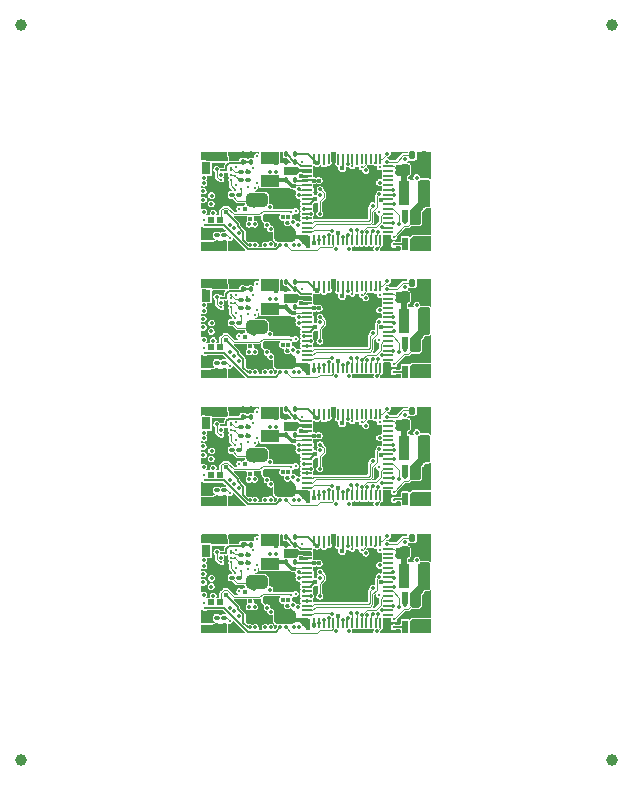
<source format=gtl>
G04 #@! TF.GenerationSoftware,KiCad,Pcbnew,9.0.0*
G04 #@! TF.CreationDate,2025-02-22T20:49:31-05:00*
G04 #@! TF.ProjectId,panel,70616e65-6c2e-46b6-9963-61645f706362,v0.0.2*
G04 #@! TF.SameCoordinates,Original*
G04 #@! TF.FileFunction,Copper,L1,Top*
G04 #@! TF.FilePolarity,Positive*
%FSLAX46Y46*%
G04 Gerber Fmt 4.6, Leading zero omitted, Abs format (unit mm)*
G04 Created by KiCad (PCBNEW 9.0.0) date 2025-02-22 20:49:31*
%MOMM*%
%LPD*%
G01*
G04 APERTURE LIST*
G04 Aperture macros list*
%AMRoundRect*
0 Rectangle with rounded corners*
0 $1 Rounding radius*
0 $2 $3 $4 $5 $6 $7 $8 $9 X,Y pos of 4 corners*
0 Add a 4 corners polygon primitive as box body*
4,1,4,$2,$3,$4,$5,$6,$7,$8,$9,$2,$3,0*
0 Add four circle primitives for the rounded corners*
1,1,$1+$1,$2,$3*
1,1,$1+$1,$4,$5*
1,1,$1+$1,$6,$7*
1,1,$1+$1,$8,$9*
0 Add four rect primitives between the rounded corners*
20,1,$1+$1,$2,$3,$4,$5,0*
20,1,$1+$1,$4,$5,$6,$7,0*
20,1,$1+$1,$6,$7,$8,$9,0*
20,1,$1+$1,$8,$9,$2,$3,0*%
G04 Aperture macros list end*
G04 #@! TA.AperFunction,SMDPad,CuDef*
%ADD10RoundRect,0.100000X0.100000X-0.130000X0.100000X0.130000X-0.100000X0.130000X-0.100000X-0.130000X0*%
G04 #@! TD*
G04 #@! TA.AperFunction,SMDPad,CuDef*
%ADD11R,0.950000X2.100000*%
G04 #@! TD*
G04 #@! TA.AperFunction,SMDPad,CuDef*
%ADD12R,0.550000X0.550000*%
G04 #@! TD*
G04 #@! TA.AperFunction,SMDPad,CuDef*
%ADD13RoundRect,0.250000X-0.650000X0.325000X-0.650000X-0.325000X0.650000X-0.325000X0.650000X0.325000X0*%
G04 #@! TD*
G04 #@! TA.AperFunction,SMDPad,CuDef*
%ADD14RoundRect,0.147500X0.147500X0.172500X-0.147500X0.172500X-0.147500X-0.172500X0.147500X-0.172500X0*%
G04 #@! TD*
G04 #@! TA.AperFunction,SMDPad,CuDef*
%ADD15RoundRect,0.250000X0.650000X-0.325000X0.650000X0.325000X-0.650000X0.325000X-0.650000X-0.325000X0*%
G04 #@! TD*
G04 #@! TA.AperFunction,SMDPad,CuDef*
%ADD16RoundRect,0.100000X-0.130000X-0.100000X0.130000X-0.100000X0.130000X0.100000X-0.130000X0.100000X0*%
G04 #@! TD*
G04 #@! TA.AperFunction,SMDPad,CuDef*
%ADD17R,1.600000X1.000000*%
G04 #@! TD*
G04 #@! TA.AperFunction,SMDPad,CuDef*
%ADD18R,0.200000X0.880000*%
G04 #@! TD*
G04 #@! TA.AperFunction,SMDPad,CuDef*
%ADD19R,0.880000X0.200000*%
G04 #@! TD*
G04 #@! TA.AperFunction,SMDPad,CuDef*
%ADD20R,3.400000X3.400000*%
G04 #@! TD*
G04 #@! TA.AperFunction,SMDPad,CuDef*
%ADD21R,0.550000X1.100000*%
G04 #@! TD*
G04 #@! TA.AperFunction,SMDPad,CuDef*
%ADD22RoundRect,0.100000X-0.100000X0.130000X-0.100000X-0.130000X0.100000X-0.130000X0.100000X0.130000X0*%
G04 #@! TD*
G04 #@! TA.AperFunction,SMDPad,CuDef*
%ADD23R,1.050000X0.800000*%
G04 #@! TD*
G04 #@! TA.AperFunction,SMDPad,CuDef*
%ADD24R,0.650000X0.800000*%
G04 #@! TD*
G04 #@! TA.AperFunction,SMDPad,CuDef*
%ADD25C,1.000000*%
G04 #@! TD*
G04 #@! TA.AperFunction,SMDPad,CuDef*
%ADD26C,0.230000*%
G04 #@! TD*
G04 #@! TA.AperFunction,SMDPad,CuDef*
%ADD27R,0.800000X1.050000*%
G04 #@! TD*
G04 #@! TA.AperFunction,SMDPad,CuDef*
%ADD28R,0.800000X0.650000*%
G04 #@! TD*
G04 #@! TA.AperFunction,SMDPad,CuDef*
%ADD29RoundRect,0.225000X-0.225000X-0.250000X0.225000X-0.250000X0.225000X0.250000X-0.225000X0.250000X0*%
G04 #@! TD*
G04 #@! TA.AperFunction,ViaPad*
%ADD30C,0.400000*%
G04 #@! TD*
G04 #@! TA.AperFunction,ViaPad*
%ADD31C,0.450000*%
G04 #@! TD*
G04 #@! TA.AperFunction,ViaPad*
%ADD32C,0.350000*%
G04 #@! TD*
G04 #@! TA.AperFunction,ViaPad*
%ADD33C,0.300000*%
G04 #@! TD*
G04 #@! TA.AperFunction,Conductor*
%ADD34C,0.200000*%
G04 #@! TD*
G04 #@! TA.AperFunction,Conductor*
%ADD35C,0.120000*%
G04 #@! TD*
G04 #@! TA.AperFunction,Conductor*
%ADD36C,0.300000*%
G04 #@! TD*
G04 #@! TA.AperFunction,Conductor*
%ADD37C,0.150000*%
G04 #@! TD*
G04 #@! TA.AperFunction,Conductor*
%ADD38C,0.500000*%
G04 #@! TD*
G04 #@! TA.AperFunction,Conductor*
%ADD39C,0.350000*%
G04 #@! TD*
G04 #@! TA.AperFunction,Conductor*
%ADD40C,0.110000*%
G04 #@! TD*
G04 #@! TA.AperFunction,Conductor*
%ADD41C,0.250000*%
G04 #@! TD*
G04 APERTURE END LIST*
D10*
G04 #@! TO.P,R14,1*
G04 #@! TO.N,Board_2-Net-(U4-VREG_AVDD)*
X33166559Y-37080022D03*
G04 #@! TO.P,R14,2*
G04 #@! TO.N,Board_2-+3.3V*
X33166559Y-36440022D03*
G04 #@! TD*
D11*
G04 #@! TO.P,L1,1,1*
G04 #@! TO.N,Board_1-/SWITCH*
X44107500Y-28910000D03*
G04 #@! TO.P,L1,2,2*
G04 #@! TO.N,Board_1-+3.3V*
X42432500Y-28910000D03*
G04 #@! TD*
D12*
G04 #@! TO.P,SW1,1,1*
G04 #@! TO.N,Board_0-unconnected-(SW1-Pad1)*
X26050000Y-20370000D03*
G04 #@! TO.P,SW1,2,2*
G04 #@! TO.N,Board_0-Net-(R6-Pad2)*
X26810000Y-20370000D03*
G04 #@! TO.P,SW1,3,3*
G04 #@! TO.N,Board_0-GND*
X26050000Y-17730000D03*
G04 #@! TO.P,SW1,4,4*
X26810000Y-17730000D03*
G04 #@! TD*
D13*
G04 #@! TO.P,C8,1*
G04 #@! TO.N,Board_1-+3.3V*
X29960000Y-29485000D03*
G04 #@! TO.P,C8,2*
G04 #@! TO.N,Board_1-GND*
X29960000Y-32435000D03*
G04 #@! TD*
D14*
G04 #@! TO.P,D7,1,K*
G04 #@! TO.N,Board_1-GND*
X44095000Y-25730000D03*
G04 #@! TO.P,D7,2,A*
G04 #@! TO.N,Board_1-Net-(D7-A)*
X43125000Y-25730000D03*
G04 #@! TD*
D15*
G04 #@! TO.P,C17,1*
G04 #@! TO.N,Board_3-/CAP_VDC*
X32340000Y-54035000D03*
G04 #@! TO.P,C17,2*
G04 #@! TO.N,Board_3-GND*
X32340000Y-51085000D03*
G04 #@! TD*
D16*
G04 #@! TO.P,R13,1*
G04 #@! TO.N,Board_1-Net-(Q3B-B2)*
X26590000Y-32490000D03*
G04 #@! TO.P,R13,2*
G04 #@! TO.N,Board_1-/RC_TX*
X27230000Y-32490000D03*
G04 #@! TD*
D10*
G04 #@! TO.P,C9,1*
G04 #@! TO.N,Board_3-+1V1*
X32460000Y-49370000D03*
G04 #@! TO.P,C9,2*
G04 #@! TO.N,Board_3-GND*
X32460000Y-48730000D03*
G04 #@! TD*
D11*
G04 #@! TO.P,L1,1,1*
G04 #@! TO.N,Board_0-/SWITCH*
X44107500Y-18110000D03*
G04 #@! TO.P,L1,2,2*
G04 #@! TO.N,Board_0-+3.3V*
X42432500Y-18110000D03*
G04 #@! TD*
D17*
G04 #@! TO.P,L2,1,1*
G04 #@! TO.N,Board_1-Net-(U4-VREG_LX)*
X31060000Y-25910000D03*
G04 #@! TO.P,L2,2,2*
G04 #@! TO.N,Board_1-+1V1*
X31060000Y-27910000D03*
G04 #@! TD*
D18*
G04 #@! TO.P,U4,1,IOVDD*
G04 #@! TO.N,Board_0-+3.3V*
X34840000Y-22090000D03*
G04 #@! TO.P,U4,2,GPIO0*
G04 #@! TO.N,Board_0-/AUX11*
X35240000Y-22090000D03*
G04 #@! TO.P,U4,3,GPIO1*
G04 #@! TO.N,Board_0-/AUX12*
X35640000Y-22090000D03*
G04 #@! TO.P,U4,4,GPIO2*
G04 #@! TO.N,Board_0-/GPIO2*
X36040000Y-22090000D03*
G04 #@! TO.P,U4,5,GPIO3*
G04 #@! TO.N,Board_0-/GPIO3*
X36440000Y-22090000D03*
G04 #@! TO.P,U4,6,DVDD*
G04 #@! TO.N,Board_0-+1V1*
X36840000Y-22090000D03*
G04 #@! TO.P,U4,7,GPIO4*
G04 #@! TO.N,Board_0-/GPIO4*
X37240000Y-22090000D03*
G04 #@! TO.P,U4,8,GPIO5*
G04 #@! TO.N,Board_0-/GPIO5*
X37640000Y-22090000D03*
G04 #@! TO.P,U4,9,GPIO6*
G04 #@! TO.N,Board_0-/GPIO6*
X38040000Y-22090000D03*
G04 #@! TO.P,U4,10,GPIO7*
G04 #@! TO.N,Board_0-/GPIO7*
X38440000Y-22090000D03*
G04 #@! TO.P,U4,11,IOVDD*
G04 #@! TO.N,Board_0-+3.3V*
X38840000Y-22090000D03*
G04 #@! TO.P,U4,12,GPIO8*
G04 #@! TO.N,Board_0-/GPIO8*
X39240000Y-22090000D03*
G04 #@! TO.P,U4,13,GPIO9*
G04 #@! TO.N,Board_0-/GPIO9*
X39640000Y-22090000D03*
G04 #@! TO.P,U4,14,GPIO10*
G04 #@! TO.N,Board_0-/AUX10*
X40040000Y-22090000D03*
G04 #@! TO.P,U4,15,GPIO11*
G04 #@! TO.N,Board_0-/RC_TX*
X40440000Y-22090000D03*
D19*
G04 #@! TO.P,U4,16,GPIO12*
G04 #@! TO.N,Board_0-unconnected-(U4-GPIO12-Pad16)*
X41080000Y-21450000D03*
G04 #@! TO.P,U4,17,GPIO13*
G04 #@! TO.N,Board_0-/AUX4*
X41080000Y-21050000D03*
G04 #@! TO.P,U4,18,GPIO14*
G04 #@! TO.N,Board_0-/AUX3*
X41080000Y-20650000D03*
G04 #@! TO.P,U4,19,GPIO15*
G04 #@! TO.N,Board_0-unconnected-(U4-GPIO15-Pad19)*
X41080000Y-20250000D03*
G04 #@! TO.P,U4,20,IOVDD*
G04 #@! TO.N,Board_0-+3.3V*
X41080000Y-19850000D03*
G04 #@! TO.P,U4,21,XIN*
G04 #@! TO.N,Board_0-/XIN*
X41080000Y-19450000D03*
G04 #@! TO.P,U4,22,XOUT*
G04 #@! TO.N,Board_0-/XOUT*
X41080000Y-19050000D03*
G04 #@! TO.P,U4,23,DVDD*
G04 #@! TO.N,Board_0-+1V1*
X41080000Y-18650000D03*
G04 #@! TO.P,U4,24,SWCLK*
G04 #@! TO.N,Board_0-/SWCLK*
X41080000Y-18250000D03*
G04 #@! TO.P,U4,25,SWDIO*
G04 #@! TO.N,Board_0-/SWDIO*
X41080000Y-17850000D03*
G04 #@! TO.P,U4,26,RUN*
G04 #@! TO.N,Board_0-unconnected-(U4-RUN-Pad26)*
X41080000Y-17450000D03*
G04 #@! TO.P,U4,27,GPIO16*
G04 #@! TO.N,Board_0-unconnected-(U4-GPIO16-Pad27)*
X41080000Y-17050000D03*
G04 #@! TO.P,U4,28,GPIO17*
G04 #@! TO.N,Board_0-unconnected-(U4-GPIO17-Pad28)*
X41080000Y-16650000D03*
G04 #@! TO.P,U4,29,GPIO18*
G04 #@! TO.N,Board_0-unconnected-(U4-GPIO18-Pad29)*
X41080000Y-16250000D03*
G04 #@! TO.P,U4,30,IOVDD*
G04 #@! TO.N,Board_0-+3.3V*
X41080000Y-15850000D03*
D18*
G04 #@! TO.P,U4,31,GPIO19*
G04 #@! TO.N,Board_0-Net-(U4-GPIO19)*
X40440000Y-15210000D03*
G04 #@! TO.P,U4,32,GPIO20*
G04 #@! TO.N,Board_0-/CAP_ENABLE*
X40050000Y-15210000D03*
G04 #@! TO.P,U4,33,GPIO21*
G04 #@! TO.N,Board_0-/DCC_TTL*
X39650000Y-15210000D03*
G04 #@! TO.P,U4,34,GPIO22*
G04 #@! TO.N,Board_0-/I2S_DIN*
X39250000Y-15210000D03*
G04 #@! TO.P,U4,35,GPIO23*
G04 #@! TO.N,Board_0-/I2S_BCLK*
X38850000Y-15210000D03*
G04 #@! TO.P,U4,36,GPIO24*
G04 #@! TO.N,Board_0-/I2S_LRCLK*
X38450000Y-15210000D03*
G04 #@! TO.P,U4,37,GPIO25*
G04 #@! TO.N,Board_0-/GPIO25*
X38050000Y-15210000D03*
G04 #@! TO.P,U4,38,IOVDD*
G04 #@! TO.N,Board_0-+3.3V*
X37650000Y-15210000D03*
G04 #@! TO.P,U4,39,DVDD*
G04 #@! TO.N,Board_0-+1V1*
X37250000Y-15210000D03*
G04 #@! TO.P,U4,40,GPIO26_ADC0*
G04 #@! TO.N,Board_0-/GPIO26*
X36850000Y-15210000D03*
G04 #@! TO.P,U4,41,GPIO27_ADC1*
G04 #@! TO.N,Board_0-GND*
X36450000Y-15210000D03*
G04 #@! TO.P,U4,42,GPIO28_ADC2*
G04 #@! TO.N,Board_0-/ADC_EMF_A*
X36050000Y-15210000D03*
G04 #@! TO.P,U4,43,GPIO29_ADC3*
G04 #@! TO.N,Board_0-/ADC_EMF_B*
X35650000Y-15210000D03*
G04 #@! TO.P,U4,44,ADC_AVDD*
G04 #@! TO.N,Board_0-+3.3V*
X35250000Y-15210000D03*
G04 #@! TO.P,U4,45,IOVDD*
X34850000Y-15210000D03*
D19*
G04 #@! TO.P,U4,46,VREG_AVDD*
G04 #@! TO.N,Board_0-Net-(U4-VREG_AVDD)*
X34200000Y-15850000D03*
G04 #@! TO.P,U4,47,VREG_PGND*
G04 #@! TO.N,Board_0-GND*
X34200000Y-16250000D03*
G04 #@! TO.P,U4,48,VREG_LX*
G04 #@! TO.N,Board_0-Net-(U4-VREG_LX)*
X34200000Y-16650000D03*
G04 #@! TO.P,U4,49,VREG_VIN*
G04 #@! TO.N,Board_0-+3.3V*
X34200000Y-17050000D03*
G04 #@! TO.P,U4,50,VREG_FB*
G04 #@! TO.N,Board_0-+1V1*
X34200000Y-17450000D03*
G04 #@! TO.P,U4,51,USB_DM*
G04 #@! TO.N,Board_0-/USB_P*
X34200000Y-17850000D03*
G04 #@! TO.P,U4,52,USB_DP*
G04 #@! TO.N,Board_0-/USB_N*
X34200000Y-18250000D03*
G04 #@! TO.P,U4,53,USB_OTP_VDD*
G04 #@! TO.N,Board_0-+3.3V*
X34200000Y-18650000D03*
G04 #@! TO.P,U4,54,QSPI_IOVDD*
X34200000Y-19050000D03*
G04 #@! TO.P,U4,55,QSPI_SD3*
G04 #@! TO.N,Board_0-/QSPI_SD3*
X34200000Y-19450000D03*
G04 #@! TO.P,U4,56,QSPI_SCLK*
G04 #@! TO.N,Board_0-/QSPI_SCLK*
X34200000Y-19850000D03*
G04 #@! TO.P,U4,57,QSPI_SD0*
G04 #@! TO.N,Board_0-/QSPI_SD0*
X34200000Y-20250000D03*
G04 #@! TO.P,U4,58,QSPI_SD2*
G04 #@! TO.N,Board_0-/QSPI_SD2*
X34200000Y-20650000D03*
G04 #@! TO.P,U4,59,QSPI_SD1*
G04 #@! TO.N,Board_0-/QSPI_SD1*
X34200000Y-21050000D03*
G04 #@! TO.P,U4,60,QSPI_SS*
G04 #@! TO.N,Board_0-/QSPI_CS*
X34200000Y-21450000D03*
D20*
G04 #@! TO.P,U4,61,GND*
G04 #@! TO.N,Board_0-GND*
X37640000Y-18650000D03*
G04 #@! TD*
D21*
G04 #@! TO.P,U2,1,FB*
G04 #@! TO.N,Board_1-+3.3V*
X42520000Y-33240000D03*
G04 #@! TO.P,U2,2,EN*
G04 #@! TO.N,Board_1-/CAP_VDC*
X43470000Y-33240000D03*
G04 #@! TO.P,U2,3,IN*
X44420000Y-33240000D03*
G04 #@! TO.P,U2,4,GND*
G04 #@! TO.N,Board_1-GND*
X44420000Y-30840000D03*
G04 #@! TO.P,U2,5,SW*
G04 #@! TO.N,Board_1-/SWITCH*
X43470000Y-30840000D03*
G04 #@! TO.P,U2,6,BST*
G04 #@! TO.N,Board_1-Net-(U2-BST)*
X42520000Y-30840000D03*
G04 #@! TD*
D10*
G04 #@! TO.P,C18,1*
G04 #@! TO.N,Board_0-+3.3V*
X28760000Y-15480000D03*
G04 #@! TO.P,C18,2*
G04 #@! TO.N,Board_0-GND*
X28760000Y-14840000D03*
G04 #@! TD*
D13*
G04 #@! TO.P,C8,1*
G04 #@! TO.N,Board_3-+3.3V*
X29960000Y-51085000D03*
G04 #@! TO.P,C8,2*
G04 #@! TO.N,Board_3-GND*
X29960000Y-54035000D03*
G04 #@! TD*
D22*
G04 #@! TO.P,C14,1*
G04 #@! TO.N,Board_2-Net-(U4-VREG_AVDD)*
X32460000Y-36440000D03*
G04 #@! TO.P,C14,2*
G04 #@! TO.N,Board_2-GND*
X32460000Y-37080000D03*
G04 #@! TD*
D10*
G04 #@! TO.P,C19,1*
G04 #@! TO.N,Board_3-+3.3V*
X29460000Y-47880000D03*
G04 #@! TO.P,C19,2*
G04 #@! TO.N,Board_3-GND*
X29460000Y-47240000D03*
G04 #@! TD*
D11*
G04 #@! TO.P,L1,1,1*
G04 #@! TO.N,Board_2-/SWITCH*
X44107500Y-39710000D03*
G04 #@! TO.P,L1,2,2*
G04 #@! TO.N,Board_2-+3.3V*
X42432500Y-39710000D03*
G04 #@! TD*
D23*
G04 #@! TO.P,D1,1,K*
G04 #@! TO.N,Board_0-/TRACK_LEFT*
X26880000Y-15020000D03*
D24*
G04 #@! TO.P,D1,2,A*
G04 #@! TO.N,Board_0-GND*
X27940000Y-15020000D03*
G04 #@! TD*
D25*
G04 #@! TO.P,KiKit_FID_T_1,*
G04 #@! TO.N,*
X10000000Y-3850000D03*
G04 #@! TD*
D22*
G04 #@! TO.P,C10,1*
G04 #@! TO.N,Board_0-GND*
X33160000Y-16330000D03*
G04 #@! TO.P,C10,2*
G04 #@! TO.N,Board_0-+3.3V*
X33160000Y-16970000D03*
G04 #@! TD*
D16*
G04 #@! TO.P,R13,1*
G04 #@! TO.N,Board_3-Net-(Q3B-B2)*
X26590000Y-54090000D03*
G04 #@! TO.P,R13,2*
G04 #@! TO.N,Board_3-/RC_TX*
X27230000Y-54090000D03*
G04 #@! TD*
D10*
G04 #@! TO.P,C19,1*
G04 #@! TO.N,Board_1-+3.3V*
X29460000Y-26280000D03*
G04 #@! TO.P,C19,2*
G04 #@! TO.N,Board_1-GND*
X29460000Y-25640000D03*
G04 #@! TD*
G04 #@! TO.P,C9,1*
G04 #@! TO.N,Board_1-+1V1*
X32460000Y-27770000D03*
G04 #@! TO.P,C9,2*
G04 #@! TO.N,Board_1-GND*
X32460000Y-27130000D03*
G04 #@! TD*
D26*
G04 #@! TO.P,U5,A1,~{SD_MODE}*
G04 #@! TO.N,Board_1-+3.3V*
X26968733Y-26987200D03*
G04 #@! TO.P,U5,A2,VDD*
X27368733Y-26987200D03*
G04 #@! TO.P,U5,A3,OUTP*
G04 #@! TO.N,Board_1-/SPEAKER_P*
X27768733Y-26987200D03*
G04 #@! TO.P,U5,B1,DIN*
G04 #@! TO.N,Board_1-/I2S_DIN*
X26968733Y-27387200D03*
G04 #@! TO.P,U5,B2,GAIN_SLOT*
G04 #@! TO.N,Board_1-GND*
X27368733Y-27387200D03*
G04 #@! TO.P,U5,B3,OUTN*
G04 #@! TO.N,Board_1-/SPEAKER_N*
X27768733Y-27387200D03*
G04 #@! TO.P,U5,C1,BCLK*
G04 #@! TO.N,Board_1-/I2S_BCLK*
X26968733Y-27787200D03*
G04 #@! TO.P,U5,C2,GND*
G04 #@! TO.N,Board_1-GND*
X27368733Y-27787200D03*
G04 #@! TO.P,U5,C3,LRCLK*
G04 #@! TO.N,Board_1-/I2S_LRCLK*
X27768733Y-27787200D03*
G04 #@! TD*
D10*
G04 #@! TO.P,C18,1*
G04 #@! TO.N,Board_1-+3.3V*
X28760000Y-26280000D03*
G04 #@! TO.P,C18,2*
G04 #@! TO.N,Board_1-GND*
X28760000Y-25640000D03*
G04 #@! TD*
D27*
G04 #@! TO.P,D3,1,K*
G04 #@! TO.N,Board_2-VDC*
X25660000Y-37600000D03*
D28*
G04 #@! TO.P,D3,2,A*
G04 #@! TO.N,Board_2-/TRACK_LEFT*
X25660000Y-36540000D03*
G04 #@! TD*
D17*
G04 #@! TO.P,L2,1,1*
G04 #@! TO.N,Board_0-Net-(U4-VREG_LX)*
X31060000Y-15110000D03*
G04 #@! TO.P,L2,2,2*
G04 #@! TO.N,Board_0-+1V1*
X31060000Y-17110000D03*
G04 #@! TD*
D18*
G04 #@! TO.P,U4,1,IOVDD*
G04 #@! TO.N,Board_2-+3.3V*
X34840000Y-43690000D03*
G04 #@! TO.P,U4,2,GPIO0*
G04 #@! TO.N,Board_2-/AUX11*
X35240000Y-43690000D03*
G04 #@! TO.P,U4,3,GPIO1*
G04 #@! TO.N,Board_2-/AUX12*
X35640000Y-43690000D03*
G04 #@! TO.P,U4,4,GPIO2*
G04 #@! TO.N,Board_2-/GPIO2*
X36040000Y-43690000D03*
G04 #@! TO.P,U4,5,GPIO3*
G04 #@! TO.N,Board_2-/GPIO3*
X36440000Y-43690000D03*
G04 #@! TO.P,U4,6,DVDD*
G04 #@! TO.N,Board_2-+1V1*
X36840000Y-43690000D03*
G04 #@! TO.P,U4,7,GPIO4*
G04 #@! TO.N,Board_2-/GPIO4*
X37240000Y-43690000D03*
G04 #@! TO.P,U4,8,GPIO5*
G04 #@! TO.N,Board_2-/GPIO5*
X37640000Y-43690000D03*
G04 #@! TO.P,U4,9,GPIO6*
G04 #@! TO.N,Board_2-/GPIO6*
X38040000Y-43690000D03*
G04 #@! TO.P,U4,10,GPIO7*
G04 #@! TO.N,Board_2-/GPIO7*
X38440000Y-43690000D03*
G04 #@! TO.P,U4,11,IOVDD*
G04 #@! TO.N,Board_2-+3.3V*
X38840000Y-43690000D03*
G04 #@! TO.P,U4,12,GPIO8*
G04 #@! TO.N,Board_2-/GPIO8*
X39240000Y-43690000D03*
G04 #@! TO.P,U4,13,GPIO9*
G04 #@! TO.N,Board_2-/GPIO9*
X39640000Y-43690000D03*
G04 #@! TO.P,U4,14,GPIO10*
G04 #@! TO.N,Board_2-/AUX10*
X40040000Y-43690000D03*
G04 #@! TO.P,U4,15,GPIO11*
G04 #@! TO.N,Board_2-/RC_TX*
X40440000Y-43690000D03*
D19*
G04 #@! TO.P,U4,16,GPIO12*
G04 #@! TO.N,Board_2-unconnected-(U4-GPIO12-Pad16)*
X41080000Y-43050000D03*
G04 #@! TO.P,U4,17,GPIO13*
G04 #@! TO.N,Board_2-/AUX4*
X41080000Y-42650000D03*
G04 #@! TO.P,U4,18,GPIO14*
G04 #@! TO.N,Board_2-/AUX3*
X41080000Y-42250000D03*
G04 #@! TO.P,U4,19,GPIO15*
G04 #@! TO.N,Board_2-unconnected-(U4-GPIO15-Pad19)*
X41080000Y-41850000D03*
G04 #@! TO.P,U4,20,IOVDD*
G04 #@! TO.N,Board_2-+3.3V*
X41080000Y-41450000D03*
G04 #@! TO.P,U4,21,XIN*
G04 #@! TO.N,Board_2-/XIN*
X41080000Y-41050000D03*
G04 #@! TO.P,U4,22,XOUT*
G04 #@! TO.N,Board_2-/XOUT*
X41080000Y-40650000D03*
G04 #@! TO.P,U4,23,DVDD*
G04 #@! TO.N,Board_2-+1V1*
X41080000Y-40250000D03*
G04 #@! TO.P,U4,24,SWCLK*
G04 #@! TO.N,Board_2-/SWCLK*
X41080000Y-39850000D03*
G04 #@! TO.P,U4,25,SWDIO*
G04 #@! TO.N,Board_2-/SWDIO*
X41080000Y-39450000D03*
G04 #@! TO.P,U4,26,RUN*
G04 #@! TO.N,Board_2-unconnected-(U4-RUN-Pad26)*
X41080000Y-39050000D03*
G04 #@! TO.P,U4,27,GPIO16*
G04 #@! TO.N,Board_2-unconnected-(U4-GPIO16-Pad27)*
X41080000Y-38650000D03*
G04 #@! TO.P,U4,28,GPIO17*
G04 #@! TO.N,Board_2-unconnected-(U4-GPIO17-Pad28)*
X41080000Y-38250000D03*
G04 #@! TO.P,U4,29,GPIO18*
G04 #@! TO.N,Board_2-unconnected-(U4-GPIO18-Pad29)*
X41080000Y-37850000D03*
G04 #@! TO.P,U4,30,IOVDD*
G04 #@! TO.N,Board_2-+3.3V*
X41080000Y-37450000D03*
D18*
G04 #@! TO.P,U4,31,GPIO19*
G04 #@! TO.N,Board_2-Net-(U4-GPIO19)*
X40440000Y-36810000D03*
G04 #@! TO.P,U4,32,GPIO20*
G04 #@! TO.N,Board_2-/CAP_ENABLE*
X40050000Y-36810000D03*
G04 #@! TO.P,U4,33,GPIO21*
G04 #@! TO.N,Board_2-/DCC_TTL*
X39650000Y-36810000D03*
G04 #@! TO.P,U4,34,GPIO22*
G04 #@! TO.N,Board_2-/I2S_DIN*
X39250000Y-36810000D03*
G04 #@! TO.P,U4,35,GPIO23*
G04 #@! TO.N,Board_2-/I2S_BCLK*
X38850000Y-36810000D03*
G04 #@! TO.P,U4,36,GPIO24*
G04 #@! TO.N,Board_2-/I2S_LRCLK*
X38450000Y-36810000D03*
G04 #@! TO.P,U4,37,GPIO25*
G04 #@! TO.N,Board_2-/GPIO25*
X38050000Y-36810000D03*
G04 #@! TO.P,U4,38,IOVDD*
G04 #@! TO.N,Board_2-+3.3V*
X37650000Y-36810000D03*
G04 #@! TO.P,U4,39,DVDD*
G04 #@! TO.N,Board_2-+1V1*
X37250000Y-36810000D03*
G04 #@! TO.P,U4,40,GPIO26_ADC0*
G04 #@! TO.N,Board_2-/GPIO26*
X36850000Y-36810000D03*
G04 #@! TO.P,U4,41,GPIO27_ADC1*
G04 #@! TO.N,Board_2-GND*
X36450000Y-36810000D03*
G04 #@! TO.P,U4,42,GPIO28_ADC2*
G04 #@! TO.N,Board_2-/ADC_EMF_A*
X36050000Y-36810000D03*
G04 #@! TO.P,U4,43,GPIO29_ADC3*
G04 #@! TO.N,Board_2-/ADC_EMF_B*
X35650000Y-36810000D03*
G04 #@! TO.P,U4,44,ADC_AVDD*
G04 #@! TO.N,Board_2-+3.3V*
X35250000Y-36810000D03*
G04 #@! TO.P,U4,45,IOVDD*
X34850000Y-36810000D03*
D19*
G04 #@! TO.P,U4,46,VREG_AVDD*
G04 #@! TO.N,Board_2-Net-(U4-VREG_AVDD)*
X34200000Y-37450000D03*
G04 #@! TO.P,U4,47,VREG_PGND*
G04 #@! TO.N,Board_2-GND*
X34200000Y-37850000D03*
G04 #@! TO.P,U4,48,VREG_LX*
G04 #@! TO.N,Board_2-Net-(U4-VREG_LX)*
X34200000Y-38250000D03*
G04 #@! TO.P,U4,49,VREG_VIN*
G04 #@! TO.N,Board_2-+3.3V*
X34200000Y-38650000D03*
G04 #@! TO.P,U4,50,VREG_FB*
G04 #@! TO.N,Board_2-+1V1*
X34200000Y-39050000D03*
G04 #@! TO.P,U4,51,USB_DM*
G04 #@! TO.N,Board_2-/USB_P*
X34200000Y-39450000D03*
G04 #@! TO.P,U4,52,USB_DP*
G04 #@! TO.N,Board_2-/USB_N*
X34200000Y-39850000D03*
G04 #@! TO.P,U4,53,USB_OTP_VDD*
G04 #@! TO.N,Board_2-+3.3V*
X34200000Y-40250000D03*
G04 #@! TO.P,U4,54,QSPI_IOVDD*
X34200000Y-40650000D03*
G04 #@! TO.P,U4,55,QSPI_SD3*
G04 #@! TO.N,Board_2-/QSPI_SD3*
X34200000Y-41050000D03*
G04 #@! TO.P,U4,56,QSPI_SCLK*
G04 #@! TO.N,Board_2-/QSPI_SCLK*
X34200000Y-41450000D03*
G04 #@! TO.P,U4,57,QSPI_SD0*
G04 #@! TO.N,Board_2-/QSPI_SD0*
X34200000Y-41850000D03*
G04 #@! TO.P,U4,58,QSPI_SD2*
G04 #@! TO.N,Board_2-/QSPI_SD2*
X34200000Y-42250000D03*
G04 #@! TO.P,U4,59,QSPI_SD1*
G04 #@! TO.N,Board_2-/QSPI_SD1*
X34200000Y-42650000D03*
G04 #@! TO.P,U4,60,QSPI_SS*
G04 #@! TO.N,Board_2-/QSPI_CS*
X34200000Y-43050000D03*
D20*
G04 #@! TO.P,U4,61,GND*
G04 #@! TO.N,Board_2-GND*
X37640000Y-40250000D03*
G04 #@! TD*
D16*
G04 #@! TO.P,R10,1*
G04 #@! TO.N,Board_2-/SPEAKER_N*
X28620000Y-38650000D03*
G04 #@! TO.P,R10,2*
G04 #@! TO.N,Board_2-/USB_N*
X29260000Y-38650000D03*
G04 #@! TD*
D23*
G04 #@! TO.P,D1,1,K*
G04 #@! TO.N,Board_1-/TRACK_LEFT*
X26880000Y-25820000D03*
D24*
G04 #@! TO.P,D1,2,A*
G04 #@! TO.N,Board_1-GND*
X27940000Y-25820000D03*
G04 #@! TD*
D15*
G04 #@! TO.P,C17,1*
G04 #@! TO.N,Board_0-/CAP_VDC*
X32340000Y-21635000D03*
G04 #@! TO.P,C17,2*
G04 #@! TO.N,Board_0-GND*
X32340000Y-18685000D03*
G04 #@! TD*
D16*
G04 #@! TO.P,R9,1*
G04 #@! TO.N,Board_3-/SPEAKER_P*
X28620000Y-48750000D03*
G04 #@! TO.P,R9,2*
G04 #@! TO.N,Board_3-/USB_P*
X29260000Y-48750000D03*
G04 #@! TD*
D27*
G04 #@! TO.P,D3,1,K*
G04 #@! TO.N,Board_1-VDC*
X25660000Y-26800000D03*
D28*
G04 #@! TO.P,D3,2,A*
G04 #@! TO.N,Board_1-/TRACK_LEFT*
X25660000Y-25740000D03*
G04 #@! TD*
D23*
G04 #@! TO.P,D2,1,K*
G04 #@! TO.N,Board_3-/TRACK_RIGHT*
X26880000Y-54990000D03*
D24*
G04 #@! TO.P,D2,2,A*
G04 #@! TO.N,Board_3-GND*
X27940000Y-54990000D03*
G04 #@! TD*
D12*
G04 #@! TO.P,SW1,1,1*
G04 #@! TO.N,Board_1-unconnected-(SW1-Pad1)*
X26050000Y-31170000D03*
G04 #@! TO.P,SW1,2,2*
G04 #@! TO.N,Board_1-Net-(R6-Pad2)*
X26810000Y-31170000D03*
G04 #@! TO.P,SW1,3,3*
G04 #@! TO.N,Board_1-GND*
X26050000Y-28530000D03*
G04 #@! TO.P,SW1,4,4*
X26810000Y-28530000D03*
G04 #@! TD*
D22*
G04 #@! TO.P,C14,1*
G04 #@! TO.N,Board_0-Net-(U4-VREG_AVDD)*
X32460000Y-14840000D03*
G04 #@! TO.P,C14,2*
G04 #@! TO.N,Board_0-GND*
X32460000Y-15480000D03*
G04 #@! TD*
D16*
G04 #@! TO.P,R11,1*
G04 #@! TO.N,Board_2-+3.3V*
X27830000Y-39880000D03*
G04 #@! TO.P,R11,2*
G04 #@! TO.N,Board_2-Net-(Q3B-E2)*
X28470000Y-39880000D03*
G04 #@! TD*
G04 #@! TO.P,R10,1*
G04 #@! TO.N,Board_3-/SPEAKER_N*
X28620000Y-49450000D03*
G04 #@! TO.P,R10,2*
G04 #@! TO.N,Board_3-/USB_N*
X29260000Y-49450000D03*
G04 #@! TD*
D10*
G04 #@! TO.P,C18,1*
G04 #@! TO.N,Board_2-+3.3V*
X28760000Y-37080000D03*
G04 #@! TO.P,C18,2*
G04 #@! TO.N,Board_2-GND*
X28760000Y-36440000D03*
G04 #@! TD*
D22*
G04 #@! TO.P,C10,1*
G04 #@! TO.N,Board_1-GND*
X33160000Y-27130000D03*
G04 #@! TO.P,C10,2*
G04 #@! TO.N,Board_1-+3.3V*
X33160000Y-27770000D03*
G04 #@! TD*
D23*
G04 #@! TO.P,D1,1,K*
G04 #@! TO.N,Board_3-/TRACK_LEFT*
X26880000Y-47420000D03*
D24*
G04 #@! TO.P,D1,2,A*
G04 #@! TO.N,Board_3-GND*
X27940000Y-47420000D03*
G04 #@! TD*
D16*
G04 #@! TO.P,R10,1*
G04 #@! TO.N,Board_0-/SPEAKER_N*
X28620000Y-17050000D03*
G04 #@! TO.P,R10,2*
G04 #@! TO.N,Board_0-/USB_N*
X29260000Y-17050000D03*
G04 #@! TD*
D25*
G04 #@! TO.P,KiKit_FID_T_2,*
G04 #@! TO.N,*
X60000000Y-3850000D03*
G04 #@! TD*
D14*
G04 #@! TO.P,D7,1,K*
G04 #@! TO.N,Board_2-GND*
X44095000Y-36530000D03*
G04 #@! TO.P,D7,2,A*
G04 #@! TO.N,Board_2-Net-(D7-A)*
X43125000Y-36530000D03*
G04 #@! TD*
D10*
G04 #@! TO.P,R14,1*
G04 #@! TO.N,Board_1-Net-(U4-VREG_AVDD)*
X33166559Y-26280022D03*
G04 #@! TO.P,R14,2*
G04 #@! TO.N,Board_1-+3.3V*
X33166559Y-25640022D03*
G04 #@! TD*
D26*
G04 #@! TO.P,U5,A1,~{SD_MODE}*
G04 #@! TO.N,Board_2-+3.3V*
X26968733Y-37787200D03*
G04 #@! TO.P,U5,A2,VDD*
X27368733Y-37787200D03*
G04 #@! TO.P,U5,A3,OUTP*
G04 #@! TO.N,Board_2-/SPEAKER_P*
X27768733Y-37787200D03*
G04 #@! TO.P,U5,B1,DIN*
G04 #@! TO.N,Board_2-/I2S_DIN*
X26968733Y-38187200D03*
G04 #@! TO.P,U5,B2,GAIN_SLOT*
G04 #@! TO.N,Board_2-GND*
X27368733Y-38187200D03*
G04 #@! TO.P,U5,B3,OUTN*
G04 #@! TO.N,Board_2-/SPEAKER_N*
X27768733Y-38187200D03*
G04 #@! TO.P,U5,C1,BCLK*
G04 #@! TO.N,Board_2-/I2S_BCLK*
X26968733Y-38587200D03*
G04 #@! TO.P,U5,C2,GND*
G04 #@! TO.N,Board_2-GND*
X27368733Y-38587200D03*
G04 #@! TO.P,U5,C3,LRCLK*
G04 #@! TO.N,Board_2-/I2S_LRCLK*
X27768733Y-38587200D03*
G04 #@! TD*
D29*
G04 #@! TO.P,C7,1*
G04 #@! TO.N,Board_0-+3.3V*
X42475000Y-16130000D03*
G04 #@! TO.P,C7,2*
G04 #@! TO.N,Board_0-GND*
X44025000Y-16130000D03*
G04 #@! TD*
D26*
G04 #@! TO.P,U5,A1,~{SD_MODE}*
G04 #@! TO.N,Board_0-+3.3V*
X26968733Y-16187200D03*
G04 #@! TO.P,U5,A2,VDD*
X27368733Y-16187200D03*
G04 #@! TO.P,U5,A3,OUTP*
G04 #@! TO.N,Board_0-/SPEAKER_P*
X27768733Y-16187200D03*
G04 #@! TO.P,U5,B1,DIN*
G04 #@! TO.N,Board_0-/I2S_DIN*
X26968733Y-16587200D03*
G04 #@! TO.P,U5,B2,GAIN_SLOT*
G04 #@! TO.N,Board_0-GND*
X27368733Y-16587200D03*
G04 #@! TO.P,U5,B3,OUTN*
G04 #@! TO.N,Board_0-/SPEAKER_N*
X27768733Y-16587200D03*
G04 #@! TO.P,U5,C1,BCLK*
G04 #@! TO.N,Board_0-/I2S_BCLK*
X26968733Y-16987200D03*
G04 #@! TO.P,U5,C2,GND*
G04 #@! TO.N,Board_0-GND*
X27368733Y-16987200D03*
G04 #@! TO.P,U5,C3,LRCLK*
G04 #@! TO.N,Board_0-/I2S_LRCLK*
X27768733Y-16987200D03*
G04 #@! TD*
D23*
G04 #@! TO.P,D1,1,K*
G04 #@! TO.N,Board_2-/TRACK_LEFT*
X26880000Y-36620000D03*
D24*
G04 #@! TO.P,D1,2,A*
G04 #@! TO.N,Board_2-GND*
X27940000Y-36620000D03*
G04 #@! TD*
D29*
G04 #@! TO.P,C7,1*
G04 #@! TO.N,Board_1-+3.3V*
X42475000Y-26930000D03*
G04 #@! TO.P,C7,2*
G04 #@! TO.N,Board_1-GND*
X44025000Y-26930000D03*
G04 #@! TD*
D23*
G04 #@! TO.P,D2,1,K*
G04 #@! TO.N,Board_0-/TRACK_RIGHT*
X26880000Y-22590000D03*
D24*
G04 #@! TO.P,D2,2,A*
G04 #@! TO.N,Board_0-GND*
X27940000Y-22590000D03*
G04 #@! TD*
D16*
G04 #@! TO.P,R9,1*
G04 #@! TO.N,Board_1-/SPEAKER_P*
X28620000Y-27150000D03*
G04 #@! TO.P,R9,2*
G04 #@! TO.N,Board_1-/USB_P*
X29260000Y-27150000D03*
G04 #@! TD*
D27*
G04 #@! TO.P,D3,1,K*
G04 #@! TO.N,Board_3-VDC*
X25660000Y-48400000D03*
D28*
G04 #@! TO.P,D3,2,A*
G04 #@! TO.N,Board_3-/TRACK_LEFT*
X25660000Y-47340000D03*
G04 #@! TD*
D23*
G04 #@! TO.P,D2,1,K*
G04 #@! TO.N,Board_2-/TRACK_RIGHT*
X26880000Y-44190000D03*
D24*
G04 #@! TO.P,D2,2,A*
G04 #@! TO.N,Board_2-GND*
X27940000Y-44190000D03*
G04 #@! TD*
D21*
G04 #@! TO.P,U2,1,FB*
G04 #@! TO.N,Board_3-+3.3V*
X42520000Y-54840000D03*
G04 #@! TO.P,U2,2,EN*
G04 #@! TO.N,Board_3-/CAP_VDC*
X43470000Y-54840000D03*
G04 #@! TO.P,U2,3,IN*
X44420000Y-54840000D03*
G04 #@! TO.P,U2,4,GND*
G04 #@! TO.N,Board_3-GND*
X44420000Y-52440000D03*
G04 #@! TO.P,U2,5,SW*
G04 #@! TO.N,Board_3-/SWITCH*
X43470000Y-52440000D03*
G04 #@! TO.P,U2,6,BST*
G04 #@! TO.N,Board_3-Net-(U2-BST)*
X42520000Y-52440000D03*
G04 #@! TD*
D22*
G04 #@! TO.P,C10,1*
G04 #@! TO.N,Board_2-GND*
X33160000Y-37930000D03*
G04 #@! TO.P,C10,2*
G04 #@! TO.N,Board_2-+3.3V*
X33160000Y-38570000D03*
G04 #@! TD*
D16*
G04 #@! TO.P,R11,1*
G04 #@! TO.N,Board_3-+3.3V*
X27830000Y-50680000D03*
G04 #@! TO.P,R11,2*
G04 #@! TO.N,Board_3-Net-(Q3B-E2)*
X28470000Y-50680000D03*
G04 #@! TD*
D13*
G04 #@! TO.P,C8,1*
G04 #@! TO.N,Board_2-+3.3V*
X29960000Y-40285000D03*
G04 #@! TO.P,C8,2*
G04 #@! TO.N,Board_2-GND*
X29960000Y-43235000D03*
G04 #@! TD*
D16*
G04 #@! TO.P,R11,1*
G04 #@! TO.N,Board_1-+3.3V*
X27830000Y-29080000D03*
G04 #@! TO.P,R11,2*
G04 #@! TO.N,Board_1-Net-(Q3B-E2)*
X28470000Y-29080000D03*
G04 #@! TD*
D22*
G04 #@! TO.P,C14,1*
G04 #@! TO.N,Board_1-Net-(U4-VREG_AVDD)*
X32460000Y-25640000D03*
G04 #@! TO.P,C14,2*
G04 #@! TO.N,Board_1-GND*
X32460000Y-26280000D03*
G04 #@! TD*
D10*
G04 #@! TO.P,C9,1*
G04 #@! TO.N,Board_0-+1V1*
X32460000Y-16970000D03*
G04 #@! TO.P,C9,2*
G04 #@! TO.N,Board_0-GND*
X32460000Y-16330000D03*
G04 #@! TD*
D14*
G04 #@! TO.P,D7,1,K*
G04 #@! TO.N,Board_3-GND*
X44095000Y-47330000D03*
G04 #@! TO.P,D7,2,A*
G04 #@! TO.N,Board_3-Net-(D7-A)*
X43125000Y-47330000D03*
G04 #@! TD*
D16*
G04 #@! TO.P,R10,1*
G04 #@! TO.N,Board_1-/SPEAKER_N*
X28620000Y-27850000D03*
G04 #@! TO.P,R10,2*
G04 #@! TO.N,Board_1-/USB_N*
X29260000Y-27850000D03*
G04 #@! TD*
D27*
G04 #@! TO.P,D4,1,K*
G04 #@! TO.N,Board_1-VDC*
X25660000Y-32400000D03*
D28*
G04 #@! TO.P,D4,2,A*
G04 #@! TO.N,Board_1-/TRACK_RIGHT*
X25660000Y-33460000D03*
G04 #@! TD*
D16*
G04 #@! TO.P,R9,1*
G04 #@! TO.N,Board_2-/SPEAKER_P*
X28620000Y-37950000D03*
G04 #@! TO.P,R9,2*
G04 #@! TO.N,Board_2-/USB_P*
X29260000Y-37950000D03*
G04 #@! TD*
D27*
G04 #@! TO.P,D4,1,K*
G04 #@! TO.N,Board_2-VDC*
X25660000Y-43200000D03*
D28*
G04 #@! TO.P,D4,2,A*
G04 #@! TO.N,Board_2-/TRACK_RIGHT*
X25660000Y-44260000D03*
G04 #@! TD*
D10*
G04 #@! TO.P,C19,1*
G04 #@! TO.N,Board_0-+3.3V*
X29460000Y-15480000D03*
G04 #@! TO.P,C19,2*
G04 #@! TO.N,Board_0-GND*
X29460000Y-14840000D03*
G04 #@! TD*
D16*
G04 #@! TO.P,R9,1*
G04 #@! TO.N,Board_0-/SPEAKER_P*
X28620000Y-16350000D03*
G04 #@! TO.P,R9,2*
G04 #@! TO.N,Board_0-/USB_P*
X29260000Y-16350000D03*
G04 #@! TD*
D15*
G04 #@! TO.P,C17,1*
G04 #@! TO.N,Board_1-/CAP_VDC*
X32340000Y-32435000D03*
G04 #@! TO.P,C17,2*
G04 #@! TO.N,Board_1-GND*
X32340000Y-29485000D03*
G04 #@! TD*
D10*
G04 #@! TO.P,C19,1*
G04 #@! TO.N,Board_2-+3.3V*
X29460000Y-37080000D03*
G04 #@! TO.P,C19,2*
G04 #@! TO.N,Board_2-GND*
X29460000Y-36440000D03*
G04 #@! TD*
D18*
G04 #@! TO.P,U4,1,IOVDD*
G04 #@! TO.N,Board_3-+3.3V*
X34840000Y-54490000D03*
G04 #@! TO.P,U4,2,GPIO0*
G04 #@! TO.N,Board_3-/AUX11*
X35240000Y-54490000D03*
G04 #@! TO.P,U4,3,GPIO1*
G04 #@! TO.N,Board_3-/AUX12*
X35640000Y-54490000D03*
G04 #@! TO.P,U4,4,GPIO2*
G04 #@! TO.N,Board_3-/GPIO2*
X36040000Y-54490000D03*
G04 #@! TO.P,U4,5,GPIO3*
G04 #@! TO.N,Board_3-/GPIO3*
X36440000Y-54490000D03*
G04 #@! TO.P,U4,6,DVDD*
G04 #@! TO.N,Board_3-+1V1*
X36840000Y-54490000D03*
G04 #@! TO.P,U4,7,GPIO4*
G04 #@! TO.N,Board_3-/GPIO4*
X37240000Y-54490000D03*
G04 #@! TO.P,U4,8,GPIO5*
G04 #@! TO.N,Board_3-/GPIO5*
X37640000Y-54490000D03*
G04 #@! TO.P,U4,9,GPIO6*
G04 #@! TO.N,Board_3-/GPIO6*
X38040000Y-54490000D03*
G04 #@! TO.P,U4,10,GPIO7*
G04 #@! TO.N,Board_3-/GPIO7*
X38440000Y-54490000D03*
G04 #@! TO.P,U4,11,IOVDD*
G04 #@! TO.N,Board_3-+3.3V*
X38840000Y-54490000D03*
G04 #@! TO.P,U4,12,GPIO8*
G04 #@! TO.N,Board_3-/GPIO8*
X39240000Y-54490000D03*
G04 #@! TO.P,U4,13,GPIO9*
G04 #@! TO.N,Board_3-/GPIO9*
X39640000Y-54490000D03*
G04 #@! TO.P,U4,14,GPIO10*
G04 #@! TO.N,Board_3-/AUX10*
X40040000Y-54490000D03*
G04 #@! TO.P,U4,15,GPIO11*
G04 #@! TO.N,Board_3-/RC_TX*
X40440000Y-54490000D03*
D19*
G04 #@! TO.P,U4,16,GPIO12*
G04 #@! TO.N,Board_3-unconnected-(U4-GPIO12-Pad16)*
X41080000Y-53850000D03*
G04 #@! TO.P,U4,17,GPIO13*
G04 #@! TO.N,Board_3-/AUX4*
X41080000Y-53450000D03*
G04 #@! TO.P,U4,18,GPIO14*
G04 #@! TO.N,Board_3-/AUX3*
X41080000Y-53050000D03*
G04 #@! TO.P,U4,19,GPIO15*
G04 #@! TO.N,Board_3-unconnected-(U4-GPIO15-Pad19)*
X41080000Y-52650000D03*
G04 #@! TO.P,U4,20,IOVDD*
G04 #@! TO.N,Board_3-+3.3V*
X41080000Y-52250000D03*
G04 #@! TO.P,U4,21,XIN*
G04 #@! TO.N,Board_3-/XIN*
X41080000Y-51850000D03*
G04 #@! TO.P,U4,22,XOUT*
G04 #@! TO.N,Board_3-/XOUT*
X41080000Y-51450000D03*
G04 #@! TO.P,U4,23,DVDD*
G04 #@! TO.N,Board_3-+1V1*
X41080000Y-51050000D03*
G04 #@! TO.P,U4,24,SWCLK*
G04 #@! TO.N,Board_3-/SWCLK*
X41080000Y-50650000D03*
G04 #@! TO.P,U4,25,SWDIO*
G04 #@! TO.N,Board_3-/SWDIO*
X41080000Y-50250000D03*
G04 #@! TO.P,U4,26,RUN*
G04 #@! TO.N,Board_3-unconnected-(U4-RUN-Pad26)*
X41080000Y-49850000D03*
G04 #@! TO.P,U4,27,GPIO16*
G04 #@! TO.N,Board_3-unconnected-(U4-GPIO16-Pad27)*
X41080000Y-49450000D03*
G04 #@! TO.P,U4,28,GPIO17*
G04 #@! TO.N,Board_3-unconnected-(U4-GPIO17-Pad28)*
X41080000Y-49050000D03*
G04 #@! TO.P,U4,29,GPIO18*
G04 #@! TO.N,Board_3-unconnected-(U4-GPIO18-Pad29)*
X41080000Y-48650000D03*
G04 #@! TO.P,U4,30,IOVDD*
G04 #@! TO.N,Board_3-+3.3V*
X41080000Y-48250000D03*
D18*
G04 #@! TO.P,U4,31,GPIO19*
G04 #@! TO.N,Board_3-Net-(U4-GPIO19)*
X40440000Y-47610000D03*
G04 #@! TO.P,U4,32,GPIO20*
G04 #@! TO.N,Board_3-/CAP_ENABLE*
X40050000Y-47610000D03*
G04 #@! TO.P,U4,33,GPIO21*
G04 #@! TO.N,Board_3-/DCC_TTL*
X39650000Y-47610000D03*
G04 #@! TO.P,U4,34,GPIO22*
G04 #@! TO.N,Board_3-/I2S_DIN*
X39250000Y-47610000D03*
G04 #@! TO.P,U4,35,GPIO23*
G04 #@! TO.N,Board_3-/I2S_BCLK*
X38850000Y-47610000D03*
G04 #@! TO.P,U4,36,GPIO24*
G04 #@! TO.N,Board_3-/I2S_LRCLK*
X38450000Y-47610000D03*
G04 #@! TO.P,U4,37,GPIO25*
G04 #@! TO.N,Board_3-/GPIO25*
X38050000Y-47610000D03*
G04 #@! TO.P,U4,38,IOVDD*
G04 #@! TO.N,Board_3-+3.3V*
X37650000Y-47610000D03*
G04 #@! TO.P,U4,39,DVDD*
G04 #@! TO.N,Board_3-+1V1*
X37250000Y-47610000D03*
G04 #@! TO.P,U4,40,GPIO26_ADC0*
G04 #@! TO.N,Board_3-/GPIO26*
X36850000Y-47610000D03*
G04 #@! TO.P,U4,41,GPIO27_ADC1*
G04 #@! TO.N,Board_3-GND*
X36450000Y-47610000D03*
G04 #@! TO.P,U4,42,GPIO28_ADC2*
G04 #@! TO.N,Board_3-/ADC_EMF_A*
X36050000Y-47610000D03*
G04 #@! TO.P,U4,43,GPIO29_ADC3*
G04 #@! TO.N,Board_3-/ADC_EMF_B*
X35650000Y-47610000D03*
G04 #@! TO.P,U4,44,ADC_AVDD*
G04 #@! TO.N,Board_3-+3.3V*
X35250000Y-47610000D03*
G04 #@! TO.P,U4,45,IOVDD*
X34850000Y-47610000D03*
D19*
G04 #@! TO.P,U4,46,VREG_AVDD*
G04 #@! TO.N,Board_3-Net-(U4-VREG_AVDD)*
X34200000Y-48250000D03*
G04 #@! TO.P,U4,47,VREG_PGND*
G04 #@! TO.N,Board_3-GND*
X34200000Y-48650000D03*
G04 #@! TO.P,U4,48,VREG_LX*
G04 #@! TO.N,Board_3-Net-(U4-VREG_LX)*
X34200000Y-49050000D03*
G04 #@! TO.P,U4,49,VREG_VIN*
G04 #@! TO.N,Board_3-+3.3V*
X34200000Y-49450000D03*
G04 #@! TO.P,U4,50,VREG_FB*
G04 #@! TO.N,Board_3-+1V1*
X34200000Y-49850000D03*
G04 #@! TO.P,U4,51,USB_DM*
G04 #@! TO.N,Board_3-/USB_P*
X34200000Y-50250000D03*
G04 #@! TO.P,U4,52,USB_DP*
G04 #@! TO.N,Board_3-/USB_N*
X34200000Y-50650000D03*
G04 #@! TO.P,U4,53,USB_OTP_VDD*
G04 #@! TO.N,Board_3-+3.3V*
X34200000Y-51050000D03*
G04 #@! TO.P,U4,54,QSPI_IOVDD*
X34200000Y-51450000D03*
G04 #@! TO.P,U4,55,QSPI_SD3*
G04 #@! TO.N,Board_3-/QSPI_SD3*
X34200000Y-51850000D03*
G04 #@! TO.P,U4,56,QSPI_SCLK*
G04 #@! TO.N,Board_3-/QSPI_SCLK*
X34200000Y-52250000D03*
G04 #@! TO.P,U4,57,QSPI_SD0*
G04 #@! TO.N,Board_3-/QSPI_SD0*
X34200000Y-52650000D03*
G04 #@! TO.P,U4,58,QSPI_SD2*
G04 #@! TO.N,Board_3-/QSPI_SD2*
X34200000Y-53050000D03*
G04 #@! TO.P,U4,59,QSPI_SD1*
G04 #@! TO.N,Board_3-/QSPI_SD1*
X34200000Y-53450000D03*
G04 #@! TO.P,U4,60,QSPI_SS*
G04 #@! TO.N,Board_3-/QSPI_CS*
X34200000Y-53850000D03*
D20*
G04 #@! TO.P,U4,61,GND*
G04 #@! TO.N,Board_3-GND*
X37640000Y-51050000D03*
G04 #@! TD*
D26*
G04 #@! TO.P,U5,A1,~{SD_MODE}*
G04 #@! TO.N,Board_3-+3.3V*
X26968733Y-48587200D03*
G04 #@! TO.P,U5,A2,VDD*
X27368733Y-48587200D03*
G04 #@! TO.P,U5,A3,OUTP*
G04 #@! TO.N,Board_3-/SPEAKER_P*
X27768733Y-48587200D03*
G04 #@! TO.P,U5,B1,DIN*
G04 #@! TO.N,Board_3-/I2S_DIN*
X26968733Y-48987200D03*
G04 #@! TO.P,U5,B2,GAIN_SLOT*
G04 #@! TO.N,Board_3-GND*
X27368733Y-48987200D03*
G04 #@! TO.P,U5,B3,OUTN*
G04 #@! TO.N,Board_3-/SPEAKER_N*
X27768733Y-48987200D03*
G04 #@! TO.P,U5,C1,BCLK*
G04 #@! TO.N,Board_3-/I2S_BCLK*
X26968733Y-49387200D03*
G04 #@! TO.P,U5,C2,GND*
G04 #@! TO.N,Board_3-GND*
X27368733Y-49387200D03*
G04 #@! TO.P,U5,C3,LRCLK*
G04 #@! TO.N,Board_3-/I2S_LRCLK*
X27768733Y-49387200D03*
G04 #@! TD*
D21*
G04 #@! TO.P,U2,1,FB*
G04 #@! TO.N,Board_0-+3.3V*
X42520000Y-22440000D03*
G04 #@! TO.P,U2,2,EN*
G04 #@! TO.N,Board_0-/CAP_VDC*
X43470000Y-22440000D03*
G04 #@! TO.P,U2,3,IN*
X44420000Y-22440000D03*
G04 #@! TO.P,U2,4,GND*
G04 #@! TO.N,Board_0-GND*
X44420000Y-20040000D03*
G04 #@! TO.P,U2,5,SW*
G04 #@! TO.N,Board_0-/SWITCH*
X43470000Y-20040000D03*
G04 #@! TO.P,U2,6,BST*
G04 #@! TO.N,Board_0-Net-(U2-BST)*
X42520000Y-20040000D03*
G04 #@! TD*
D10*
G04 #@! TO.P,R14,1*
G04 #@! TO.N,Board_3-Net-(U4-VREG_AVDD)*
X33166559Y-47880022D03*
G04 #@! TO.P,R14,2*
G04 #@! TO.N,Board_3-+3.3V*
X33166559Y-47240022D03*
G04 #@! TD*
D13*
G04 #@! TO.P,C8,1*
G04 #@! TO.N,Board_0-+3.3V*
X29960000Y-18685000D03*
G04 #@! TO.P,C8,2*
G04 #@! TO.N,Board_0-GND*
X29960000Y-21635000D03*
G04 #@! TD*
D12*
G04 #@! TO.P,SW1,1,1*
G04 #@! TO.N,Board_3-unconnected-(SW1-Pad1)*
X26050000Y-52770000D03*
G04 #@! TO.P,SW1,2,2*
G04 #@! TO.N,Board_3-Net-(R6-Pad2)*
X26810000Y-52770000D03*
G04 #@! TO.P,SW1,3,3*
G04 #@! TO.N,Board_3-GND*
X26050000Y-50130000D03*
G04 #@! TO.P,SW1,4,4*
X26810000Y-50130000D03*
G04 #@! TD*
D25*
G04 #@! TO.P,KiKit_FID_T_3,*
G04 #@! TO.N,*
X10000000Y-66150000D03*
G04 #@! TD*
D14*
G04 #@! TO.P,D7,1,K*
G04 #@! TO.N,Board_0-GND*
X44095000Y-14930000D03*
G04 #@! TO.P,D7,2,A*
G04 #@! TO.N,Board_0-Net-(D7-A)*
X43125000Y-14930000D03*
G04 #@! TD*
D29*
G04 #@! TO.P,C7,1*
G04 #@! TO.N,Board_2-+3.3V*
X42475000Y-37730000D03*
G04 #@! TO.P,C7,2*
G04 #@! TO.N,Board_2-GND*
X44025000Y-37730000D03*
G04 #@! TD*
D21*
G04 #@! TO.P,U2,1,FB*
G04 #@! TO.N,Board_2-+3.3V*
X42520000Y-44040000D03*
G04 #@! TO.P,U2,2,EN*
G04 #@! TO.N,Board_2-/CAP_VDC*
X43470000Y-44040000D03*
G04 #@! TO.P,U2,3,IN*
X44420000Y-44040000D03*
G04 #@! TO.P,U2,4,GND*
G04 #@! TO.N,Board_2-GND*
X44420000Y-41640000D03*
G04 #@! TO.P,U2,5,SW*
G04 #@! TO.N,Board_2-/SWITCH*
X43470000Y-41640000D03*
G04 #@! TO.P,U2,6,BST*
G04 #@! TO.N,Board_2-Net-(U2-BST)*
X42520000Y-41640000D03*
G04 #@! TD*
D29*
G04 #@! TO.P,C7,1*
G04 #@! TO.N,Board_3-+3.3V*
X42475000Y-48530000D03*
G04 #@! TO.P,C7,2*
G04 #@! TO.N,Board_3-GND*
X44025000Y-48530000D03*
G04 #@! TD*
D10*
G04 #@! TO.P,C18,1*
G04 #@! TO.N,Board_3-+3.3V*
X28760000Y-47880000D03*
G04 #@! TO.P,C18,2*
G04 #@! TO.N,Board_3-GND*
X28760000Y-47240000D03*
G04 #@! TD*
D27*
G04 #@! TO.P,D3,1,K*
G04 #@! TO.N,Board_0-VDC*
X25660000Y-16000000D03*
D28*
G04 #@! TO.P,D3,2,A*
G04 #@! TO.N,Board_0-/TRACK_LEFT*
X25660000Y-14940000D03*
G04 #@! TD*
D17*
G04 #@! TO.P,L2,1,1*
G04 #@! TO.N,Board_3-Net-(U4-VREG_LX)*
X31060000Y-47510000D03*
G04 #@! TO.P,L2,2,2*
G04 #@! TO.N,Board_3-+1V1*
X31060000Y-49510000D03*
G04 #@! TD*
G04 #@! TO.P,L2,1,1*
G04 #@! TO.N,Board_2-Net-(U4-VREG_LX)*
X31060000Y-36710000D03*
G04 #@! TO.P,L2,2,2*
G04 #@! TO.N,Board_2-+1V1*
X31060000Y-38710000D03*
G04 #@! TD*
D27*
G04 #@! TO.P,D4,1,K*
G04 #@! TO.N,Board_3-VDC*
X25660000Y-54000000D03*
D28*
G04 #@! TO.P,D4,2,A*
G04 #@! TO.N,Board_3-/TRACK_RIGHT*
X25660000Y-55060000D03*
G04 #@! TD*
D16*
G04 #@! TO.P,R13,1*
G04 #@! TO.N,Board_2-Net-(Q3B-B2)*
X26590000Y-43290000D03*
G04 #@! TO.P,R13,2*
G04 #@! TO.N,Board_2-/RC_TX*
X27230000Y-43290000D03*
G04 #@! TD*
D23*
G04 #@! TO.P,D2,1,K*
G04 #@! TO.N,Board_1-/TRACK_RIGHT*
X26880000Y-33390000D03*
D24*
G04 #@! TO.P,D2,2,A*
G04 #@! TO.N,Board_1-GND*
X27940000Y-33390000D03*
G04 #@! TD*
D16*
G04 #@! TO.P,R11,1*
G04 #@! TO.N,Board_0-+3.3V*
X27830000Y-18280000D03*
G04 #@! TO.P,R11,2*
G04 #@! TO.N,Board_0-Net-(Q3B-E2)*
X28470000Y-18280000D03*
G04 #@! TD*
D22*
G04 #@! TO.P,C14,1*
G04 #@! TO.N,Board_3-Net-(U4-VREG_AVDD)*
X32460000Y-47240000D03*
G04 #@! TO.P,C14,2*
G04 #@! TO.N,Board_3-GND*
X32460000Y-47880000D03*
G04 #@! TD*
D25*
G04 #@! TO.P,KiKit_FID_T_4,*
G04 #@! TO.N,*
X60000000Y-66150000D03*
G04 #@! TD*
D16*
G04 #@! TO.P,R13,1*
G04 #@! TO.N,Board_0-Net-(Q3B-B2)*
X26590000Y-21690000D03*
G04 #@! TO.P,R13,2*
G04 #@! TO.N,Board_0-/RC_TX*
X27230000Y-21690000D03*
G04 #@! TD*
D10*
G04 #@! TO.P,C9,1*
G04 #@! TO.N,Board_2-+1V1*
X32460000Y-38570000D03*
G04 #@! TO.P,C9,2*
G04 #@! TO.N,Board_2-GND*
X32460000Y-37930000D03*
G04 #@! TD*
G04 #@! TO.P,R14,1*
G04 #@! TO.N,Board_0-Net-(U4-VREG_AVDD)*
X33166559Y-15480022D03*
G04 #@! TO.P,R14,2*
G04 #@! TO.N,Board_0-+3.3V*
X33166559Y-14840022D03*
G04 #@! TD*
D18*
G04 #@! TO.P,U4,1,IOVDD*
G04 #@! TO.N,Board_1-+3.3V*
X34840000Y-32890000D03*
G04 #@! TO.P,U4,2,GPIO0*
G04 #@! TO.N,Board_1-/AUX11*
X35240000Y-32890000D03*
G04 #@! TO.P,U4,3,GPIO1*
G04 #@! TO.N,Board_1-/AUX12*
X35640000Y-32890000D03*
G04 #@! TO.P,U4,4,GPIO2*
G04 #@! TO.N,Board_1-/GPIO2*
X36040000Y-32890000D03*
G04 #@! TO.P,U4,5,GPIO3*
G04 #@! TO.N,Board_1-/GPIO3*
X36440000Y-32890000D03*
G04 #@! TO.P,U4,6,DVDD*
G04 #@! TO.N,Board_1-+1V1*
X36840000Y-32890000D03*
G04 #@! TO.P,U4,7,GPIO4*
G04 #@! TO.N,Board_1-/GPIO4*
X37240000Y-32890000D03*
G04 #@! TO.P,U4,8,GPIO5*
G04 #@! TO.N,Board_1-/GPIO5*
X37640000Y-32890000D03*
G04 #@! TO.P,U4,9,GPIO6*
G04 #@! TO.N,Board_1-/GPIO6*
X38040000Y-32890000D03*
G04 #@! TO.P,U4,10,GPIO7*
G04 #@! TO.N,Board_1-/GPIO7*
X38440000Y-32890000D03*
G04 #@! TO.P,U4,11,IOVDD*
G04 #@! TO.N,Board_1-+3.3V*
X38840000Y-32890000D03*
G04 #@! TO.P,U4,12,GPIO8*
G04 #@! TO.N,Board_1-/GPIO8*
X39240000Y-32890000D03*
G04 #@! TO.P,U4,13,GPIO9*
G04 #@! TO.N,Board_1-/GPIO9*
X39640000Y-32890000D03*
G04 #@! TO.P,U4,14,GPIO10*
G04 #@! TO.N,Board_1-/AUX10*
X40040000Y-32890000D03*
G04 #@! TO.P,U4,15,GPIO11*
G04 #@! TO.N,Board_1-/RC_TX*
X40440000Y-32890000D03*
D19*
G04 #@! TO.P,U4,16,GPIO12*
G04 #@! TO.N,Board_1-unconnected-(U4-GPIO12-Pad16)*
X41080000Y-32250000D03*
G04 #@! TO.P,U4,17,GPIO13*
G04 #@! TO.N,Board_1-/AUX4*
X41080000Y-31850000D03*
G04 #@! TO.P,U4,18,GPIO14*
G04 #@! TO.N,Board_1-/AUX3*
X41080000Y-31450000D03*
G04 #@! TO.P,U4,19,GPIO15*
G04 #@! TO.N,Board_1-unconnected-(U4-GPIO15-Pad19)*
X41080000Y-31050000D03*
G04 #@! TO.P,U4,20,IOVDD*
G04 #@! TO.N,Board_1-+3.3V*
X41080000Y-30650000D03*
G04 #@! TO.P,U4,21,XIN*
G04 #@! TO.N,Board_1-/XIN*
X41080000Y-30250000D03*
G04 #@! TO.P,U4,22,XOUT*
G04 #@! TO.N,Board_1-/XOUT*
X41080000Y-29850000D03*
G04 #@! TO.P,U4,23,DVDD*
G04 #@! TO.N,Board_1-+1V1*
X41080000Y-29450000D03*
G04 #@! TO.P,U4,24,SWCLK*
G04 #@! TO.N,Board_1-/SWCLK*
X41080000Y-29050000D03*
G04 #@! TO.P,U4,25,SWDIO*
G04 #@! TO.N,Board_1-/SWDIO*
X41080000Y-28650000D03*
G04 #@! TO.P,U4,26,RUN*
G04 #@! TO.N,Board_1-unconnected-(U4-RUN-Pad26)*
X41080000Y-28250000D03*
G04 #@! TO.P,U4,27,GPIO16*
G04 #@! TO.N,Board_1-unconnected-(U4-GPIO16-Pad27)*
X41080000Y-27850000D03*
G04 #@! TO.P,U4,28,GPIO17*
G04 #@! TO.N,Board_1-unconnected-(U4-GPIO17-Pad28)*
X41080000Y-27450000D03*
G04 #@! TO.P,U4,29,GPIO18*
G04 #@! TO.N,Board_1-unconnected-(U4-GPIO18-Pad29)*
X41080000Y-27050000D03*
G04 #@! TO.P,U4,30,IOVDD*
G04 #@! TO.N,Board_1-+3.3V*
X41080000Y-26650000D03*
D18*
G04 #@! TO.P,U4,31,GPIO19*
G04 #@! TO.N,Board_1-Net-(U4-GPIO19)*
X40440000Y-26010000D03*
G04 #@! TO.P,U4,32,GPIO20*
G04 #@! TO.N,Board_1-/CAP_ENABLE*
X40050000Y-26010000D03*
G04 #@! TO.P,U4,33,GPIO21*
G04 #@! TO.N,Board_1-/DCC_TTL*
X39650000Y-26010000D03*
G04 #@! TO.P,U4,34,GPIO22*
G04 #@! TO.N,Board_1-/I2S_DIN*
X39250000Y-26010000D03*
G04 #@! TO.P,U4,35,GPIO23*
G04 #@! TO.N,Board_1-/I2S_BCLK*
X38850000Y-26010000D03*
G04 #@! TO.P,U4,36,GPIO24*
G04 #@! TO.N,Board_1-/I2S_LRCLK*
X38450000Y-26010000D03*
G04 #@! TO.P,U4,37,GPIO25*
G04 #@! TO.N,Board_1-/GPIO25*
X38050000Y-26010000D03*
G04 #@! TO.P,U4,38,IOVDD*
G04 #@! TO.N,Board_1-+3.3V*
X37650000Y-26010000D03*
G04 #@! TO.P,U4,39,DVDD*
G04 #@! TO.N,Board_1-+1V1*
X37250000Y-26010000D03*
G04 #@! TO.P,U4,40,GPIO26_ADC0*
G04 #@! TO.N,Board_1-/GPIO26*
X36850000Y-26010000D03*
G04 #@! TO.P,U4,41,GPIO27_ADC1*
G04 #@! TO.N,Board_1-GND*
X36450000Y-26010000D03*
G04 #@! TO.P,U4,42,GPIO28_ADC2*
G04 #@! TO.N,Board_1-/ADC_EMF_A*
X36050000Y-26010000D03*
G04 #@! TO.P,U4,43,GPIO29_ADC3*
G04 #@! TO.N,Board_1-/ADC_EMF_B*
X35650000Y-26010000D03*
G04 #@! TO.P,U4,44,ADC_AVDD*
G04 #@! TO.N,Board_1-+3.3V*
X35250000Y-26010000D03*
G04 #@! TO.P,U4,45,IOVDD*
X34850000Y-26010000D03*
D19*
G04 #@! TO.P,U4,46,VREG_AVDD*
G04 #@! TO.N,Board_1-Net-(U4-VREG_AVDD)*
X34200000Y-26650000D03*
G04 #@! TO.P,U4,47,VREG_PGND*
G04 #@! TO.N,Board_1-GND*
X34200000Y-27050000D03*
G04 #@! TO.P,U4,48,VREG_LX*
G04 #@! TO.N,Board_1-Net-(U4-VREG_LX)*
X34200000Y-27450000D03*
G04 #@! TO.P,U4,49,VREG_VIN*
G04 #@! TO.N,Board_1-+3.3V*
X34200000Y-27850000D03*
G04 #@! TO.P,U4,50,VREG_FB*
G04 #@! TO.N,Board_1-+1V1*
X34200000Y-28250000D03*
G04 #@! TO.P,U4,51,USB_DM*
G04 #@! TO.N,Board_1-/USB_P*
X34200000Y-28650000D03*
G04 #@! TO.P,U4,52,USB_DP*
G04 #@! TO.N,Board_1-/USB_N*
X34200000Y-29050000D03*
G04 #@! TO.P,U4,53,USB_OTP_VDD*
G04 #@! TO.N,Board_1-+3.3V*
X34200000Y-29450000D03*
G04 #@! TO.P,U4,54,QSPI_IOVDD*
X34200000Y-29850000D03*
G04 #@! TO.P,U4,55,QSPI_SD3*
G04 #@! TO.N,Board_1-/QSPI_SD3*
X34200000Y-30250000D03*
G04 #@! TO.P,U4,56,QSPI_SCLK*
G04 #@! TO.N,Board_1-/QSPI_SCLK*
X34200000Y-30650000D03*
G04 #@! TO.P,U4,57,QSPI_SD0*
G04 #@! TO.N,Board_1-/QSPI_SD0*
X34200000Y-31050000D03*
G04 #@! TO.P,U4,58,QSPI_SD2*
G04 #@! TO.N,Board_1-/QSPI_SD2*
X34200000Y-31450000D03*
G04 #@! TO.P,U4,59,QSPI_SD1*
G04 #@! TO.N,Board_1-/QSPI_SD1*
X34200000Y-31850000D03*
G04 #@! TO.P,U4,60,QSPI_SS*
G04 #@! TO.N,Board_1-/QSPI_CS*
X34200000Y-32250000D03*
D20*
G04 #@! TO.P,U4,61,GND*
G04 #@! TO.N,Board_1-GND*
X37640000Y-29450000D03*
G04 #@! TD*
D12*
G04 #@! TO.P,SW1,1,1*
G04 #@! TO.N,Board_2-unconnected-(SW1-Pad1)*
X26050000Y-41970000D03*
G04 #@! TO.P,SW1,2,2*
G04 #@! TO.N,Board_2-Net-(R6-Pad2)*
X26810000Y-41970000D03*
G04 #@! TO.P,SW1,3,3*
G04 #@! TO.N,Board_2-GND*
X26050000Y-39330000D03*
G04 #@! TO.P,SW1,4,4*
X26810000Y-39330000D03*
G04 #@! TD*
D22*
G04 #@! TO.P,C10,1*
G04 #@! TO.N,Board_3-GND*
X33160000Y-48730000D03*
G04 #@! TO.P,C10,2*
G04 #@! TO.N,Board_3-+3.3V*
X33160000Y-49370000D03*
G04 #@! TD*
D27*
G04 #@! TO.P,D4,1,K*
G04 #@! TO.N,Board_0-VDC*
X25660000Y-21600000D03*
D28*
G04 #@! TO.P,D4,2,A*
G04 #@! TO.N,Board_0-/TRACK_RIGHT*
X25660000Y-22660000D03*
G04 #@! TD*
D11*
G04 #@! TO.P,L1,1,1*
G04 #@! TO.N,Board_3-/SWITCH*
X44107500Y-50510000D03*
G04 #@! TO.P,L1,2,2*
G04 #@! TO.N,Board_3-+3.3V*
X42432500Y-50510000D03*
G04 #@! TD*
D15*
G04 #@! TO.P,C17,1*
G04 #@! TO.N,Board_2-/CAP_VDC*
X32340000Y-43235000D03*
G04 #@! TO.P,C17,2*
G04 #@! TO.N,Board_2-GND*
X32340000Y-40285000D03*
G04 #@! TD*
D30*
G04 #@! TO.N,Board_0-+1V1*
X33137753Y-17510000D03*
D31*
X36839999Y-21500918D03*
X37193630Y-16020000D03*
D30*
X40523512Y-18662299D03*
G04 #@! TO.N,Board_0-+3.3V*
X35225003Y-17054681D03*
D32*
X37664998Y-15631603D03*
D31*
X41930000Y-15900000D03*
D33*
X41579998Y-22470000D03*
X29760000Y-19149812D03*
D32*
X38861864Y-21440000D03*
D31*
X41925310Y-16370000D03*
D32*
X26116727Y-19029999D03*
D30*
X35040000Y-15590000D03*
D32*
X29004999Y-15453100D03*
D33*
X29742565Y-18820594D03*
D30*
X34790000Y-17054681D03*
D31*
X34905000Y-18637629D03*
D33*
X29430000Y-18820594D03*
D30*
X34795876Y-22301616D03*
D33*
G04 #@! TO.N,Board_0-/ADC_EMF_A*
X36045109Y-15527811D03*
D32*
X31069689Y-19285000D03*
D33*
G04 #@! TO.N,Board_0-/ADC_EMF_B*
X35650000Y-15660000D03*
X29999998Y-17240000D03*
D32*
G04 #@! TO.N,Board_0-/AUX1 (VDC)*
X28049682Y-21112875D03*
X29783744Y-20751049D03*
G04 #@! TO.N,Board_0-/AUX10*
X25446911Y-18682963D03*
X40233762Y-21385539D03*
G04 #@! TO.N,Board_0-/AUX11*
X35240000Y-22090000D03*
X35331048Y-18270000D03*
X25483273Y-17275001D03*
G04 #@! TO.N,Board_0-/AUX12*
X35301420Y-19857140D03*
X25465589Y-16815339D03*
X35640548Y-21860052D03*
X35329779Y-17809999D03*
G04 #@! TO.N,Board_0-/AUX2 (VDC)*
X27697827Y-20805002D03*
X30680490Y-22491285D03*
G04 #@! TO.N,Board_0-/AUX3*
X41484168Y-20665001D03*
X25440000Y-17960000D03*
G04 #@! TO.N,Board_0-/AUX4*
X26140000Y-18324999D03*
X40525000Y-21029476D03*
G04 #@! TO.N,Board_0-/AUX5 (VDC)*
X25483272Y-19730001D03*
X33413367Y-20788993D03*
G04 #@! TO.N,Board_0-/AUX6 (VDC)*
X30840512Y-20809075D03*
X26285002Y-19810000D03*
G04 #@! TO.N,Board_0-/AUX7 (VDC)*
X33115000Y-22480618D03*
D33*
X25461706Y-20421916D03*
D32*
G04 #@! TO.N,Board_0-/AUX8 (VDC)*
X31950272Y-22496027D03*
D33*
X25578276Y-20814998D03*
G04 #@! TO.N,Board_0-/CAP_ENABLE*
X33263670Y-19636760D03*
X28477797Y-19429999D03*
X40010002Y-15560002D03*
D32*
G04 #@! TO.N,Board_0-/CAP_VDC*
X44480000Y-22815000D03*
D31*
X31097548Y-20027548D03*
D32*
X44030000Y-22815000D03*
X43550000Y-22815000D03*
D30*
X28936486Y-19464706D03*
D31*
X31563761Y-20025000D03*
D30*
X29412811Y-20291065D03*
X34271288Y-22558073D03*
X34270978Y-21926318D03*
X33994594Y-22236824D03*
D32*
X43080002Y-22815000D03*
D33*
G04 #@! TO.N,Board_0-/DCC_TTL*
X39650000Y-15039998D03*
D32*
G04 #@! TO.N,Board_0-/GPIO2*
X33574953Y-22487256D03*
X36054998Y-21660000D03*
D33*
G04 #@! TO.N,Board_0-/GPIO25*
X38050423Y-15833283D03*
D32*
X31590000Y-16314998D03*
D33*
G04 #@! TO.N,Board_0-/GPIO26*
X36864998Y-15630000D03*
D32*
X31090000Y-16314998D03*
G04 #@! TO.N,Board_0-/GPIO3*
X32410273Y-22495000D03*
G04 #@! TO.N,Board_0-/GPIO4*
X37225002Y-21845000D03*
X31140000Y-22470000D03*
G04 #@! TO.N,Board_0-/GPIO5*
X29840000Y-22495000D03*
X37654998Y-21680000D03*
G04 #@! TO.N,Board_0-/GPIO6*
X37972471Y-21275000D03*
X28420440Y-21520000D03*
G04 #@! TO.N,Board_0-/GPIO7*
X38432474Y-21275000D03*
X29309791Y-20765000D03*
G04 #@! TO.N,Board_0-/GPIO8*
X39322270Y-21430974D03*
X31137676Y-21160211D03*
G04 #@! TO.N,Board_0-/GPIO9*
X39776964Y-21331333D03*
X33011245Y-20565611D03*
D33*
G04 #@! TO.N,Board_0-/I2S_BCLK*
X38850000Y-14990000D03*
D32*
X26576207Y-16110234D03*
D33*
G04 #@! TO.N,Board_0-/I2S_DIN*
X38867602Y-15910002D03*
D32*
X26927070Y-16585026D03*
D33*
G04 #@! TO.N,Board_0-/I2S_LRCLK*
X28162033Y-17865990D03*
X38470000Y-15620000D03*
D30*
G04 #@! TO.N,Board_0-/LAMP_FRONT*
X27329953Y-19729607D03*
D32*
X29380000Y-22495000D03*
G04 #@! TO.N,Board_0-/QSPI_CS*
X36363597Y-21318871D03*
G04 #@! TO.N,Board_0-/QSPI_SCLK*
X34516345Y-19865000D03*
G04 #@! TO.N,Board_0-/QSPI_SD0*
X34200000Y-20250000D03*
G04 #@! TO.N,Board_0-/QSPI_SD1*
X40354998Y-18191895D03*
G04 #@! TO.N,Board_0-/QSPI_SD2*
X39778751Y-19173548D03*
G04 #@! TO.N,Board_0-/QSPI_SD3*
X33970535Y-19435002D03*
D33*
G04 #@! TO.N,Board_0-/RC_TX*
X27684502Y-21929998D03*
D32*
X40130000Y-22815000D03*
D33*
G04 #@! TO.N,Board_0-/SPEAKER_N*
X28162747Y-16635001D03*
G04 #@! TO.N,Board_0-/SPEAKER_P*
X27743733Y-15980000D03*
D32*
G04 #@! TO.N,Board_0-/SWCLK*
X41615282Y-18281398D03*
X37750223Y-22814818D03*
G04 #@! TO.N,Board_0-/SWDIO*
X41488075Y-17839337D03*
X36682903Y-22815001D03*
D33*
G04 #@! TO.N,Board_0-/SWITCH*
X41579998Y-21802983D03*
D31*
G04 #@! TO.N,Board_0-/TRACK_LEFT*
X26524766Y-15120000D03*
X26040000Y-15139998D03*
G04 #@! TO.N,Board_0-/TRACK_RIGHT*
X26200000Y-22680000D03*
D33*
X28236337Y-17462780D03*
D31*
X25660000Y-22660000D03*
D32*
G04 #@! TO.N,Board_0-/USB_N*
X33566495Y-18288884D03*
D33*
X29150240Y-16894543D03*
G04 #@! TO.N,Board_0-/USB_P*
X29139556Y-16158100D03*
D32*
X33566336Y-17813219D03*
G04 #@! TO.N,Board_0-/XIN*
X42012433Y-20754738D03*
G04 #@! TO.N,Board_0-/XOUT*
X41554999Y-19032844D03*
G04 #@! TO.N,Board_0-GND*
X39430125Y-22800376D03*
D31*
X38600000Y-17530000D03*
D32*
X29160000Y-15020000D03*
D31*
X37570000Y-17540000D03*
D30*
X28220000Y-14810000D03*
X32876180Y-19004709D03*
D31*
X28800122Y-20746569D03*
X43770000Y-16260002D03*
D32*
X39030126Y-22800377D03*
D31*
X30375000Y-21039998D03*
D32*
X41830000Y-14840000D03*
D31*
X43800000Y-21310000D03*
X44360000Y-21300000D03*
D32*
X38640000Y-22815000D03*
X32561298Y-20661253D03*
X40090960Y-20411333D03*
X39624514Y-17293391D03*
D31*
X28350000Y-22730000D03*
D32*
X27341019Y-17648462D03*
D31*
X44360000Y-20800000D03*
D30*
X27715002Y-14810000D03*
D32*
X32340000Y-15520000D03*
X39560000Y-15935002D03*
X31590000Y-19285000D03*
X26287416Y-17860488D03*
D31*
X27865149Y-22722121D03*
D30*
X33118481Y-16165001D03*
X32460588Y-19152550D03*
D31*
X36300000Y-17571362D03*
X44340000Y-16260000D03*
D32*
X36420350Y-15747859D03*
G04 #@! TO.N,Board_0-Net-(D7-A)*
X41010000Y-15463547D03*
D33*
G04 #@! TO.N,Board_0-Net-(Q1A-G1)*
X33799116Y-15450000D03*
X40379998Y-15910002D03*
D32*
G04 #@! TO.N,Board_0-Net-(Q1B-G2)*
X39187602Y-16205041D03*
X42522486Y-15272186D03*
D33*
G04 #@! TO.N,Board_0-Net-(Q3A-B1)*
X29974997Y-15014999D03*
X29781863Y-17651863D03*
G04 #@! TO.N,Board_0-Net-(Q3B-B2)*
X29197517Y-17574543D03*
X29663942Y-15955962D03*
X26651918Y-21679045D03*
G04 #@! TO.N,Board_0-Net-(Q3B-E2)*
X28235144Y-15940000D03*
X28639134Y-17740000D03*
G04 #@! TO.N,Board_0-Net-(R6-Pad2)*
X32863400Y-19725547D03*
D32*
X40364026Y-17231319D03*
D33*
G04 #@! TO.N,Board_0-Net-(U2-BST)*
X40336180Y-19751272D03*
D32*
X42520000Y-20585002D03*
G04 #@! TO.N,Board_0-Net-(U4-GPIO19)*
X41020000Y-14785000D03*
D31*
G04 #@! TO.N,Board_0-Net-(U4-VREG_LX)*
X31633616Y-15574998D03*
D30*
X33680000Y-16650000D03*
D31*
G04 #@! TO.N,Board_0-VDC*
X25827946Y-21363436D03*
X25485000Y-16170000D03*
X25485000Y-15650000D03*
X25485000Y-21706387D03*
X32643753Y-20157960D03*
X32190000Y-20160000D03*
D32*
X43510000Y-16799599D03*
D31*
G04 #@! TO.N,Board_1-+1V1*
X37193630Y-26820000D03*
D30*
X33137753Y-28310000D03*
X40523512Y-29462299D03*
D31*
X36839999Y-32300918D03*
D30*
G04 #@! TO.N,Board_1-+3.3V*
X35225003Y-27854681D03*
D32*
X29004999Y-26253100D03*
D31*
X41925310Y-27170000D03*
X34905000Y-29437629D03*
D33*
X29760000Y-29949812D03*
D32*
X38861864Y-32240000D03*
D31*
X41930000Y-26700000D03*
D33*
X29742565Y-29620594D03*
D30*
X34795876Y-33101616D03*
D32*
X26116727Y-29829999D03*
D30*
X35040000Y-26390000D03*
D33*
X29430000Y-29620594D03*
X41579998Y-33270000D03*
D30*
X34790000Y-27854681D03*
D32*
X37664998Y-26431603D03*
D33*
G04 #@! TO.N,Board_1-/ADC_EMF_A*
X36045109Y-26327811D03*
D32*
X31069689Y-30085000D03*
D33*
G04 #@! TO.N,Board_1-/ADC_EMF_B*
X35650000Y-26460000D03*
X29999998Y-28040000D03*
D32*
G04 #@! TO.N,Board_1-/AUX1 (VDC)*
X29783744Y-31551049D03*
X28049682Y-31912875D03*
G04 #@! TO.N,Board_1-/AUX10*
X25446911Y-29482963D03*
X40233762Y-32185539D03*
G04 #@! TO.N,Board_1-/AUX11*
X35240000Y-32890000D03*
X35331048Y-29070000D03*
X25483273Y-28075001D03*
G04 #@! TO.N,Board_1-/AUX12*
X35329779Y-28609999D03*
X25465589Y-27615339D03*
X35640548Y-32660052D03*
X35301420Y-30657140D03*
G04 #@! TO.N,Board_1-/AUX2 (VDC)*
X27697827Y-31605002D03*
X30680490Y-33291285D03*
G04 #@! TO.N,Board_1-/AUX3*
X41484168Y-31465001D03*
X25440000Y-28760000D03*
G04 #@! TO.N,Board_1-/AUX4*
X26140000Y-29124999D03*
X40525000Y-31829476D03*
G04 #@! TO.N,Board_1-/AUX5 (VDC)*
X25483272Y-30530001D03*
X33413367Y-31588993D03*
G04 #@! TO.N,Board_1-/AUX6 (VDC)*
X30840512Y-31609075D03*
X26285002Y-30610000D03*
G04 #@! TO.N,Board_1-/AUX7 (VDC)*
X33115000Y-33280618D03*
D33*
X25461706Y-31221916D03*
G04 #@! TO.N,Board_1-/AUX8 (VDC)*
X25578276Y-31614998D03*
D32*
X31950272Y-33296027D03*
D33*
G04 #@! TO.N,Board_1-/CAP_ENABLE*
X40010002Y-26360002D03*
X33263670Y-30436760D03*
X28477797Y-30229999D03*
D30*
G04 #@! TO.N,Board_1-/CAP_VDC*
X28936486Y-30264706D03*
D32*
X44030000Y-33615000D03*
D30*
X34270978Y-32726318D03*
D32*
X43080002Y-33615000D03*
D30*
X34271288Y-33358073D03*
D31*
X31563761Y-30825000D03*
D30*
X33994594Y-33036824D03*
D32*
X44480000Y-33615000D03*
D31*
X31097548Y-30827548D03*
D30*
X29412811Y-31091065D03*
D32*
X43550000Y-33615000D03*
D33*
G04 #@! TO.N,Board_1-/DCC_TTL*
X39650000Y-25839998D03*
D32*
G04 #@! TO.N,Board_1-/GPIO2*
X33574953Y-33287256D03*
X36054998Y-32460000D03*
G04 #@! TO.N,Board_1-/GPIO25*
X31590000Y-27114998D03*
D33*
X38050423Y-26633283D03*
D32*
G04 #@! TO.N,Board_1-/GPIO26*
X31090000Y-27114998D03*
D33*
X36864998Y-26430000D03*
D32*
G04 #@! TO.N,Board_1-/GPIO3*
X32410273Y-33295000D03*
G04 #@! TO.N,Board_1-/GPIO4*
X31140000Y-33270000D03*
X37225002Y-32645000D03*
G04 #@! TO.N,Board_1-/GPIO5*
X29840000Y-33295000D03*
X37654998Y-32480000D03*
G04 #@! TO.N,Board_1-/GPIO6*
X28420440Y-32320000D03*
X37972471Y-32075000D03*
G04 #@! TO.N,Board_1-/GPIO7*
X38432474Y-32075000D03*
X29309791Y-31565000D03*
G04 #@! TO.N,Board_1-/GPIO8*
X39322270Y-32230974D03*
X31137676Y-31960211D03*
G04 #@! TO.N,Board_1-/GPIO9*
X33011245Y-31365611D03*
X39776964Y-32131333D03*
D33*
G04 #@! TO.N,Board_1-/I2S_BCLK*
X38850000Y-25790000D03*
D32*
X26576207Y-26910234D03*
G04 #@! TO.N,Board_1-/I2S_DIN*
X26927070Y-27385026D03*
D33*
X38867602Y-26710002D03*
G04 #@! TO.N,Board_1-/I2S_LRCLK*
X28162033Y-28665990D03*
X38470000Y-26420000D03*
D30*
G04 #@! TO.N,Board_1-/LAMP_FRONT*
X27329953Y-30529607D03*
D32*
X29380000Y-33295000D03*
G04 #@! TO.N,Board_1-/QSPI_CS*
X36363597Y-32118871D03*
G04 #@! TO.N,Board_1-/QSPI_SCLK*
X34516345Y-30665000D03*
G04 #@! TO.N,Board_1-/QSPI_SD0*
X34200000Y-31050000D03*
G04 #@! TO.N,Board_1-/QSPI_SD1*
X40354998Y-28991895D03*
G04 #@! TO.N,Board_1-/QSPI_SD2*
X39778751Y-29973548D03*
G04 #@! TO.N,Board_1-/QSPI_SD3*
X33970535Y-30235002D03*
G04 #@! TO.N,Board_1-/RC_TX*
X40130000Y-33615000D03*
D33*
X27684502Y-32729998D03*
G04 #@! TO.N,Board_1-/SPEAKER_N*
X28162747Y-27435001D03*
G04 #@! TO.N,Board_1-/SPEAKER_P*
X27743733Y-26780000D03*
D32*
G04 #@! TO.N,Board_1-/SWCLK*
X41615282Y-29081398D03*
X37750223Y-33614818D03*
G04 #@! TO.N,Board_1-/SWDIO*
X41488075Y-28639337D03*
X36682903Y-33615001D03*
D33*
G04 #@! TO.N,Board_1-/SWITCH*
X41579998Y-32602983D03*
D31*
G04 #@! TO.N,Board_1-/TRACK_LEFT*
X26040000Y-25939998D03*
X26524766Y-25920000D03*
D33*
G04 #@! TO.N,Board_1-/TRACK_RIGHT*
X28236337Y-28262780D03*
D31*
X26200000Y-33480000D03*
X25660000Y-33460000D03*
D32*
G04 #@! TO.N,Board_1-/USB_N*
X33566495Y-29088884D03*
D33*
X29150240Y-27694543D03*
G04 #@! TO.N,Board_1-/USB_P*
X29139556Y-26958100D03*
D32*
X33566336Y-28613219D03*
G04 #@! TO.N,Board_1-/XIN*
X42012433Y-31554738D03*
G04 #@! TO.N,Board_1-/XOUT*
X41554999Y-29832844D03*
D31*
G04 #@! TO.N,Board_1-GND*
X44340000Y-27060000D03*
X44360000Y-31600000D03*
D32*
X31590000Y-30085000D03*
X27341019Y-28448462D03*
X36420350Y-26547859D03*
X29160000Y-25820000D03*
D30*
X28220000Y-25610000D03*
X27715002Y-25610000D03*
D31*
X43800000Y-32110000D03*
X27865149Y-33522121D03*
D32*
X32340000Y-26320000D03*
X39624514Y-28093391D03*
D30*
X32876180Y-29804709D03*
D31*
X30375000Y-31839998D03*
D32*
X40090960Y-31211333D03*
D31*
X28800122Y-31546569D03*
D32*
X39560000Y-26735002D03*
X26287416Y-28660488D03*
D31*
X36300000Y-28371362D03*
X44360000Y-32100000D03*
D32*
X32561298Y-31461253D03*
D31*
X37570000Y-28340000D03*
X43770000Y-27060002D03*
D30*
X33118481Y-26965001D03*
D32*
X41830000Y-25640000D03*
X39030126Y-33600377D03*
X39430125Y-33600376D03*
X38640000Y-33615000D03*
D30*
X32460588Y-29952550D03*
D31*
X28350000Y-33530000D03*
X38600000Y-28330000D03*
D32*
G04 #@! TO.N,Board_1-Net-(D7-A)*
X41010000Y-26263547D03*
D33*
G04 #@! TO.N,Board_1-Net-(Q1A-G1)*
X33799116Y-26250000D03*
X40379998Y-26710002D03*
D32*
G04 #@! TO.N,Board_1-Net-(Q1B-G2)*
X42522486Y-26072186D03*
X39187602Y-27005041D03*
D33*
G04 #@! TO.N,Board_1-Net-(Q3A-B1)*
X29781863Y-28451863D03*
X29974997Y-25814999D03*
G04 #@! TO.N,Board_1-Net-(Q3B-B2)*
X29197517Y-28374543D03*
X26651918Y-32479045D03*
X29663942Y-26755962D03*
G04 #@! TO.N,Board_1-Net-(Q3B-E2)*
X28235144Y-26740000D03*
X28639134Y-28540000D03*
D32*
G04 #@! TO.N,Board_1-Net-(R6-Pad2)*
X40364026Y-28031319D03*
D33*
X32863400Y-30525547D03*
G04 #@! TO.N,Board_1-Net-(U2-BST)*
X40336180Y-30551272D03*
D32*
X42520000Y-31385002D03*
G04 #@! TO.N,Board_1-Net-(U4-GPIO19)*
X41020000Y-25585000D03*
D31*
G04 #@! TO.N,Board_1-Net-(U4-VREG_LX)*
X31633616Y-26374998D03*
D30*
X33680000Y-27450000D03*
D31*
G04 #@! TO.N,Board_1-VDC*
X25827946Y-32163436D03*
X25485000Y-26970000D03*
X25485000Y-26450000D03*
X32190000Y-30960000D03*
D32*
X43510000Y-27599599D03*
D31*
X25485000Y-32506387D03*
X32643753Y-30957960D03*
D30*
G04 #@! TO.N,Board_2-+1V1*
X40523512Y-40262299D03*
D31*
X37193630Y-37620000D03*
D30*
X33137753Y-39110000D03*
D31*
X36839999Y-43100918D03*
D32*
G04 #@! TO.N,Board_2-+3.3V*
X26116727Y-40629999D03*
X38861864Y-43040000D03*
D31*
X41930000Y-37500000D03*
D30*
X34795876Y-43901616D03*
D31*
X41925310Y-37970000D03*
D33*
X41579998Y-44070000D03*
X29430000Y-40420594D03*
X29760000Y-40749812D03*
D32*
X37664998Y-37231603D03*
D30*
X35225003Y-38654681D03*
D32*
X29004999Y-37053100D03*
D31*
X34905000Y-40237629D03*
D30*
X34790000Y-38654681D03*
X35040000Y-37190000D03*
D33*
X29742565Y-40420594D03*
G04 #@! TO.N,Board_2-/ADC_EMF_A*
X36045109Y-37127811D03*
D32*
X31069689Y-40885000D03*
D33*
G04 #@! TO.N,Board_2-/ADC_EMF_B*
X35650000Y-37260000D03*
X29999998Y-38840000D03*
D32*
G04 #@! TO.N,Board_2-/AUX1 (VDC)*
X29783744Y-42351049D03*
X28049682Y-42712875D03*
G04 #@! TO.N,Board_2-/AUX10*
X40233762Y-42985539D03*
X25446911Y-40282963D03*
G04 #@! TO.N,Board_2-/AUX11*
X35331048Y-39870000D03*
X25483273Y-38875001D03*
X35240000Y-43690000D03*
G04 #@! TO.N,Board_2-/AUX12*
X25465589Y-38415339D03*
X35301420Y-41457140D03*
X35329779Y-39409999D03*
X35640548Y-43460052D03*
G04 #@! TO.N,Board_2-/AUX2 (VDC)*
X27697827Y-42405002D03*
X30680490Y-44091285D03*
G04 #@! TO.N,Board_2-/AUX3*
X41484168Y-42265001D03*
X25440000Y-39560000D03*
G04 #@! TO.N,Board_2-/AUX4*
X40525000Y-42629476D03*
X26140000Y-39924999D03*
G04 #@! TO.N,Board_2-/AUX5 (VDC)*
X25483272Y-41330001D03*
X33413367Y-42388993D03*
G04 #@! TO.N,Board_2-/AUX6 (VDC)*
X30840512Y-42409075D03*
X26285002Y-41410000D03*
G04 #@! TO.N,Board_2-/AUX7 (VDC)*
X33115000Y-44080618D03*
D33*
X25461706Y-42021916D03*
G04 #@! TO.N,Board_2-/AUX8 (VDC)*
X25578276Y-42414998D03*
D32*
X31950272Y-44096027D03*
D33*
G04 #@! TO.N,Board_2-/CAP_ENABLE*
X33263670Y-41236760D03*
X40010002Y-37160002D03*
X28477797Y-41029999D03*
D31*
G04 #@! TO.N,Board_2-/CAP_VDC*
X31563761Y-41625000D03*
D32*
X44030000Y-44415000D03*
D31*
X31097548Y-41627548D03*
D32*
X43080002Y-44415000D03*
D30*
X33994594Y-43836824D03*
D32*
X44480000Y-44415000D03*
D30*
X29412811Y-41891065D03*
X28936486Y-41064706D03*
X34271288Y-44158073D03*
D32*
X43550000Y-44415000D03*
D30*
X34270978Y-43526318D03*
D33*
G04 #@! TO.N,Board_2-/DCC_TTL*
X39650000Y-36639998D03*
D32*
G04 #@! TO.N,Board_2-/GPIO2*
X33574953Y-44087256D03*
X36054998Y-43260000D03*
G04 #@! TO.N,Board_2-/GPIO25*
X31590000Y-37914998D03*
D33*
X38050423Y-37433283D03*
G04 #@! TO.N,Board_2-/GPIO26*
X36864998Y-37230000D03*
D32*
X31090000Y-37914998D03*
G04 #@! TO.N,Board_2-/GPIO3*
X32410273Y-44095000D03*
G04 #@! TO.N,Board_2-/GPIO4*
X31140000Y-44070000D03*
X37225002Y-43445000D03*
G04 #@! TO.N,Board_2-/GPIO5*
X29840000Y-44095000D03*
X37654998Y-43280000D03*
G04 #@! TO.N,Board_2-/GPIO6*
X28420440Y-43120000D03*
X37972471Y-42875000D03*
G04 #@! TO.N,Board_2-/GPIO7*
X38432474Y-42875000D03*
X29309791Y-42365000D03*
G04 #@! TO.N,Board_2-/GPIO8*
X31137676Y-42760211D03*
X39322270Y-43030974D03*
G04 #@! TO.N,Board_2-/GPIO9*
X33011245Y-42165611D03*
X39776964Y-42931333D03*
G04 #@! TO.N,Board_2-/I2S_BCLK*
X26576207Y-37710234D03*
D33*
X38850000Y-36590000D03*
D32*
G04 #@! TO.N,Board_2-/I2S_DIN*
X26927070Y-38185026D03*
D33*
X38867602Y-37510002D03*
G04 #@! TO.N,Board_2-/I2S_LRCLK*
X38470000Y-37220000D03*
X28162033Y-39465990D03*
D30*
G04 #@! TO.N,Board_2-/LAMP_FRONT*
X27329953Y-41329607D03*
D32*
X29380000Y-44095000D03*
G04 #@! TO.N,Board_2-/QSPI_CS*
X36363597Y-42918871D03*
G04 #@! TO.N,Board_2-/QSPI_SCLK*
X34516345Y-41465000D03*
G04 #@! TO.N,Board_2-/QSPI_SD0*
X34200000Y-41850000D03*
G04 #@! TO.N,Board_2-/QSPI_SD1*
X40354998Y-39791895D03*
G04 #@! TO.N,Board_2-/QSPI_SD2*
X39778751Y-40773548D03*
G04 #@! TO.N,Board_2-/QSPI_SD3*
X33970535Y-41035002D03*
D33*
G04 #@! TO.N,Board_2-/RC_TX*
X27684502Y-43529998D03*
D32*
X40130000Y-44415000D03*
D33*
G04 #@! TO.N,Board_2-/SPEAKER_N*
X28162747Y-38235001D03*
G04 #@! TO.N,Board_2-/SPEAKER_P*
X27743733Y-37580000D03*
D32*
G04 #@! TO.N,Board_2-/SWCLK*
X41615282Y-39881398D03*
X37750223Y-44414818D03*
G04 #@! TO.N,Board_2-/SWDIO*
X41488075Y-39439337D03*
X36682903Y-44415001D03*
D33*
G04 #@! TO.N,Board_2-/SWITCH*
X41579998Y-43402983D03*
D31*
G04 #@! TO.N,Board_2-/TRACK_LEFT*
X26040000Y-36739998D03*
X26524766Y-36720000D03*
G04 #@! TO.N,Board_2-/TRACK_RIGHT*
X25660000Y-44260000D03*
D33*
X28236337Y-39062780D03*
D31*
X26200000Y-44280000D03*
D33*
G04 #@! TO.N,Board_2-/USB_N*
X29150240Y-38494543D03*
D32*
X33566495Y-39888884D03*
D33*
G04 #@! TO.N,Board_2-/USB_P*
X29139556Y-37758100D03*
D32*
X33566336Y-39413219D03*
G04 #@! TO.N,Board_2-/XIN*
X42012433Y-42354738D03*
G04 #@! TO.N,Board_2-/XOUT*
X41554999Y-40632844D03*
G04 #@! TO.N,Board_2-GND*
X39624514Y-38893391D03*
D31*
X28350000Y-44330000D03*
D32*
X32340000Y-37120000D03*
D31*
X44360000Y-42900000D03*
D32*
X40090960Y-42011333D03*
D30*
X28220000Y-36410000D03*
D32*
X39430125Y-44400376D03*
X26287416Y-39460488D03*
D31*
X38600000Y-39130000D03*
D30*
X32876180Y-40604709D03*
X27715002Y-36410000D03*
D31*
X28800122Y-42346569D03*
X36300000Y-39171362D03*
D32*
X27341019Y-39248462D03*
D30*
X32460588Y-40752550D03*
D32*
X39030126Y-44400377D03*
X41830000Y-36440000D03*
X31590000Y-40885000D03*
D31*
X44360000Y-42400000D03*
X27865149Y-44322121D03*
X43800000Y-42910000D03*
D30*
X33118481Y-37765001D03*
D32*
X29160000Y-36620000D03*
D31*
X30375000Y-42639998D03*
X43770000Y-37860002D03*
D32*
X38640000Y-44415000D03*
X39560000Y-37535002D03*
X32561298Y-42261253D03*
D31*
X44340000Y-37860000D03*
D32*
X36420350Y-37347859D03*
D31*
X37570000Y-39140000D03*
D32*
G04 #@! TO.N,Board_2-Net-(D7-A)*
X41010000Y-37063547D03*
D33*
G04 #@! TO.N,Board_2-Net-(Q1A-G1)*
X33799116Y-37050000D03*
X40379998Y-37510002D03*
D32*
G04 #@! TO.N,Board_2-Net-(Q1B-G2)*
X42522486Y-36872186D03*
X39187602Y-37805041D03*
D33*
G04 #@! TO.N,Board_2-Net-(Q3A-B1)*
X29781863Y-39251863D03*
X29974997Y-36614999D03*
G04 #@! TO.N,Board_2-Net-(Q3B-B2)*
X26651918Y-43279045D03*
X29197517Y-39174543D03*
X29663942Y-37555962D03*
G04 #@! TO.N,Board_2-Net-(Q3B-E2)*
X28639134Y-39340000D03*
X28235144Y-37540000D03*
D32*
G04 #@! TO.N,Board_2-Net-(R6-Pad2)*
X40364026Y-38831319D03*
D33*
X32863400Y-41325547D03*
D32*
G04 #@! TO.N,Board_2-Net-(U2-BST)*
X42520000Y-42185002D03*
D33*
X40336180Y-41351272D03*
D32*
G04 #@! TO.N,Board_2-Net-(U4-GPIO19)*
X41020000Y-36385000D03*
D31*
G04 #@! TO.N,Board_2-Net-(U4-VREG_LX)*
X31633616Y-37174998D03*
D30*
X33680000Y-38250000D03*
D31*
G04 #@! TO.N,Board_2-VDC*
X32190000Y-41760000D03*
X25485000Y-37770000D03*
X25485000Y-37250000D03*
X25827946Y-42963436D03*
X25485000Y-43306387D03*
D32*
X43510000Y-38399599D03*
D31*
X32643753Y-41757960D03*
G04 #@! TO.N,Board_3-+1V1*
X37193630Y-48420000D03*
D30*
X33137753Y-49910000D03*
X40523512Y-51062299D03*
D31*
X36839999Y-53900918D03*
D33*
G04 #@! TO.N,Board_3-+3.3V*
X29430000Y-51220594D03*
D32*
X38861864Y-53840000D03*
D30*
X34795876Y-54701616D03*
X35225003Y-49454681D03*
D33*
X29760000Y-51549812D03*
D30*
X35040000Y-47990000D03*
D32*
X26116727Y-51429999D03*
D31*
X34905000Y-51037629D03*
D32*
X37664998Y-48031603D03*
D33*
X29742565Y-51220594D03*
D31*
X41930000Y-48300000D03*
D32*
X29004999Y-47853100D03*
D31*
X41925310Y-48770000D03*
D33*
X41579998Y-54870000D03*
D30*
X34790000Y-49454681D03*
D32*
G04 #@! TO.N,Board_3-/ADC_EMF_A*
X31069689Y-51685000D03*
D33*
X36045109Y-47927811D03*
G04 #@! TO.N,Board_3-/ADC_EMF_B*
X29999998Y-49640000D03*
X35650000Y-48060000D03*
D32*
G04 #@! TO.N,Board_3-/AUX1 (VDC)*
X29783744Y-53151049D03*
X28049682Y-53512875D03*
G04 #@! TO.N,Board_3-/AUX10*
X40233762Y-53785539D03*
X25446911Y-51082963D03*
G04 #@! TO.N,Board_3-/AUX11*
X35240000Y-54490000D03*
X35331048Y-50670000D03*
X25483273Y-49675001D03*
G04 #@! TO.N,Board_3-/AUX12*
X25465589Y-49215339D03*
X35301420Y-52257140D03*
X35640548Y-54260052D03*
X35329779Y-50209999D03*
G04 #@! TO.N,Board_3-/AUX2 (VDC)*
X27697827Y-53205002D03*
X30680490Y-54891285D03*
G04 #@! TO.N,Board_3-/AUX3*
X41484168Y-53065001D03*
X25440000Y-50360000D03*
G04 #@! TO.N,Board_3-/AUX4*
X26140000Y-50724999D03*
X40525000Y-53429476D03*
G04 #@! TO.N,Board_3-/AUX5 (VDC)*
X33413367Y-53188993D03*
X25483272Y-52130001D03*
G04 #@! TO.N,Board_3-/AUX6 (VDC)*
X30840512Y-53209075D03*
X26285002Y-52210000D03*
D33*
G04 #@! TO.N,Board_3-/AUX7 (VDC)*
X25461706Y-52821916D03*
D32*
X33115000Y-54880618D03*
G04 #@! TO.N,Board_3-/AUX8 (VDC)*
X31950272Y-54896027D03*
D33*
X25578276Y-53214998D03*
G04 #@! TO.N,Board_3-/CAP_ENABLE*
X28477797Y-51829999D03*
X40010002Y-47960002D03*
X33263670Y-52036760D03*
D30*
G04 #@! TO.N,Board_3-/CAP_VDC*
X34271288Y-54958073D03*
X33994594Y-54636824D03*
D31*
X31097548Y-52427548D03*
D32*
X44030000Y-55215000D03*
X43080002Y-55215000D03*
X44480000Y-55215000D03*
D30*
X29412811Y-52691065D03*
X28936486Y-51864706D03*
X34270978Y-54326318D03*
D31*
X31563761Y-52425000D03*
D32*
X43550000Y-55215000D03*
D33*
G04 #@! TO.N,Board_3-/DCC_TTL*
X39650000Y-47439998D03*
D32*
G04 #@! TO.N,Board_3-/GPIO2*
X36054998Y-54060000D03*
X33574953Y-54887256D03*
D33*
G04 #@! TO.N,Board_3-/GPIO25*
X38050423Y-48233283D03*
D32*
X31590000Y-48714998D03*
D33*
G04 #@! TO.N,Board_3-/GPIO26*
X36864998Y-48030000D03*
D32*
X31090000Y-48714998D03*
G04 #@! TO.N,Board_3-/GPIO3*
X32410273Y-54895000D03*
G04 #@! TO.N,Board_3-/GPIO4*
X31140000Y-54870000D03*
X37225002Y-54245000D03*
G04 #@! TO.N,Board_3-/GPIO5*
X29840000Y-54895000D03*
X37654998Y-54080000D03*
G04 #@! TO.N,Board_3-/GPIO6*
X37972471Y-53675000D03*
X28420440Y-53920000D03*
G04 #@! TO.N,Board_3-/GPIO7*
X38432474Y-53675000D03*
X29309791Y-53165000D03*
G04 #@! TO.N,Board_3-/GPIO8*
X39322270Y-53830974D03*
X31137676Y-53560211D03*
G04 #@! TO.N,Board_3-/GPIO9*
X33011245Y-52965611D03*
X39776964Y-53731333D03*
G04 #@! TO.N,Board_3-/I2S_BCLK*
X26576207Y-48510234D03*
D33*
X38850000Y-47390000D03*
G04 #@! TO.N,Board_3-/I2S_DIN*
X38867602Y-48310002D03*
D32*
X26927070Y-48985026D03*
D33*
G04 #@! TO.N,Board_3-/I2S_LRCLK*
X28162033Y-50265990D03*
X38470000Y-48020000D03*
D32*
G04 #@! TO.N,Board_3-/LAMP_FRONT*
X29380000Y-54895000D03*
D30*
X27329953Y-52129607D03*
D32*
G04 #@! TO.N,Board_3-/QSPI_CS*
X36363597Y-53718871D03*
G04 #@! TO.N,Board_3-/QSPI_SCLK*
X34516345Y-52265000D03*
G04 #@! TO.N,Board_3-/QSPI_SD0*
X34200000Y-52650000D03*
G04 #@! TO.N,Board_3-/QSPI_SD1*
X40354998Y-50591895D03*
G04 #@! TO.N,Board_3-/QSPI_SD2*
X39778751Y-51573548D03*
G04 #@! TO.N,Board_3-/QSPI_SD3*
X33970535Y-51835002D03*
D33*
G04 #@! TO.N,Board_3-/RC_TX*
X27684502Y-54329998D03*
D32*
X40130000Y-55215000D03*
D33*
G04 #@! TO.N,Board_3-/SPEAKER_N*
X28162747Y-49035001D03*
G04 #@! TO.N,Board_3-/SPEAKER_P*
X27743733Y-48380000D03*
D32*
G04 #@! TO.N,Board_3-/SWCLK*
X37750223Y-55214818D03*
X41615282Y-50681398D03*
G04 #@! TO.N,Board_3-/SWDIO*
X41488075Y-50239337D03*
X36682903Y-55215001D03*
D33*
G04 #@! TO.N,Board_3-/SWITCH*
X41579998Y-54202983D03*
D31*
G04 #@! TO.N,Board_3-/TRACK_LEFT*
X26040000Y-47539998D03*
X26524766Y-47520000D03*
G04 #@! TO.N,Board_3-/TRACK_RIGHT*
X25660000Y-55060000D03*
D33*
X28236337Y-49862780D03*
D31*
X26200000Y-55080000D03*
D33*
G04 #@! TO.N,Board_3-/USB_N*
X29150240Y-49294543D03*
D32*
X33566495Y-50688884D03*
D33*
G04 #@! TO.N,Board_3-/USB_P*
X29139556Y-48558100D03*
D32*
X33566336Y-50213219D03*
G04 #@! TO.N,Board_3-/XIN*
X42012433Y-53154738D03*
G04 #@! TO.N,Board_3-/XOUT*
X41554999Y-51432844D03*
D31*
G04 #@! TO.N,Board_3-GND*
X44340000Y-48660000D03*
D30*
X32876180Y-51404709D03*
D31*
X28800122Y-53146569D03*
D32*
X39624514Y-49693391D03*
D31*
X28350000Y-55130000D03*
D30*
X28220000Y-47210000D03*
X32460588Y-51552550D03*
D31*
X44360000Y-53700000D03*
D32*
X39560000Y-48335002D03*
D31*
X27865149Y-55122121D03*
D32*
X31590000Y-51685000D03*
X32561298Y-53061253D03*
D31*
X30375000Y-53439998D03*
X44360000Y-53200000D03*
D32*
X41830000Y-47240000D03*
X39030126Y-55200377D03*
D31*
X36300000Y-49971362D03*
D32*
X39430125Y-55200376D03*
D30*
X33118481Y-48565001D03*
D32*
X38640000Y-55215000D03*
D31*
X38600000Y-49930000D03*
D30*
X27715002Y-47210000D03*
D31*
X37570000Y-49940000D03*
D32*
X29160000Y-47420000D03*
X26287416Y-50260488D03*
X27341019Y-50048462D03*
X32340000Y-47920000D03*
D31*
X43800000Y-53710000D03*
D32*
X36420350Y-48147859D03*
X40090960Y-52811333D03*
D31*
X43770000Y-48660002D03*
D32*
G04 #@! TO.N,Board_3-Net-(D7-A)*
X41010000Y-47863547D03*
D33*
G04 #@! TO.N,Board_3-Net-(Q1A-G1)*
X40379998Y-48310002D03*
X33799116Y-47850000D03*
D32*
G04 #@! TO.N,Board_3-Net-(Q1B-G2)*
X42522486Y-47672186D03*
X39187602Y-48605041D03*
D33*
G04 #@! TO.N,Board_3-Net-(Q3A-B1)*
X29781863Y-50051863D03*
X29974997Y-47414999D03*
G04 #@! TO.N,Board_3-Net-(Q3B-B2)*
X29197517Y-49974543D03*
X26651918Y-54079045D03*
X29663942Y-48355962D03*
G04 #@! TO.N,Board_3-Net-(Q3B-E2)*
X28235144Y-48340000D03*
X28639134Y-50140000D03*
D32*
G04 #@! TO.N,Board_3-Net-(R6-Pad2)*
X40364026Y-49631319D03*
D33*
X32863400Y-52125547D03*
D32*
G04 #@! TO.N,Board_3-Net-(U2-BST)*
X42520000Y-52985002D03*
D33*
X40336180Y-52151272D03*
D32*
G04 #@! TO.N,Board_3-Net-(U4-GPIO19)*
X41020000Y-47185000D03*
D30*
G04 #@! TO.N,Board_3-Net-(U4-VREG_LX)*
X33680000Y-49050000D03*
D31*
X31633616Y-47974998D03*
G04 #@! TO.N,Board_3-VDC*
X25485000Y-48570000D03*
D32*
X43510000Y-49199599D03*
D31*
X25827946Y-53763436D03*
X25485000Y-48050000D03*
X25485000Y-54106387D03*
X32643753Y-52557960D03*
X32190000Y-52560000D03*
G04 #@! TD*
D34*
G04 #@! TO.N,Board_0-+1V1*
X40523512Y-18662299D02*
X40567701Y-18662299D01*
X37193630Y-16020000D02*
X37250000Y-15963630D01*
X37250000Y-15963630D02*
X37250000Y-15210000D01*
D35*
X33137753Y-17510000D02*
X33219534Y-17428219D01*
X33219534Y-17428219D02*
X34178219Y-17428219D01*
D36*
X31200000Y-16970000D02*
X32460000Y-16970000D01*
D34*
X40580000Y-18650000D02*
X41080000Y-18650000D01*
D36*
X32958112Y-17510000D02*
X32460000Y-17011888D01*
D34*
X40567701Y-18662299D02*
X40580000Y-18650000D01*
D36*
X33137753Y-17510000D02*
X32958112Y-17510000D01*
G04 #@! TO.N,Board_0-+3.3V*
X41930000Y-15900000D02*
X41930000Y-16365310D01*
D34*
X34905000Y-18637629D02*
X34892629Y-18650000D01*
X34785319Y-17050000D02*
X34790000Y-17054681D01*
D35*
X38861864Y-21403476D02*
X39279007Y-20986333D01*
X39279007Y-20986333D02*
X40061571Y-20986333D01*
D37*
X27588402Y-15605000D02*
X28635000Y-15605000D01*
X28635000Y-15605000D02*
X28760000Y-15480000D01*
D35*
X41925310Y-16215310D02*
X41560000Y-15850000D01*
D34*
X34200000Y-17050000D02*
X34785319Y-17050000D01*
D35*
X35040000Y-15590000D02*
X35150000Y-15480000D01*
D37*
X27368733Y-15824669D02*
X27588402Y-15605000D01*
D35*
X40061571Y-20986333D02*
X40470000Y-20577904D01*
D37*
X35200000Y-15480000D02*
X34930000Y-15480000D01*
D35*
X41925310Y-16370000D02*
X41925310Y-16215310D01*
X41560000Y-15850000D02*
X41080000Y-15850000D01*
D37*
X41579998Y-22470000D02*
X41609998Y-22440000D01*
D36*
X41930000Y-15900000D02*
X41925310Y-15904690D01*
D37*
X34290022Y-14840022D02*
X33166559Y-14840022D01*
D34*
X34892629Y-18650000D02*
X34200000Y-18650000D01*
D35*
X38861864Y-21440000D02*
X38840000Y-21461864D01*
D34*
X34790000Y-17054681D02*
X35225003Y-17054681D01*
D35*
X40690000Y-19850000D02*
X41080000Y-19850000D01*
X35200000Y-15480000D02*
X35250000Y-15430000D01*
X40470000Y-20070000D02*
X40690000Y-19850000D01*
D38*
X41925310Y-16370000D02*
X41960310Y-16405000D01*
D37*
X35040000Y-15590000D02*
X34290022Y-14840022D01*
D35*
X29885000Y-18760000D02*
X28310000Y-18760000D01*
X38861864Y-21440000D02*
X38861864Y-21403476D01*
D38*
X42440000Y-16405000D02*
X42440000Y-18110000D01*
D37*
X41609998Y-22440000D02*
X42520000Y-22440000D01*
D35*
X35150000Y-15480000D02*
X35200000Y-15480000D01*
D38*
X42475000Y-16370000D02*
X42440000Y-16405000D01*
D35*
X34795876Y-22301616D02*
X34795876Y-22134124D01*
D34*
X34190000Y-17060000D02*
X33250000Y-17060000D01*
D38*
X29760000Y-19149812D02*
X29759218Y-19149812D01*
D37*
X28760000Y-15480000D02*
X29460000Y-15480000D01*
D38*
X42475000Y-16130000D02*
X42475000Y-16370000D01*
D35*
X28310000Y-18760000D02*
X27830000Y-18280000D01*
D37*
X26968733Y-16187200D02*
X27368733Y-16187200D01*
D35*
X38840000Y-21461864D02*
X38840000Y-22090000D01*
D36*
X41925310Y-15904690D02*
X41925310Y-16370000D01*
D38*
X41960310Y-16405000D02*
X42440000Y-16405000D01*
D37*
X27368733Y-16187200D02*
X27368733Y-15824669D01*
D38*
X29759218Y-19149812D02*
X29430000Y-18820594D01*
D37*
X34930000Y-15480000D02*
X34850000Y-15400000D01*
D35*
X40470000Y-20577904D02*
X40470000Y-20070000D01*
D36*
X41930000Y-16365310D02*
X41925310Y-16370000D01*
D34*
X34905000Y-18637629D02*
X34492629Y-19050000D01*
X34200000Y-17050000D02*
X34190000Y-17060000D01*
D35*
G04 #@! TO.N,Board_0-/ADC_EMF_B*
X35650000Y-15660000D02*
X35650000Y-15210000D01*
G04 #@! TO.N,Board_0-/AUX10*
X40170000Y-21650000D02*
X40040000Y-21780000D01*
X40170000Y-21449301D02*
X40170000Y-21650000D01*
X40233762Y-21385539D02*
X40170000Y-21449301D01*
G04 #@! TO.N,Board_0-/AUX12*
X35676048Y-18127096D02*
X35676048Y-18423952D01*
X35676048Y-18423952D02*
X35301420Y-18798580D01*
X35329779Y-17809999D02*
X35358951Y-17809999D01*
X35301420Y-18798580D02*
X35301420Y-19857140D01*
X35358951Y-17809999D02*
X35676048Y-18127096D01*
G04 #@! TO.N,Board_0-/AUX3*
X41484168Y-20665001D02*
X41479167Y-20660000D01*
X41479167Y-20660000D02*
X41090000Y-20660000D01*
G04 #@! TO.N,Board_0-/AUX4*
X40545524Y-21050000D02*
X41080000Y-21050000D01*
X40525000Y-21029476D02*
X40545524Y-21050000D01*
D37*
G04 #@! TO.N,Board_0-/AUX8 (VDC)*
X27202304Y-20850000D02*
X29207304Y-22855000D01*
X30531373Y-22851285D02*
X31595014Y-22851285D01*
X31595014Y-22851285D02*
X31950272Y-22496027D01*
X25578276Y-20814998D02*
X25613278Y-20850000D01*
X25613278Y-20850000D02*
X27202304Y-20850000D01*
X30527658Y-22855000D02*
X30531373Y-22851285D01*
X29207304Y-22855000D02*
X30527658Y-22855000D01*
D39*
G04 #@! TO.N,Board_0-/CAP_VDC*
X31100000Y-20030000D02*
X31558761Y-20030000D01*
X33994594Y-22236824D02*
X33592770Y-21835000D01*
X33994594Y-22236824D02*
X33994594Y-22202702D01*
X34271288Y-22558073D02*
X34271288Y-22513518D01*
X31558761Y-20030000D02*
X31563761Y-20025000D01*
X33592770Y-21835000D02*
X32554855Y-21835000D01*
X34270978Y-22557763D02*
X34270978Y-21926318D01*
X33994594Y-22202702D02*
X34270978Y-21926318D01*
X34270978Y-21926318D02*
X34179660Y-21835000D01*
X34271288Y-22513518D02*
X33994594Y-22236824D01*
X31097548Y-20027548D02*
X31100000Y-20030000D01*
X34179660Y-21835000D02*
X32554855Y-21835000D01*
X34271288Y-22558073D02*
X34270978Y-22557763D01*
D35*
G04 #@! TO.N,Board_0-/GPIO2*
X36040000Y-21674998D02*
X36040000Y-22090000D01*
X36054998Y-21660000D02*
X36040000Y-21674998D01*
G04 #@! TO.N,Board_0-/GPIO25*
X38050423Y-15833283D02*
X38050423Y-15210423D01*
G04 #@! TO.N,Board_0-/GPIO26*
X36850000Y-15615002D02*
X36850000Y-15210000D01*
X36864998Y-15630000D02*
X36850000Y-15615002D01*
G04 #@! TO.N,Board_0-/GPIO3*
X32410273Y-22495000D02*
X32845273Y-22930000D01*
X35070000Y-22930000D02*
X35300000Y-22700000D01*
X35300000Y-22700000D02*
X36310000Y-22700000D01*
X32845273Y-22930000D02*
X35070000Y-22930000D01*
X36440000Y-22570000D02*
X36440000Y-22090000D01*
X36310000Y-22700000D02*
X36440000Y-22570000D01*
G04 #@! TO.N,Board_0-/GPIO5*
X37654998Y-21680000D02*
X37640000Y-21694998D01*
X37640000Y-21694998D02*
X37640000Y-22090000D01*
G04 #@! TO.N,Board_0-/GPIO6*
X38040000Y-21342529D02*
X38040000Y-22090000D01*
X37972471Y-21275000D02*
X38040000Y-21342529D01*
G04 #@! TO.N,Board_0-/GPIO7*
X38432474Y-21275000D02*
X38440000Y-21282526D01*
X38440000Y-21282526D02*
X38440000Y-22090000D01*
G04 #@! TO.N,Board_0-/GPIO8*
X39322270Y-21430974D02*
X39240000Y-21513244D01*
X39240000Y-21513244D02*
X39240000Y-22090000D01*
G04 #@! TO.N,Board_0-/GPIO9*
X39667270Y-21441027D02*
X39667270Y-22062730D01*
X39776964Y-21331333D02*
X39667270Y-21441027D01*
G04 #@! TO.N,Board_0-/I2S_BCLK*
X26576207Y-16196207D02*
X26582070Y-16202070D01*
X26582070Y-16202070D02*
X26582070Y-16727930D01*
X26841340Y-16987200D02*
X26968733Y-16987200D01*
X26582070Y-16727930D02*
X26841340Y-16987200D01*
X26576207Y-16110234D02*
X26576207Y-16196207D01*
G04 #@! TO.N,Board_0-/I2S_DIN*
X39250000Y-15620000D02*
X39250000Y-15210000D01*
X38867602Y-15910002D02*
X38959998Y-15910002D01*
X38959998Y-15910002D02*
X39250000Y-15620000D01*
G04 #@! TO.N,Board_0-/I2S_LRCLK*
X38450000Y-15600000D02*
X38450000Y-15210000D01*
X27768733Y-17472690D02*
X27768733Y-16987200D01*
X38470000Y-15620000D02*
X38450000Y-15600000D01*
X28162033Y-17865990D02*
X27768733Y-17472690D01*
D37*
G04 #@! TO.N,Board_0-/LAMP_FRONT*
X29215000Y-22495000D02*
X29380000Y-22495000D01*
X28830000Y-21390000D02*
X28830000Y-22110000D01*
X28340000Y-20733821D02*
X28340000Y-20900000D01*
X27329953Y-19729607D02*
X27335786Y-19729607D01*
X27335786Y-19729607D02*
X28340000Y-20733821D01*
X28340000Y-20900000D02*
X28830000Y-21390000D01*
X28830000Y-22110000D02*
X29215000Y-22495000D01*
D35*
G04 #@! TO.N,Board_0-/QSPI_CS*
X36300894Y-21256168D02*
X34773832Y-21256168D01*
X34773832Y-21256168D02*
X34580000Y-21450000D01*
X36363597Y-21318871D02*
X36300894Y-21256168D01*
G04 #@! TO.N,Board_0-/QSPI_SD1*
X34200000Y-21050000D02*
X34654731Y-21050000D01*
X39515270Y-20750000D02*
X39740000Y-20525270D01*
X39740000Y-19700203D02*
X40153512Y-19286691D01*
X40153512Y-18393381D02*
X40354998Y-18191895D01*
X40153512Y-19286691D02*
X40153512Y-18393381D01*
X34654731Y-21050000D02*
X34954731Y-20750000D01*
X39740000Y-20525270D02*
X39740000Y-19700203D01*
X34954731Y-20750000D02*
X39515270Y-20750000D01*
G04 #@! TO.N,Board_0-/QSPI_SD2*
X34670000Y-20650000D02*
X34200000Y-20650000D01*
X39778751Y-19173548D02*
X39510000Y-19442299D01*
X34800000Y-20520000D02*
X34670000Y-20650000D01*
X39510000Y-19442299D02*
X39510000Y-20430000D01*
X39420000Y-20520000D02*
X34800000Y-20520000D01*
X39510000Y-20430000D02*
X39420000Y-20520000D01*
G04 #@! TO.N,Board_0-/RC_TX*
X40440000Y-22505000D02*
X40440000Y-22090000D01*
X27684502Y-21929998D02*
X27444504Y-21690000D01*
X40130000Y-22815000D02*
X40440000Y-22505000D01*
X27444504Y-21690000D02*
X27230000Y-21690000D01*
G04 #@! TO.N,Board_0-/SPEAKER_N*
X28162747Y-16635001D02*
X28114946Y-16587200D01*
X28162747Y-16635001D02*
X28577746Y-17050000D01*
X28114946Y-16587200D02*
X27768733Y-16587200D01*
G04 #@! TO.N,Board_0-/SPEAKER_P*
X27768733Y-16005000D02*
X27768733Y-16187200D01*
X27766027Y-15980000D02*
X28086027Y-16300000D01*
X28086027Y-16300000D02*
X28570000Y-16300000D01*
X27743733Y-15980000D02*
X27766027Y-15980000D01*
X27743733Y-15980000D02*
X27768733Y-16005000D01*
D37*
G04 #@! TO.N,Board_0-/SWCLK*
X41615282Y-18281398D02*
X41583884Y-18250000D01*
X41583884Y-18250000D02*
X41080000Y-18250000D01*
G04 #@! TO.N,Board_0-/SWDIO*
X41477412Y-17850000D02*
X41080000Y-17850000D01*
X41488075Y-17839337D02*
X41477412Y-17850000D01*
D35*
G04 #@! TO.N,Board_0-/SWITCH*
X41579998Y-21802983D02*
X42452979Y-20930002D01*
X42452979Y-20930002D02*
X42794998Y-20930002D01*
X43470000Y-20255000D02*
X43470000Y-20040000D01*
X42794998Y-20930002D02*
X43470000Y-20255000D01*
G04 #@! TO.N,Board_0-/USB_N*
X33566495Y-18288884D02*
X33605379Y-18250000D01*
X33605379Y-18250000D02*
X34200000Y-18250000D01*
G04 #@! TO.N,Board_0-/USB_P*
X33603117Y-17850000D02*
X34200000Y-17850000D01*
X33566336Y-17813219D02*
X33603117Y-17850000D01*
D40*
G04 #@! TO.N,Board_0-/XIN*
X41470000Y-19450000D02*
X41080000Y-19450000D01*
X42012433Y-20754738D02*
X42012433Y-19992433D01*
X42012433Y-19992433D02*
X41470000Y-19450000D01*
D35*
G04 #@! TO.N,Board_0-/XOUT*
X41537843Y-19050000D02*
X41080000Y-19050000D01*
X41554999Y-19032844D02*
X41537843Y-19050000D01*
G04 #@! TO.N,Board_0-GND*
X36450000Y-15718209D02*
X36450000Y-15210000D01*
X36420350Y-15747859D02*
X36450000Y-15718209D01*
G04 #@! TO.N,Board_0-Net-(D7-A)*
X41010000Y-15463547D02*
X41826453Y-15463547D01*
X41826453Y-15463547D02*
X42380110Y-14909890D01*
X42380110Y-14909890D02*
X43104890Y-14909890D01*
G04 #@! TO.N,Board_0-Net-(Q3B-E2)*
X28639134Y-18110866D02*
X28470000Y-18280000D01*
X28639134Y-17740000D02*
X28639134Y-18110866D01*
G04 #@! TO.N,Board_0-Net-(R6-Pad2)*
X28040000Y-19910000D02*
X27485000Y-19355000D01*
X30170000Y-19910000D02*
X28040000Y-19910000D01*
X26960000Y-20217642D02*
X26961179Y-20218821D01*
X27485000Y-19355000D02*
X27177919Y-19355000D01*
X27177919Y-19355000D02*
X26960000Y-19572919D01*
X26960000Y-19572919D02*
X26960000Y-20217642D01*
X32767853Y-19630000D02*
X30450000Y-19630000D01*
X32863400Y-19725547D02*
X32767853Y-19630000D01*
X30450000Y-19630000D02*
X30170000Y-19910000D01*
G04 #@! TO.N,Board_0-Net-(U4-GPIO19)*
X40595000Y-15210000D02*
X40440000Y-15210000D01*
X41020000Y-14785000D02*
X40595000Y-15210000D01*
D34*
G04 #@! TO.N,Board_0-Net-(U4-VREG_AVDD)*
X34200000Y-15850000D02*
X33690000Y-15850000D01*
X33135383Y-15480022D02*
X32495361Y-14840000D01*
X33320022Y-15480022D02*
X33166559Y-15480022D01*
X33690000Y-15850000D02*
X33320022Y-15480022D01*
D41*
G04 #@! TO.N,Board_0-Net-(U4-VREG_LX)*
X33680000Y-16650000D02*
X34200000Y-16650000D01*
D35*
G04 #@! TO.N,Board_1-+1V1*
X33219534Y-28228219D02*
X34178219Y-28228219D01*
D34*
X40567701Y-29462299D02*
X40580000Y-29450000D01*
D36*
X31200000Y-27770000D02*
X32460000Y-27770000D01*
D34*
X40580000Y-29450000D02*
X41080000Y-29450000D01*
X37250000Y-26763630D02*
X37250000Y-26010000D01*
X40523512Y-29462299D02*
X40567701Y-29462299D01*
D36*
X33137753Y-28310000D02*
X32958112Y-28310000D01*
D35*
X33137753Y-28310000D02*
X33219534Y-28228219D01*
D36*
X32958112Y-28310000D02*
X32460000Y-27811888D01*
D34*
X37193630Y-26820000D02*
X37250000Y-26763630D01*
D37*
G04 #@! TO.N,Board_1-+3.3V*
X26968733Y-26987200D02*
X27368733Y-26987200D01*
D35*
X40470000Y-30870000D02*
X40690000Y-30650000D01*
D38*
X41925310Y-27170000D02*
X41960310Y-27205000D01*
D37*
X35200000Y-26280000D02*
X34930000Y-26280000D01*
X27588402Y-26405000D02*
X28635000Y-26405000D01*
D34*
X34905000Y-29437629D02*
X34492629Y-29850000D01*
D38*
X41960310Y-27205000D02*
X42440000Y-27205000D01*
D35*
X38861864Y-32203476D02*
X39279007Y-31786333D01*
X35040000Y-26390000D02*
X35150000Y-26280000D01*
D34*
X34200000Y-27850000D02*
X34785319Y-27850000D01*
X34905000Y-29437629D02*
X34892629Y-29450000D01*
D37*
X34290022Y-25640022D02*
X33166559Y-25640022D01*
D34*
X34785319Y-27850000D02*
X34790000Y-27854681D01*
D36*
X41930000Y-27165310D02*
X41925310Y-27170000D01*
D35*
X29885000Y-29560000D02*
X28310000Y-29560000D01*
X34795876Y-33101616D02*
X34795876Y-32934124D01*
D38*
X42475000Y-26930000D02*
X42475000Y-27170000D01*
D37*
X41609998Y-33240000D02*
X42520000Y-33240000D01*
D38*
X42440000Y-27205000D02*
X42440000Y-28910000D01*
D37*
X27368733Y-26987200D02*
X27368733Y-26624669D01*
D34*
X34200000Y-27850000D02*
X34190000Y-27860000D01*
D35*
X41925310Y-27015310D02*
X41560000Y-26650000D01*
D37*
X35040000Y-26390000D02*
X34290022Y-25640022D01*
D35*
X39279007Y-31786333D02*
X40061571Y-31786333D01*
X28310000Y-29560000D02*
X27830000Y-29080000D01*
D37*
X41579998Y-33270000D02*
X41609998Y-33240000D01*
D34*
X34892629Y-29450000D02*
X34200000Y-29450000D01*
D37*
X28760000Y-26280000D02*
X29460000Y-26280000D01*
D36*
X41925310Y-26704690D02*
X41925310Y-27170000D01*
D38*
X29760000Y-29949812D02*
X29759218Y-29949812D01*
D37*
X27368733Y-26624669D02*
X27588402Y-26405000D01*
D35*
X41560000Y-26650000D02*
X41080000Y-26650000D01*
X38840000Y-32261864D02*
X38840000Y-32890000D01*
D38*
X42475000Y-27170000D02*
X42440000Y-27205000D01*
D35*
X40061571Y-31786333D02*
X40470000Y-31377904D01*
X35150000Y-26280000D02*
X35200000Y-26280000D01*
X40470000Y-31377904D02*
X40470000Y-30870000D01*
D37*
X34930000Y-26280000D02*
X34850000Y-26200000D01*
X28635000Y-26405000D02*
X28760000Y-26280000D01*
D35*
X35200000Y-26280000D02*
X35250000Y-26230000D01*
D38*
X29759218Y-29949812D02*
X29430000Y-29620594D01*
D36*
X41930000Y-26700000D02*
X41930000Y-27165310D01*
D35*
X40690000Y-30650000D02*
X41080000Y-30650000D01*
D36*
X41930000Y-26700000D02*
X41925310Y-26704690D01*
D35*
X38861864Y-32240000D02*
X38861864Y-32203476D01*
D34*
X34790000Y-27854681D02*
X35225003Y-27854681D01*
D35*
X41925310Y-27170000D02*
X41925310Y-27015310D01*
X38861864Y-32240000D02*
X38840000Y-32261864D01*
D34*
X34190000Y-27860000D02*
X33250000Y-27860000D01*
D35*
G04 #@! TO.N,Board_1-/ADC_EMF_B*
X35650000Y-26460000D02*
X35650000Y-26010000D01*
G04 #@! TO.N,Board_1-/AUX10*
X40170000Y-32249301D02*
X40170000Y-32450000D01*
X40233762Y-32185539D02*
X40170000Y-32249301D01*
X40170000Y-32450000D02*
X40040000Y-32580000D01*
G04 #@! TO.N,Board_1-/AUX12*
X35358951Y-28609999D02*
X35676048Y-28927096D01*
X35301420Y-29598580D02*
X35301420Y-30657140D01*
X35676048Y-28927096D02*
X35676048Y-29223952D01*
X35329779Y-28609999D02*
X35358951Y-28609999D01*
X35676048Y-29223952D02*
X35301420Y-29598580D01*
G04 #@! TO.N,Board_1-/AUX3*
X41479167Y-31460000D02*
X41090000Y-31460000D01*
X41484168Y-31465001D02*
X41479167Y-31460000D01*
G04 #@! TO.N,Board_1-/AUX4*
X40545524Y-31850000D02*
X41080000Y-31850000D01*
X40525000Y-31829476D02*
X40545524Y-31850000D01*
D37*
G04 #@! TO.N,Board_1-/AUX8 (VDC)*
X27202304Y-31650000D02*
X29207304Y-33655000D01*
X25613278Y-31650000D02*
X27202304Y-31650000D01*
X31595014Y-33651285D02*
X31950272Y-33296027D01*
X25578276Y-31614998D02*
X25613278Y-31650000D01*
X29207304Y-33655000D02*
X30527658Y-33655000D01*
X30527658Y-33655000D02*
X30531373Y-33651285D01*
X30531373Y-33651285D02*
X31595014Y-33651285D01*
D39*
G04 #@! TO.N,Board_1-/CAP_VDC*
X31100000Y-30830000D02*
X31558761Y-30830000D01*
X31097548Y-30827548D02*
X31100000Y-30830000D01*
X33994594Y-33036824D02*
X33592770Y-32635000D01*
X31558761Y-30830000D02*
X31563761Y-30825000D01*
X34271288Y-33358073D02*
X34270978Y-33357763D01*
X33592770Y-32635000D02*
X32554855Y-32635000D01*
X33994594Y-33002702D02*
X34270978Y-32726318D01*
X34179660Y-32635000D02*
X32554855Y-32635000D01*
X34271288Y-33358073D02*
X34271288Y-33313518D01*
X34270978Y-32726318D02*
X34179660Y-32635000D01*
X34270978Y-33357763D02*
X34270978Y-32726318D01*
X34271288Y-33313518D02*
X33994594Y-33036824D01*
X33994594Y-33036824D02*
X33994594Y-33002702D01*
D35*
G04 #@! TO.N,Board_1-/GPIO2*
X36054998Y-32460000D02*
X36040000Y-32474998D01*
X36040000Y-32474998D02*
X36040000Y-32890000D01*
G04 #@! TO.N,Board_1-/GPIO25*
X38050423Y-26633283D02*
X38050423Y-26010423D01*
G04 #@! TO.N,Board_1-/GPIO26*
X36850000Y-26415002D02*
X36850000Y-26010000D01*
X36864998Y-26430000D02*
X36850000Y-26415002D01*
G04 #@! TO.N,Board_1-/GPIO3*
X32845273Y-33730000D02*
X35070000Y-33730000D01*
X35300000Y-33500000D02*
X36310000Y-33500000D01*
X32410273Y-33295000D02*
X32845273Y-33730000D01*
X36310000Y-33500000D02*
X36440000Y-33370000D01*
X36440000Y-33370000D02*
X36440000Y-32890000D01*
X35070000Y-33730000D02*
X35300000Y-33500000D01*
G04 #@! TO.N,Board_1-/GPIO5*
X37654998Y-32480000D02*
X37640000Y-32494998D01*
X37640000Y-32494998D02*
X37640000Y-32890000D01*
G04 #@! TO.N,Board_1-/GPIO6*
X38040000Y-32142529D02*
X38040000Y-32890000D01*
X37972471Y-32075000D02*
X38040000Y-32142529D01*
G04 #@! TO.N,Board_1-/GPIO7*
X38432474Y-32075000D02*
X38440000Y-32082526D01*
X38440000Y-32082526D02*
X38440000Y-32890000D01*
G04 #@! TO.N,Board_1-/GPIO8*
X39322270Y-32230974D02*
X39240000Y-32313244D01*
X39240000Y-32313244D02*
X39240000Y-32890000D01*
G04 #@! TO.N,Board_1-/GPIO9*
X39667270Y-32241027D02*
X39667270Y-32862730D01*
X39776964Y-32131333D02*
X39667270Y-32241027D01*
G04 #@! TO.N,Board_1-/I2S_BCLK*
X26576207Y-26996207D02*
X26582070Y-27002070D01*
X26576207Y-26910234D02*
X26576207Y-26996207D01*
X26582070Y-27002070D02*
X26582070Y-27527930D01*
X26582070Y-27527930D02*
X26841340Y-27787200D01*
X26841340Y-27787200D02*
X26968733Y-27787200D01*
G04 #@! TO.N,Board_1-/I2S_DIN*
X38959998Y-26710002D02*
X39250000Y-26420000D01*
X38867602Y-26710002D02*
X38959998Y-26710002D01*
X39250000Y-26420000D02*
X39250000Y-26010000D01*
G04 #@! TO.N,Board_1-/I2S_LRCLK*
X28162033Y-28665990D02*
X27768733Y-28272690D01*
X27768733Y-28272690D02*
X27768733Y-27787200D01*
X38450000Y-26400000D02*
X38450000Y-26010000D01*
X38470000Y-26420000D02*
X38450000Y-26400000D01*
D37*
G04 #@! TO.N,Board_1-/LAMP_FRONT*
X28340000Y-31533821D02*
X28340000Y-31700000D01*
X28830000Y-32910000D02*
X29215000Y-33295000D01*
X27329953Y-30529607D02*
X27335786Y-30529607D01*
X28830000Y-32190000D02*
X28830000Y-32910000D01*
X29215000Y-33295000D02*
X29380000Y-33295000D01*
X27335786Y-30529607D02*
X28340000Y-31533821D01*
X28340000Y-31700000D02*
X28830000Y-32190000D01*
D35*
G04 #@! TO.N,Board_1-/QSPI_CS*
X34773832Y-32056168D02*
X34580000Y-32250000D01*
X36363597Y-32118871D02*
X36300894Y-32056168D01*
X36300894Y-32056168D02*
X34773832Y-32056168D01*
G04 #@! TO.N,Board_1-/QSPI_SD1*
X39740000Y-31325270D02*
X39740000Y-30500203D01*
X34954731Y-31550000D02*
X39515270Y-31550000D01*
X40153512Y-30086691D02*
X40153512Y-29193381D01*
X39740000Y-30500203D02*
X40153512Y-30086691D01*
X34200000Y-31850000D02*
X34654731Y-31850000D01*
X39515270Y-31550000D02*
X39740000Y-31325270D01*
X40153512Y-29193381D02*
X40354998Y-28991895D01*
X34654731Y-31850000D02*
X34954731Y-31550000D01*
G04 #@! TO.N,Board_1-/QSPI_SD2*
X34670000Y-31450000D02*
X34200000Y-31450000D01*
X39778751Y-29973548D02*
X39510000Y-30242299D01*
X39510000Y-31230000D02*
X39420000Y-31320000D01*
X39510000Y-30242299D02*
X39510000Y-31230000D01*
X39420000Y-31320000D02*
X34800000Y-31320000D01*
X34800000Y-31320000D02*
X34670000Y-31450000D01*
G04 #@! TO.N,Board_1-/RC_TX*
X27444504Y-32490000D02*
X27230000Y-32490000D01*
X40130000Y-33615000D02*
X40440000Y-33305000D01*
X27684502Y-32729998D02*
X27444504Y-32490000D01*
X40440000Y-33305000D02*
X40440000Y-32890000D01*
G04 #@! TO.N,Board_1-/SPEAKER_N*
X28162747Y-27435001D02*
X28577746Y-27850000D01*
X28114946Y-27387200D02*
X27768733Y-27387200D01*
X28162747Y-27435001D02*
X28114946Y-27387200D01*
G04 #@! TO.N,Board_1-/SPEAKER_P*
X27743733Y-26780000D02*
X27768733Y-26805000D01*
X27768733Y-26805000D02*
X27768733Y-26987200D01*
X27743733Y-26780000D02*
X27766027Y-26780000D01*
X27766027Y-26780000D02*
X28086027Y-27100000D01*
X28086027Y-27100000D02*
X28570000Y-27100000D01*
D37*
G04 #@! TO.N,Board_1-/SWCLK*
X41615282Y-29081398D02*
X41583884Y-29050000D01*
X41583884Y-29050000D02*
X41080000Y-29050000D01*
G04 #@! TO.N,Board_1-/SWDIO*
X41477412Y-28650000D02*
X41080000Y-28650000D01*
X41488075Y-28639337D02*
X41477412Y-28650000D01*
D35*
G04 #@! TO.N,Board_1-/SWITCH*
X43470000Y-31055000D02*
X43470000Y-30840000D01*
X41579998Y-32602983D02*
X42452979Y-31730002D01*
X42794998Y-31730002D02*
X43470000Y-31055000D01*
X42452979Y-31730002D02*
X42794998Y-31730002D01*
G04 #@! TO.N,Board_1-/USB_N*
X33605379Y-29050000D02*
X34200000Y-29050000D01*
X33566495Y-29088884D02*
X33605379Y-29050000D01*
G04 #@! TO.N,Board_1-/USB_P*
X33603117Y-28650000D02*
X34200000Y-28650000D01*
X33566336Y-28613219D02*
X33603117Y-28650000D01*
D40*
G04 #@! TO.N,Board_1-/XIN*
X42012433Y-31554738D02*
X42012433Y-30792433D01*
X41470000Y-30250000D02*
X41080000Y-30250000D01*
X42012433Y-30792433D02*
X41470000Y-30250000D01*
D35*
G04 #@! TO.N,Board_1-/XOUT*
X41537843Y-29850000D02*
X41080000Y-29850000D01*
X41554999Y-29832844D02*
X41537843Y-29850000D01*
G04 #@! TO.N,Board_1-GND*
X36420350Y-26547859D02*
X36450000Y-26518209D01*
X36450000Y-26518209D02*
X36450000Y-26010000D01*
G04 #@! TO.N,Board_1-Net-(D7-A)*
X41010000Y-26263547D02*
X41826453Y-26263547D01*
X42380110Y-25709890D02*
X43104890Y-25709890D01*
X41826453Y-26263547D02*
X42380110Y-25709890D01*
G04 #@! TO.N,Board_1-Net-(Q3B-E2)*
X28639134Y-28910866D02*
X28470000Y-29080000D01*
X28639134Y-28540000D02*
X28639134Y-28910866D01*
G04 #@! TO.N,Board_1-Net-(R6-Pad2)*
X26960000Y-30372919D02*
X26960000Y-31017642D01*
X27177919Y-30155000D02*
X26960000Y-30372919D01*
X32767853Y-30430000D02*
X30450000Y-30430000D01*
X27485000Y-30155000D02*
X27177919Y-30155000D01*
X30170000Y-30710000D02*
X28040000Y-30710000D01*
X26960000Y-31017642D02*
X26961179Y-31018821D01*
X32863400Y-30525547D02*
X32767853Y-30430000D01*
X30450000Y-30430000D02*
X30170000Y-30710000D01*
X28040000Y-30710000D02*
X27485000Y-30155000D01*
G04 #@! TO.N,Board_1-Net-(U4-GPIO19)*
X41020000Y-25585000D02*
X40595000Y-26010000D01*
X40595000Y-26010000D02*
X40440000Y-26010000D01*
D34*
G04 #@! TO.N,Board_1-Net-(U4-VREG_AVDD)*
X33320022Y-26280022D02*
X33166559Y-26280022D01*
X33690000Y-26650000D02*
X33320022Y-26280022D01*
X33135383Y-26280022D02*
X32495361Y-25640000D01*
X34200000Y-26650000D02*
X33690000Y-26650000D01*
D41*
G04 #@! TO.N,Board_1-Net-(U4-VREG_LX)*
X33680000Y-27450000D02*
X34200000Y-27450000D01*
D34*
G04 #@! TO.N,Board_2-+1V1*
X37250000Y-37563630D02*
X37250000Y-36810000D01*
D36*
X31200000Y-38570000D02*
X32460000Y-38570000D01*
D34*
X40580000Y-40250000D02*
X41080000Y-40250000D01*
X40567701Y-40262299D02*
X40580000Y-40250000D01*
D36*
X33137753Y-39110000D02*
X32958112Y-39110000D01*
X32958112Y-39110000D02*
X32460000Y-38611888D01*
D35*
X33219534Y-39028219D02*
X34178219Y-39028219D01*
D34*
X40523512Y-40262299D02*
X40567701Y-40262299D01*
D35*
X33137753Y-39110000D02*
X33219534Y-39028219D01*
D34*
X37193630Y-37620000D02*
X37250000Y-37563630D01*
G04 #@! TO.N,Board_2-+3.3V*
X34200000Y-38650000D02*
X34190000Y-38660000D01*
D38*
X42440000Y-38005000D02*
X42440000Y-39710000D01*
D35*
X40470000Y-42177904D02*
X40470000Y-41670000D01*
D37*
X41609998Y-44040000D02*
X42520000Y-44040000D01*
D35*
X41925310Y-37815310D02*
X41560000Y-37450000D01*
X35040000Y-37190000D02*
X35150000Y-37080000D01*
X35200000Y-37080000D02*
X35250000Y-37030000D01*
X38840000Y-43061864D02*
X38840000Y-43690000D01*
D37*
X34930000Y-37080000D02*
X34850000Y-37000000D01*
D38*
X42475000Y-37970000D02*
X42440000Y-38005000D01*
D34*
X34892629Y-40250000D02*
X34200000Y-40250000D01*
X34905000Y-40237629D02*
X34892629Y-40250000D01*
D36*
X41930000Y-37965310D02*
X41925310Y-37970000D01*
D35*
X35150000Y-37080000D02*
X35200000Y-37080000D01*
D37*
X34290022Y-36440022D02*
X33166559Y-36440022D01*
D38*
X29759218Y-40749812D02*
X29430000Y-40420594D01*
D36*
X41925310Y-37504690D02*
X41925310Y-37970000D01*
D35*
X28310000Y-40360000D02*
X27830000Y-39880000D01*
X41560000Y-37450000D02*
X41080000Y-37450000D01*
D37*
X28635000Y-37205000D02*
X28760000Y-37080000D01*
D35*
X40061571Y-42586333D02*
X40470000Y-42177904D01*
D34*
X34190000Y-38660000D02*
X33250000Y-38660000D01*
X34790000Y-38654681D02*
X35225003Y-38654681D01*
D36*
X41930000Y-37500000D02*
X41925310Y-37504690D01*
D37*
X27368733Y-37787200D02*
X27368733Y-37424669D01*
D35*
X38861864Y-43003476D02*
X39279007Y-42586333D01*
X40690000Y-41450000D02*
X41080000Y-41450000D01*
D38*
X42475000Y-37730000D02*
X42475000Y-37970000D01*
D34*
X34785319Y-38650000D02*
X34790000Y-38654681D01*
D37*
X35200000Y-37080000D02*
X34930000Y-37080000D01*
X26968733Y-37787200D02*
X27368733Y-37787200D01*
D35*
X38861864Y-43040000D02*
X38861864Y-43003476D01*
D34*
X34200000Y-38650000D02*
X34785319Y-38650000D01*
D35*
X34795876Y-43901616D02*
X34795876Y-43734124D01*
D37*
X41579998Y-44070000D02*
X41609998Y-44040000D01*
D35*
X29885000Y-40360000D02*
X28310000Y-40360000D01*
D36*
X41930000Y-37500000D02*
X41930000Y-37965310D01*
D35*
X40470000Y-41670000D02*
X40690000Y-41450000D01*
X41925310Y-37970000D02*
X41925310Y-37815310D01*
D37*
X28760000Y-37080000D02*
X29460000Y-37080000D01*
D34*
X34905000Y-40237629D02*
X34492629Y-40650000D01*
D37*
X35040000Y-37190000D02*
X34290022Y-36440022D01*
D38*
X41960310Y-38005000D02*
X42440000Y-38005000D01*
D35*
X39279007Y-42586333D02*
X40061571Y-42586333D01*
D37*
X27588402Y-37205000D02*
X28635000Y-37205000D01*
D38*
X41925310Y-37970000D02*
X41960310Y-38005000D01*
D35*
X38861864Y-43040000D02*
X38840000Y-43061864D01*
D38*
X29760000Y-40749812D02*
X29759218Y-40749812D01*
D37*
X27368733Y-37424669D02*
X27588402Y-37205000D01*
D35*
G04 #@! TO.N,Board_2-/ADC_EMF_B*
X35650000Y-37260000D02*
X35650000Y-36810000D01*
G04 #@! TO.N,Board_2-/AUX10*
X40233762Y-42985539D02*
X40170000Y-43049301D01*
X40170000Y-43049301D02*
X40170000Y-43250000D01*
X40170000Y-43250000D02*
X40040000Y-43380000D01*
G04 #@! TO.N,Board_2-/AUX12*
X35329779Y-39409999D02*
X35358951Y-39409999D01*
X35301420Y-40398580D02*
X35301420Y-41457140D01*
X35676048Y-39727096D02*
X35676048Y-40023952D01*
X35676048Y-40023952D02*
X35301420Y-40398580D01*
X35358951Y-39409999D02*
X35676048Y-39727096D01*
G04 #@! TO.N,Board_2-/AUX3*
X41484168Y-42265001D02*
X41479167Y-42260000D01*
X41479167Y-42260000D02*
X41090000Y-42260000D01*
G04 #@! TO.N,Board_2-/AUX4*
X40525000Y-42629476D02*
X40545524Y-42650000D01*
X40545524Y-42650000D02*
X41080000Y-42650000D01*
D37*
G04 #@! TO.N,Board_2-/AUX8 (VDC)*
X25578276Y-42414998D02*
X25613278Y-42450000D01*
X30531373Y-44451285D02*
X31595014Y-44451285D01*
X31595014Y-44451285D02*
X31950272Y-44096027D01*
X30527658Y-44455000D02*
X30531373Y-44451285D01*
X29207304Y-44455000D02*
X30527658Y-44455000D01*
X25613278Y-42450000D02*
X27202304Y-42450000D01*
X27202304Y-42450000D02*
X29207304Y-44455000D01*
D39*
G04 #@! TO.N,Board_2-/CAP_VDC*
X31100000Y-41630000D02*
X31558761Y-41630000D01*
X33994594Y-43836824D02*
X33592770Y-43435000D01*
X34271288Y-44158073D02*
X34270978Y-44157763D01*
X31558761Y-41630000D02*
X31563761Y-41625000D01*
X31097548Y-41627548D02*
X31100000Y-41630000D01*
X34179660Y-43435000D02*
X32554855Y-43435000D01*
X34270978Y-44157763D02*
X34270978Y-43526318D01*
X33592770Y-43435000D02*
X32554855Y-43435000D01*
X34271288Y-44158073D02*
X34271288Y-44113518D01*
X33994594Y-43836824D02*
X33994594Y-43802702D01*
X34271288Y-44113518D02*
X33994594Y-43836824D01*
X33994594Y-43802702D02*
X34270978Y-43526318D01*
X34270978Y-43526318D02*
X34179660Y-43435000D01*
D35*
G04 #@! TO.N,Board_2-/GPIO2*
X36054998Y-43260000D02*
X36040000Y-43274998D01*
X36040000Y-43274998D02*
X36040000Y-43690000D01*
G04 #@! TO.N,Board_2-/GPIO25*
X38050423Y-37433283D02*
X38050423Y-36810423D01*
G04 #@! TO.N,Board_2-/GPIO26*
X36864998Y-37230000D02*
X36850000Y-37215002D01*
X36850000Y-37215002D02*
X36850000Y-36810000D01*
G04 #@! TO.N,Board_2-/GPIO3*
X32845273Y-44530000D02*
X35070000Y-44530000D01*
X35070000Y-44530000D02*
X35300000Y-44300000D01*
X36310000Y-44300000D02*
X36440000Y-44170000D01*
X32410273Y-44095000D02*
X32845273Y-44530000D01*
X35300000Y-44300000D02*
X36310000Y-44300000D01*
X36440000Y-44170000D02*
X36440000Y-43690000D01*
G04 #@! TO.N,Board_2-/GPIO5*
X37640000Y-43294998D02*
X37640000Y-43690000D01*
X37654998Y-43280000D02*
X37640000Y-43294998D01*
G04 #@! TO.N,Board_2-/GPIO6*
X38040000Y-42942529D02*
X38040000Y-43690000D01*
X37972471Y-42875000D02*
X38040000Y-42942529D01*
G04 #@! TO.N,Board_2-/GPIO7*
X38432474Y-42875000D02*
X38440000Y-42882526D01*
X38440000Y-42882526D02*
X38440000Y-43690000D01*
G04 #@! TO.N,Board_2-/GPIO8*
X39322270Y-43030974D02*
X39240000Y-43113244D01*
X39240000Y-43113244D02*
X39240000Y-43690000D01*
G04 #@! TO.N,Board_2-/GPIO9*
X39776964Y-42931333D02*
X39667270Y-43041027D01*
X39667270Y-43041027D02*
X39667270Y-43662730D01*
G04 #@! TO.N,Board_2-/I2S_BCLK*
X26576207Y-37710234D02*
X26576207Y-37796207D01*
X26576207Y-37796207D02*
X26582070Y-37802070D01*
X26582070Y-38327930D02*
X26841340Y-38587200D01*
X26841340Y-38587200D02*
X26968733Y-38587200D01*
X26582070Y-37802070D02*
X26582070Y-38327930D01*
G04 #@! TO.N,Board_2-/I2S_DIN*
X38959998Y-37510002D02*
X39250000Y-37220000D01*
X38867602Y-37510002D02*
X38959998Y-37510002D01*
X39250000Y-37220000D02*
X39250000Y-36810000D01*
G04 #@! TO.N,Board_2-/I2S_LRCLK*
X28162033Y-39465990D02*
X27768733Y-39072690D01*
X38450000Y-37200000D02*
X38450000Y-36810000D01*
X38470000Y-37220000D02*
X38450000Y-37200000D01*
X27768733Y-39072690D02*
X27768733Y-38587200D01*
D37*
G04 #@! TO.N,Board_2-/LAMP_FRONT*
X29215000Y-44095000D02*
X29380000Y-44095000D01*
X28340000Y-42333821D02*
X28340000Y-42500000D01*
X28830000Y-42990000D02*
X28830000Y-43710000D01*
X27335786Y-41329607D02*
X28340000Y-42333821D01*
X27329953Y-41329607D02*
X27335786Y-41329607D01*
X28830000Y-43710000D02*
X29215000Y-44095000D01*
X28340000Y-42500000D02*
X28830000Y-42990000D01*
D35*
G04 #@! TO.N,Board_2-/QSPI_CS*
X36363597Y-42918871D02*
X36300894Y-42856168D01*
X36300894Y-42856168D02*
X34773832Y-42856168D01*
X34773832Y-42856168D02*
X34580000Y-43050000D01*
G04 #@! TO.N,Board_2-/QSPI_SD1*
X40153512Y-39993381D02*
X40354998Y-39791895D01*
X39740000Y-41300203D02*
X40153512Y-40886691D01*
X34654731Y-42650000D02*
X34954731Y-42350000D01*
X39740000Y-42125270D02*
X39740000Y-41300203D01*
X34200000Y-42650000D02*
X34654731Y-42650000D01*
X40153512Y-40886691D02*
X40153512Y-39993381D01*
X34954731Y-42350000D02*
X39515270Y-42350000D01*
X39515270Y-42350000D02*
X39740000Y-42125270D01*
G04 #@! TO.N,Board_2-/QSPI_SD2*
X34800000Y-42120000D02*
X34670000Y-42250000D01*
X39778751Y-40773548D02*
X39510000Y-41042299D01*
X39510000Y-41042299D02*
X39510000Y-42030000D01*
X39420000Y-42120000D02*
X34800000Y-42120000D01*
X34670000Y-42250000D02*
X34200000Y-42250000D01*
X39510000Y-42030000D02*
X39420000Y-42120000D01*
G04 #@! TO.N,Board_2-/RC_TX*
X40130000Y-44415000D02*
X40440000Y-44105000D01*
X27684502Y-43529998D02*
X27444504Y-43290000D01*
X27444504Y-43290000D02*
X27230000Y-43290000D01*
X40440000Y-44105000D02*
X40440000Y-43690000D01*
G04 #@! TO.N,Board_2-/SPEAKER_N*
X28114946Y-38187200D02*
X27768733Y-38187200D01*
X28162747Y-38235001D02*
X28114946Y-38187200D01*
X28162747Y-38235001D02*
X28577746Y-38650000D01*
G04 #@! TO.N,Board_2-/SPEAKER_P*
X27743733Y-37580000D02*
X27766027Y-37580000D01*
X27768733Y-37605000D02*
X27768733Y-37787200D01*
X27743733Y-37580000D02*
X27768733Y-37605000D01*
X28086027Y-37900000D02*
X28570000Y-37900000D01*
X27766027Y-37580000D02*
X28086027Y-37900000D01*
D37*
G04 #@! TO.N,Board_2-/SWCLK*
X41583884Y-39850000D02*
X41080000Y-39850000D01*
X41615282Y-39881398D02*
X41583884Y-39850000D01*
G04 #@! TO.N,Board_2-/SWDIO*
X41477412Y-39450000D02*
X41080000Y-39450000D01*
X41488075Y-39439337D02*
X41477412Y-39450000D01*
D35*
G04 #@! TO.N,Board_2-/SWITCH*
X43470000Y-41855000D02*
X43470000Y-41640000D01*
X42794998Y-42530002D02*
X43470000Y-41855000D01*
X42452979Y-42530002D02*
X42794998Y-42530002D01*
X41579998Y-43402983D02*
X42452979Y-42530002D01*
G04 #@! TO.N,Board_2-/USB_N*
X33605379Y-39850000D02*
X34200000Y-39850000D01*
X33566495Y-39888884D02*
X33605379Y-39850000D01*
G04 #@! TO.N,Board_2-/USB_P*
X33603117Y-39450000D02*
X34200000Y-39450000D01*
X33566336Y-39413219D02*
X33603117Y-39450000D01*
D40*
G04 #@! TO.N,Board_2-/XIN*
X42012433Y-42354738D02*
X42012433Y-41592433D01*
X41470000Y-41050000D02*
X41080000Y-41050000D01*
X42012433Y-41592433D02*
X41470000Y-41050000D01*
D35*
G04 #@! TO.N,Board_2-/XOUT*
X41554999Y-40632844D02*
X41537843Y-40650000D01*
X41537843Y-40650000D02*
X41080000Y-40650000D01*
G04 #@! TO.N,Board_2-GND*
X36450000Y-37318209D02*
X36450000Y-36810000D01*
X36420350Y-37347859D02*
X36450000Y-37318209D01*
G04 #@! TO.N,Board_2-Net-(D7-A)*
X41826453Y-37063547D02*
X42380110Y-36509890D01*
X41010000Y-37063547D02*
X41826453Y-37063547D01*
X42380110Y-36509890D02*
X43104890Y-36509890D01*
G04 #@! TO.N,Board_2-Net-(Q3B-E2)*
X28639134Y-39710866D02*
X28470000Y-39880000D01*
X28639134Y-39340000D02*
X28639134Y-39710866D01*
G04 #@! TO.N,Board_2-Net-(R6-Pad2)*
X32767853Y-41230000D02*
X30450000Y-41230000D01*
X26960000Y-41817642D02*
X26961179Y-41818821D01*
X28040000Y-41510000D02*
X27485000Y-40955000D01*
X26960000Y-41172919D02*
X26960000Y-41817642D01*
X32863400Y-41325547D02*
X32767853Y-41230000D01*
X27485000Y-40955000D02*
X27177919Y-40955000D01*
X30450000Y-41230000D02*
X30170000Y-41510000D01*
X30170000Y-41510000D02*
X28040000Y-41510000D01*
X27177919Y-40955000D02*
X26960000Y-41172919D01*
G04 #@! TO.N,Board_2-Net-(U4-GPIO19)*
X40595000Y-36810000D02*
X40440000Y-36810000D01*
X41020000Y-36385000D02*
X40595000Y-36810000D01*
D34*
G04 #@! TO.N,Board_2-Net-(U4-VREG_AVDD)*
X33135383Y-37080022D02*
X32495361Y-36440000D01*
X34200000Y-37450000D02*
X33690000Y-37450000D01*
X33320022Y-37080022D02*
X33166559Y-37080022D01*
X33690000Y-37450000D02*
X33320022Y-37080022D01*
D41*
G04 #@! TO.N,Board_2-Net-(U4-VREG_LX)*
X33680000Y-38250000D02*
X34200000Y-38250000D01*
D36*
G04 #@! TO.N,Board_3-+1V1*
X32958112Y-49910000D02*
X32460000Y-49411888D01*
X31200000Y-49370000D02*
X32460000Y-49370000D01*
D34*
X40523512Y-51062299D02*
X40567701Y-51062299D01*
X37250000Y-48363630D02*
X37250000Y-47610000D01*
D35*
X33137753Y-49910000D02*
X33219534Y-49828219D01*
D34*
X37193630Y-48420000D02*
X37250000Y-48363630D01*
D35*
X33219534Y-49828219D02*
X34178219Y-49828219D01*
D34*
X40567701Y-51062299D02*
X40580000Y-51050000D01*
D36*
X33137753Y-49910000D02*
X32958112Y-49910000D01*
D34*
X40580000Y-51050000D02*
X41080000Y-51050000D01*
D35*
G04 #@! TO.N,Board_3-+3.3V*
X41925310Y-48770000D02*
X41925310Y-48615310D01*
X40061571Y-53386333D02*
X40470000Y-52977904D01*
X38840000Y-53861864D02*
X38840000Y-54490000D01*
D36*
X41925310Y-48304690D02*
X41925310Y-48770000D01*
D38*
X42440000Y-48805000D02*
X42440000Y-50510000D01*
X29759218Y-51549812D02*
X29430000Y-51220594D01*
D34*
X34892629Y-51050000D02*
X34200000Y-51050000D01*
D37*
X41579998Y-54870000D02*
X41609998Y-54840000D01*
D35*
X40470000Y-52470000D02*
X40690000Y-52250000D01*
X29885000Y-51160000D02*
X28310000Y-51160000D01*
D37*
X28760000Y-47880000D02*
X29460000Y-47880000D01*
D38*
X29760000Y-51549812D02*
X29759218Y-51549812D01*
D35*
X34795876Y-54701616D02*
X34795876Y-54534124D01*
X41925310Y-48615310D02*
X41560000Y-48250000D01*
D36*
X41930000Y-48300000D02*
X41925310Y-48304690D01*
D38*
X41925310Y-48770000D02*
X41960310Y-48805000D01*
D35*
X40690000Y-52250000D02*
X41080000Y-52250000D01*
X35040000Y-47990000D02*
X35150000Y-47880000D01*
D38*
X42475000Y-48770000D02*
X42440000Y-48805000D01*
D35*
X38861864Y-53803476D02*
X39279007Y-53386333D01*
X41560000Y-48250000D02*
X41080000Y-48250000D01*
D34*
X34190000Y-49460000D02*
X33250000Y-49460000D01*
X34200000Y-49450000D02*
X34785319Y-49450000D01*
D37*
X27588402Y-48005000D02*
X28635000Y-48005000D01*
D35*
X38861864Y-53840000D02*
X38840000Y-53861864D01*
D34*
X34905000Y-51037629D02*
X34492629Y-51450000D01*
D36*
X41930000Y-48765310D02*
X41925310Y-48770000D01*
D35*
X39279007Y-53386333D02*
X40061571Y-53386333D01*
D34*
X34785319Y-49450000D02*
X34790000Y-49454681D01*
D37*
X35200000Y-47880000D02*
X34930000Y-47880000D01*
D36*
X41930000Y-48300000D02*
X41930000Y-48765310D01*
D37*
X34930000Y-47880000D02*
X34850000Y-47800000D01*
X26968733Y-48587200D02*
X27368733Y-48587200D01*
D38*
X42475000Y-48530000D02*
X42475000Y-48770000D01*
D37*
X27368733Y-48587200D02*
X27368733Y-48224669D01*
X41609998Y-54840000D02*
X42520000Y-54840000D01*
D34*
X34790000Y-49454681D02*
X35225003Y-49454681D01*
X34200000Y-49450000D02*
X34190000Y-49460000D01*
D35*
X38861864Y-53840000D02*
X38861864Y-53803476D01*
D37*
X34290022Y-47240022D02*
X33166559Y-47240022D01*
D35*
X35150000Y-47880000D02*
X35200000Y-47880000D01*
D37*
X27368733Y-48224669D02*
X27588402Y-48005000D01*
D38*
X41960310Y-48805000D02*
X42440000Y-48805000D01*
D35*
X28310000Y-51160000D02*
X27830000Y-50680000D01*
D37*
X28635000Y-48005000D02*
X28760000Y-47880000D01*
D35*
X40470000Y-52977904D02*
X40470000Y-52470000D01*
D37*
X35040000Y-47990000D02*
X34290022Y-47240022D01*
D35*
X35200000Y-47880000D02*
X35250000Y-47830000D01*
D34*
X34905000Y-51037629D02*
X34892629Y-51050000D01*
D35*
G04 #@! TO.N,Board_3-/ADC_EMF_B*
X35650000Y-48060000D02*
X35650000Y-47610000D01*
G04 #@! TO.N,Board_3-/AUX10*
X40170000Y-54050000D02*
X40040000Y-54180000D01*
X40233762Y-53785539D02*
X40170000Y-53849301D01*
X40170000Y-53849301D02*
X40170000Y-54050000D01*
G04 #@! TO.N,Board_3-/AUX12*
X35358951Y-50209999D02*
X35676048Y-50527096D01*
X35676048Y-50527096D02*
X35676048Y-50823952D01*
X35676048Y-50823952D02*
X35301420Y-51198580D01*
X35301420Y-51198580D02*
X35301420Y-52257140D01*
X35329779Y-50209999D02*
X35358951Y-50209999D01*
G04 #@! TO.N,Board_3-/AUX3*
X41479167Y-53060000D02*
X41090000Y-53060000D01*
X41484168Y-53065001D02*
X41479167Y-53060000D01*
G04 #@! TO.N,Board_3-/AUX4*
X40525000Y-53429476D02*
X40545524Y-53450000D01*
X40545524Y-53450000D02*
X41080000Y-53450000D01*
D37*
G04 #@! TO.N,Board_3-/AUX8 (VDC)*
X25613278Y-53250000D02*
X27202304Y-53250000D01*
X31595014Y-55251285D02*
X31950272Y-54896027D01*
X25578276Y-53214998D02*
X25613278Y-53250000D01*
X30527658Y-55255000D02*
X30531373Y-55251285D01*
X29207304Y-55255000D02*
X30527658Y-55255000D01*
X30531373Y-55251285D02*
X31595014Y-55251285D01*
X27202304Y-53250000D02*
X29207304Y-55255000D01*
D39*
G04 #@! TO.N,Board_3-/CAP_VDC*
X34271288Y-54958073D02*
X34271288Y-54913518D01*
X34271288Y-54958073D02*
X34270978Y-54957763D01*
X34270978Y-54957763D02*
X34270978Y-54326318D01*
X33994594Y-54636824D02*
X33994594Y-54602702D01*
X34271288Y-54913518D02*
X33994594Y-54636824D01*
X33994594Y-54636824D02*
X33592770Y-54235000D01*
X31100000Y-52430000D02*
X31558761Y-52430000D01*
X34270978Y-54326318D02*
X34179660Y-54235000D01*
X33592770Y-54235000D02*
X32554855Y-54235000D01*
X31558761Y-52430000D02*
X31563761Y-52425000D01*
X34179660Y-54235000D02*
X32554855Y-54235000D01*
X31097548Y-52427548D02*
X31100000Y-52430000D01*
X33994594Y-54602702D02*
X34270978Y-54326318D01*
D35*
G04 #@! TO.N,Board_3-/GPIO2*
X36054998Y-54060000D02*
X36040000Y-54074998D01*
X36040000Y-54074998D02*
X36040000Y-54490000D01*
G04 #@! TO.N,Board_3-/GPIO25*
X38050423Y-48233283D02*
X38050423Y-47610423D01*
G04 #@! TO.N,Board_3-/GPIO26*
X36850000Y-48015002D02*
X36850000Y-47610000D01*
X36864998Y-48030000D02*
X36850000Y-48015002D01*
G04 #@! TO.N,Board_3-/GPIO3*
X36310000Y-55100000D02*
X36440000Y-54970000D01*
X32845273Y-55330000D02*
X35070000Y-55330000D01*
X36440000Y-54970000D02*
X36440000Y-54490000D01*
X32410273Y-54895000D02*
X32845273Y-55330000D01*
X35300000Y-55100000D02*
X36310000Y-55100000D01*
X35070000Y-55330000D02*
X35300000Y-55100000D01*
G04 #@! TO.N,Board_3-/GPIO5*
X37654998Y-54080000D02*
X37640000Y-54094998D01*
X37640000Y-54094998D02*
X37640000Y-54490000D01*
G04 #@! TO.N,Board_3-/GPIO6*
X37972471Y-53675000D02*
X38040000Y-53742529D01*
X38040000Y-53742529D02*
X38040000Y-54490000D01*
G04 #@! TO.N,Board_3-/GPIO7*
X38432474Y-53675000D02*
X38440000Y-53682526D01*
X38440000Y-53682526D02*
X38440000Y-54490000D01*
G04 #@! TO.N,Board_3-/GPIO8*
X39240000Y-53913244D02*
X39240000Y-54490000D01*
X39322270Y-53830974D02*
X39240000Y-53913244D01*
G04 #@! TO.N,Board_3-/GPIO9*
X39667270Y-53841027D02*
X39667270Y-54462730D01*
X39776964Y-53731333D02*
X39667270Y-53841027D01*
G04 #@! TO.N,Board_3-/I2S_BCLK*
X26582070Y-49127930D02*
X26841340Y-49387200D01*
X26582070Y-48602070D02*
X26582070Y-49127930D01*
X26841340Y-49387200D02*
X26968733Y-49387200D01*
X26576207Y-48510234D02*
X26576207Y-48596207D01*
X26576207Y-48596207D02*
X26582070Y-48602070D01*
G04 #@! TO.N,Board_3-/I2S_DIN*
X39250000Y-48020000D02*
X39250000Y-47610000D01*
X38959998Y-48310002D02*
X39250000Y-48020000D01*
X38867602Y-48310002D02*
X38959998Y-48310002D01*
G04 #@! TO.N,Board_3-/I2S_LRCLK*
X38450000Y-48000000D02*
X38450000Y-47610000D01*
X28162033Y-50265990D02*
X27768733Y-49872690D01*
X27768733Y-49872690D02*
X27768733Y-49387200D01*
X38470000Y-48020000D02*
X38450000Y-48000000D01*
D37*
G04 #@! TO.N,Board_3-/LAMP_FRONT*
X27329953Y-52129607D02*
X27335786Y-52129607D01*
X28830000Y-54510000D02*
X29215000Y-54895000D01*
X29215000Y-54895000D02*
X29380000Y-54895000D01*
X28340000Y-53300000D02*
X28830000Y-53790000D01*
X28340000Y-53133821D02*
X28340000Y-53300000D01*
X27335786Y-52129607D02*
X28340000Y-53133821D01*
X28830000Y-53790000D02*
X28830000Y-54510000D01*
D35*
G04 #@! TO.N,Board_3-/QSPI_CS*
X36363597Y-53718871D02*
X36300894Y-53656168D01*
X36300894Y-53656168D02*
X34773832Y-53656168D01*
X34773832Y-53656168D02*
X34580000Y-53850000D01*
G04 #@! TO.N,Board_3-/QSPI_SD1*
X39740000Y-52925270D02*
X39740000Y-52100203D01*
X34200000Y-53450000D02*
X34654731Y-53450000D01*
X39515270Y-53150000D02*
X39740000Y-52925270D01*
X34654731Y-53450000D02*
X34954731Y-53150000D01*
X40153512Y-50793381D02*
X40354998Y-50591895D01*
X40153512Y-51686691D02*
X40153512Y-50793381D01*
X34954731Y-53150000D02*
X39515270Y-53150000D01*
X39740000Y-52100203D02*
X40153512Y-51686691D01*
G04 #@! TO.N,Board_3-/QSPI_SD2*
X34670000Y-53050000D02*
X34200000Y-53050000D01*
X34800000Y-52920000D02*
X34670000Y-53050000D01*
X39420000Y-52920000D02*
X34800000Y-52920000D01*
X39778751Y-51573548D02*
X39510000Y-51842299D01*
X39510000Y-51842299D02*
X39510000Y-52830000D01*
X39510000Y-52830000D02*
X39420000Y-52920000D01*
G04 #@! TO.N,Board_3-/RC_TX*
X40130000Y-55215000D02*
X40440000Y-54905000D01*
X40440000Y-54905000D02*
X40440000Y-54490000D01*
X27684502Y-54329998D02*
X27444504Y-54090000D01*
X27444504Y-54090000D02*
X27230000Y-54090000D01*
G04 #@! TO.N,Board_3-/SPEAKER_N*
X28114946Y-48987200D02*
X27768733Y-48987200D01*
X28162747Y-49035001D02*
X28577746Y-49450000D01*
X28162747Y-49035001D02*
X28114946Y-48987200D01*
G04 #@! TO.N,Board_3-/SPEAKER_P*
X27766027Y-48380000D02*
X28086027Y-48700000D01*
X27743733Y-48380000D02*
X27768733Y-48405000D01*
X27768733Y-48405000D02*
X27768733Y-48587200D01*
X28086027Y-48700000D02*
X28570000Y-48700000D01*
X27743733Y-48380000D02*
X27766027Y-48380000D01*
D37*
G04 #@! TO.N,Board_3-/SWCLK*
X41615282Y-50681398D02*
X41583884Y-50650000D01*
X41583884Y-50650000D02*
X41080000Y-50650000D01*
G04 #@! TO.N,Board_3-/SWDIO*
X41477412Y-50250000D02*
X41080000Y-50250000D01*
X41488075Y-50239337D02*
X41477412Y-50250000D01*
D35*
G04 #@! TO.N,Board_3-/SWITCH*
X41579998Y-54202983D02*
X42452979Y-53330002D01*
X42452979Y-53330002D02*
X42794998Y-53330002D01*
X43470000Y-52655000D02*
X43470000Y-52440000D01*
X42794998Y-53330002D02*
X43470000Y-52655000D01*
G04 #@! TO.N,Board_3-/USB_N*
X33566495Y-50688884D02*
X33605379Y-50650000D01*
X33605379Y-50650000D02*
X34200000Y-50650000D01*
G04 #@! TO.N,Board_3-/USB_P*
X33566336Y-50213219D02*
X33603117Y-50250000D01*
X33603117Y-50250000D02*
X34200000Y-50250000D01*
D40*
G04 #@! TO.N,Board_3-/XIN*
X42012433Y-53154738D02*
X42012433Y-52392433D01*
X42012433Y-52392433D02*
X41470000Y-51850000D01*
X41470000Y-51850000D02*
X41080000Y-51850000D01*
D35*
G04 #@! TO.N,Board_3-/XOUT*
X41554999Y-51432844D02*
X41537843Y-51450000D01*
X41537843Y-51450000D02*
X41080000Y-51450000D01*
G04 #@! TO.N,Board_3-GND*
X36420350Y-48147859D02*
X36450000Y-48118209D01*
X36450000Y-48118209D02*
X36450000Y-47610000D01*
G04 #@! TO.N,Board_3-Net-(D7-A)*
X41826453Y-47863547D02*
X42380110Y-47309890D01*
X41010000Y-47863547D02*
X41826453Y-47863547D01*
X42380110Y-47309890D02*
X43104890Y-47309890D01*
G04 #@! TO.N,Board_3-Net-(Q3B-E2)*
X28639134Y-50510866D02*
X28470000Y-50680000D01*
X28639134Y-50140000D02*
X28639134Y-50510866D01*
G04 #@! TO.N,Board_3-Net-(R6-Pad2)*
X26960000Y-52617642D02*
X26961179Y-52618821D01*
X26960000Y-51972919D02*
X26960000Y-52617642D01*
X27485000Y-51755000D02*
X27177919Y-51755000D01*
X30170000Y-52310000D02*
X28040000Y-52310000D01*
X32767853Y-52030000D02*
X30450000Y-52030000D01*
X28040000Y-52310000D02*
X27485000Y-51755000D01*
X30450000Y-52030000D02*
X30170000Y-52310000D01*
X32863400Y-52125547D02*
X32767853Y-52030000D01*
X27177919Y-51755000D02*
X26960000Y-51972919D01*
G04 #@! TO.N,Board_3-Net-(U4-GPIO19)*
X41020000Y-47185000D02*
X40595000Y-47610000D01*
X40595000Y-47610000D02*
X40440000Y-47610000D01*
D34*
G04 #@! TO.N,Board_3-Net-(U4-VREG_AVDD)*
X34200000Y-48250000D02*
X33690000Y-48250000D01*
X33320022Y-47880022D02*
X33166559Y-47880022D01*
X33690000Y-48250000D02*
X33320022Y-47880022D01*
X33135383Y-47880022D02*
X32495361Y-47240000D01*
D41*
G04 #@! TO.N,Board_3-Net-(U4-VREG_LX)*
X33680000Y-49050000D02*
X34200000Y-49050000D01*
G04 #@! TD*
G04 #@! TA.AperFunction,Conductor*
G04 #@! TO.N,Board_1-/CAP_VDC*
G36*
X44725148Y-32604352D02*
G01*
X44739500Y-32639000D01*
X44739500Y-33740500D01*
X44725148Y-33775148D01*
X44690500Y-33789500D01*
X42954500Y-33789500D01*
X42919852Y-33775148D01*
X42905500Y-33740500D01*
X42905500Y-32834796D01*
X42919852Y-32800148D01*
X43115648Y-32604352D01*
X43150296Y-32590000D01*
X44690500Y-32590000D01*
X44725148Y-32604352D01*
G37*
G04 #@! TD.AperFunction*
G04 #@! TD*
G04 #@! TA.AperFunction,Conductor*
G04 #@! TO.N,Board_2-/CAP_VDC*
G36*
X31904352Y-41464352D02*
G01*
X31923116Y-41483116D01*
X31937468Y-41517764D01*
X31923125Y-41552403D01*
X31921536Y-41553991D01*
X31921534Y-41553994D01*
X31877364Y-41630502D01*
X31877363Y-41630504D01*
X31854500Y-41715829D01*
X31854500Y-41715831D01*
X31854500Y-41804169D01*
X31877364Y-41889498D01*
X31897473Y-41924329D01*
X31921530Y-41965998D01*
X31921532Y-41966000D01*
X31921533Y-41966002D01*
X31983998Y-42028467D01*
X32060502Y-42072636D01*
X32103166Y-42084068D01*
X32145829Y-42095500D01*
X32145831Y-42095500D01*
X32234172Y-42095500D01*
X32237356Y-42095081D01*
X32237475Y-42095992D01*
X32271203Y-42100421D01*
X32294045Y-42130165D01*
X32294049Y-42155547D01*
X32275798Y-42223662D01*
X32275798Y-42298843D01*
X32295253Y-42371450D01*
X32295254Y-42371452D01*
X32332841Y-42436554D01*
X32385997Y-42489710D01*
X32451099Y-42527297D01*
X32508366Y-42542641D01*
X32523707Y-42546752D01*
X32523708Y-42546753D01*
X32523711Y-42546753D01*
X32598888Y-42546753D01*
X32598888Y-42546752D01*
X32671497Y-42527297D01*
X32736599Y-42489710D01*
X32789755Y-42436554D01*
X32789759Y-42436546D01*
X32791713Y-42434002D01*
X32792497Y-42434604D01*
X32819344Y-42413999D01*
X32856527Y-42418890D01*
X32866680Y-42426680D01*
X33225648Y-42785648D01*
X33240000Y-42820296D01*
X33240000Y-43469704D01*
X33225648Y-43504352D01*
X32954352Y-43775648D01*
X32919704Y-43790000D01*
X31690296Y-43790000D01*
X31655648Y-43775648D01*
X31454352Y-43574352D01*
X31440000Y-43539704D01*
X31440000Y-42930000D01*
X31418798Y-42908798D01*
X31404446Y-42874150D01*
X31406116Y-42861468D01*
X31423176Y-42797800D01*
X31423176Y-42722621D01*
X31423175Y-42722620D01*
X31416478Y-42697625D01*
X31403720Y-42650012D01*
X31366133Y-42584910D01*
X31312977Y-42531754D01*
X31247875Y-42494167D01*
X31247874Y-42494166D01*
X31247873Y-42494166D01*
X31175266Y-42474711D01*
X31175263Y-42474711D01*
X31175012Y-42474711D01*
X31174893Y-42474662D01*
X31172082Y-42474292D01*
X31172181Y-42473538D01*
X31140364Y-42460359D01*
X31126012Y-42425711D01*
X31126012Y-42371485D01*
X31126011Y-42371484D01*
X31106556Y-42298877D01*
X31106556Y-42298876D01*
X31068969Y-42233774D01*
X31015813Y-42180618D01*
X30950711Y-42143031D01*
X30950710Y-42143030D01*
X30950709Y-42143030D01*
X30878102Y-42123575D01*
X30878099Y-42123575D01*
X30802925Y-42123575D01*
X30802922Y-42123575D01*
X30730317Y-42143029D01*
X30730315Y-42143030D01*
X30713877Y-42152520D01*
X30676694Y-42157413D01*
X30654731Y-42144731D01*
X30474352Y-41964352D01*
X30460000Y-41929704D01*
X30460000Y-41610296D01*
X30474352Y-41575648D01*
X30585648Y-41464352D01*
X30620296Y-41450000D01*
X31869704Y-41450000D01*
X31904352Y-41464352D01*
G37*
G04 #@! TD.AperFunction*
G04 #@! TD*
G04 #@! TA.AperFunction,Conductor*
G04 #@! TO.N,Board_0-/TRACK_LEFT*
G36*
X27421427Y-14624852D02*
G01*
X27435779Y-14659500D01*
X27429213Y-14684002D01*
X27425662Y-14690151D01*
X27425661Y-14690153D01*
X27404502Y-14769119D01*
X27404502Y-14850880D01*
X27425661Y-14929846D01*
X27425662Y-14929850D01*
X27466540Y-15000651D01*
X27490148Y-15024259D01*
X27504500Y-15058907D01*
X27504500Y-15355204D01*
X27490148Y-15389852D01*
X27454352Y-15425648D01*
X27419704Y-15440000D01*
X26195702Y-15440000D01*
X26161054Y-15425648D01*
X26154960Y-15418223D01*
X26139666Y-15395333D01*
X26103115Y-15370911D01*
X26070884Y-15364500D01*
X26070881Y-15364500D01*
X25674629Y-15364500D01*
X25650131Y-15357936D01*
X25614498Y-15337364D01*
X25614495Y-15337363D01*
X25529171Y-15314500D01*
X25529169Y-15314500D01*
X25440831Y-15314500D01*
X25440829Y-15314500D01*
X25355504Y-15337363D01*
X25355498Y-15337365D01*
X25333998Y-15349778D01*
X25296816Y-15354672D01*
X25267064Y-15331840D01*
X25260500Y-15307342D01*
X25260500Y-14659500D01*
X25274852Y-14624852D01*
X25309500Y-14610500D01*
X27386779Y-14610500D01*
X27421427Y-14624852D01*
G37*
G04 #@! TD.AperFunction*
G04 #@! TD*
G04 #@! TA.AperFunction,Conductor*
G04 #@! TO.N,Board_2-/CAP_VDC*
G36*
X44725148Y-43404352D02*
G01*
X44739500Y-43439000D01*
X44739500Y-44540500D01*
X44725148Y-44575148D01*
X44690500Y-44589500D01*
X42954500Y-44589500D01*
X42919852Y-44575148D01*
X42905500Y-44540500D01*
X42905500Y-43634796D01*
X42919852Y-43600148D01*
X43115648Y-43404352D01*
X43150296Y-43390000D01*
X44690500Y-43390000D01*
X44725148Y-43404352D01*
G37*
G04 #@! TD.AperFunction*
G04 #@! TD*
G04 #@! TA.AperFunction,Conductor*
G04 #@! TO.N,Board_3-/SWITCH*
G36*
X44544352Y-49399352D02*
G01*
X44623390Y-49478390D01*
X44637742Y-49513038D01*
X44637742Y-49513122D01*
X44634202Y-51580925D01*
X44621248Y-51614032D01*
X44556640Y-51684192D01*
X44522615Y-51699958D01*
X44520597Y-51700000D01*
X44226285Y-51700000D01*
X44163111Y-51765015D01*
X44136263Y-51777957D01*
X44136477Y-51779031D01*
X44134119Y-51779500D01*
X44134116Y-51779500D01*
X44110270Y-51784242D01*
X44101884Y-51785911D01*
X44065333Y-51810333D01*
X44040911Y-51846884D01*
X44034499Y-51879120D01*
X44034264Y-51881513D01*
X44032921Y-51881380D01*
X44020643Y-51911638D01*
X43870000Y-52066677D01*
X43870000Y-52979704D01*
X43855648Y-53014352D01*
X43674352Y-53195648D01*
X43639704Y-53210000D01*
X43150296Y-53210000D01*
X43115648Y-53195648D01*
X42930056Y-53010056D01*
X42915704Y-52975444D01*
X42915036Y-52066677D01*
X42915003Y-52022470D01*
X42929329Y-51987813D01*
X42931985Y-51985343D01*
X43651547Y-51364944D01*
X43650055Y-49515188D01*
X43664379Y-49480530D01*
X43664933Y-49479983D01*
X43748931Y-49398771D01*
X43782990Y-49385000D01*
X44509704Y-49385000D01*
X44544352Y-49399352D01*
G37*
G04 #@! TD.AperFunction*
G04 #@! TD*
G04 #@! TA.AperFunction,Conductor*
G04 #@! TO.N,Board_3-/CAP_VDC*
G36*
X44725148Y-54204352D02*
G01*
X44739500Y-54239000D01*
X44739500Y-55340500D01*
X44725148Y-55375148D01*
X44690500Y-55389500D01*
X42954500Y-55389500D01*
X42919852Y-55375148D01*
X42905500Y-55340500D01*
X42905500Y-54434796D01*
X42919852Y-54400148D01*
X43115648Y-54204352D01*
X43150296Y-54190000D01*
X44690500Y-54190000D01*
X44725148Y-54204352D01*
G37*
G04 #@! TD.AperFunction*
G04 #@! TD*
G04 #@! TA.AperFunction,Conductor*
G04 #@! TO.N,Board_0-/CAP_VDC*
G36*
X31904352Y-19864352D02*
G01*
X31923116Y-19883116D01*
X31937468Y-19917764D01*
X31923125Y-19952403D01*
X31921536Y-19953991D01*
X31921534Y-19953994D01*
X31877364Y-20030502D01*
X31877363Y-20030504D01*
X31854500Y-20115829D01*
X31854500Y-20115831D01*
X31854500Y-20204169D01*
X31877364Y-20289498D01*
X31897473Y-20324329D01*
X31921530Y-20365998D01*
X31921532Y-20366000D01*
X31921533Y-20366002D01*
X31983998Y-20428467D01*
X32060502Y-20472636D01*
X32103166Y-20484068D01*
X32145829Y-20495500D01*
X32145831Y-20495500D01*
X32234172Y-20495500D01*
X32237356Y-20495081D01*
X32237475Y-20495992D01*
X32271203Y-20500421D01*
X32294045Y-20530165D01*
X32294049Y-20555547D01*
X32275798Y-20623662D01*
X32275798Y-20698843D01*
X32295253Y-20771450D01*
X32295254Y-20771452D01*
X32332841Y-20836554D01*
X32385997Y-20889710D01*
X32451099Y-20927297D01*
X32508366Y-20942641D01*
X32523707Y-20946752D01*
X32523708Y-20946753D01*
X32523711Y-20946753D01*
X32598888Y-20946753D01*
X32598888Y-20946752D01*
X32671497Y-20927297D01*
X32736599Y-20889710D01*
X32789755Y-20836554D01*
X32789759Y-20836546D01*
X32791713Y-20834002D01*
X32792497Y-20834604D01*
X32819344Y-20813999D01*
X32856527Y-20818890D01*
X32866680Y-20826680D01*
X33225648Y-21185648D01*
X33240000Y-21220296D01*
X33240000Y-21869704D01*
X33225648Y-21904352D01*
X32954352Y-22175648D01*
X32919704Y-22190000D01*
X31690296Y-22190000D01*
X31655648Y-22175648D01*
X31454352Y-21974352D01*
X31440000Y-21939704D01*
X31440000Y-21330000D01*
X31418798Y-21308798D01*
X31404446Y-21274150D01*
X31406116Y-21261468D01*
X31423176Y-21197800D01*
X31423176Y-21122621D01*
X31423175Y-21122620D01*
X31416478Y-21097625D01*
X31403720Y-21050012D01*
X31366133Y-20984910D01*
X31312977Y-20931754D01*
X31247875Y-20894167D01*
X31247874Y-20894166D01*
X31247873Y-20894166D01*
X31175266Y-20874711D01*
X31175263Y-20874711D01*
X31175012Y-20874711D01*
X31174893Y-20874662D01*
X31172082Y-20874292D01*
X31172181Y-20873538D01*
X31140364Y-20860359D01*
X31126012Y-20825711D01*
X31126012Y-20771485D01*
X31126011Y-20771484D01*
X31106556Y-20698877D01*
X31106556Y-20698876D01*
X31068969Y-20633774D01*
X31015813Y-20580618D01*
X30950711Y-20543031D01*
X30950710Y-20543030D01*
X30950709Y-20543030D01*
X30878102Y-20523575D01*
X30878099Y-20523575D01*
X30802925Y-20523575D01*
X30802922Y-20523575D01*
X30730317Y-20543029D01*
X30730315Y-20543030D01*
X30713877Y-20552520D01*
X30676694Y-20557413D01*
X30654731Y-20544731D01*
X30474352Y-20364352D01*
X30460000Y-20329704D01*
X30460000Y-20010296D01*
X30474352Y-19975648D01*
X30585648Y-19864352D01*
X30620296Y-19850000D01*
X31869704Y-19850000D01*
X31904352Y-19864352D01*
G37*
G04 #@! TD.AperFunction*
G04 #@! TD*
G04 #@! TA.AperFunction,Conductor*
G04 #@! TO.N,Board_2-/TRACK_RIGHT*
G36*
X27344090Y-43704101D02*
G01*
X27420637Y-43780648D01*
X27434989Y-43815296D01*
X27434989Y-44540500D01*
X27420637Y-44575148D01*
X27385989Y-44589500D01*
X25309500Y-44589500D01*
X25274852Y-44575148D01*
X25260500Y-44540500D01*
X25260500Y-43909000D01*
X25274852Y-43874352D01*
X25309500Y-43860000D01*
X26070001Y-43860000D01*
X26079247Y-43856037D01*
X26079346Y-43856268D01*
X26103608Y-43845515D01*
X26104810Y-43845500D01*
X26235984Y-43845500D01*
X26236003Y-43845500D01*
X26247321Y-43844944D01*
X26256878Y-43844003D01*
X26309725Y-43825096D01*
X26321283Y-43817374D01*
X26322657Y-43816488D01*
X26339343Y-43806126D01*
X26339503Y-43806366D01*
X26346660Y-43801583D01*
X26347336Y-43801164D01*
X26349375Y-43800828D01*
X26368381Y-43794028D01*
X26371734Y-43793697D01*
X26373733Y-43793501D01*
X26394122Y-43786205D01*
X26426574Y-43774593D01*
X26457756Y-43753758D01*
X26476705Y-43737922D01*
X26488000Y-43716326D01*
X26516774Y-43692277D01*
X26531397Y-43690037D01*
X26646140Y-43689996D01*
X26680793Y-43704335D01*
X26689162Y-43715511D01*
X26697629Y-43731016D01*
X26697631Y-43731019D01*
X26748305Y-43771856D01*
X26748306Y-43771856D01*
X26748307Y-43771857D01*
X26782945Y-43786205D01*
X26782947Y-43786205D01*
X26782953Y-43786208D01*
X26827154Y-43795000D01*
X26827157Y-43795000D01*
X26992829Y-43795000D01*
X26992846Y-43795000D01*
X27004172Y-43794443D01*
X27013732Y-43793501D01*
X27066574Y-43774593D01*
X27097756Y-43753758D01*
X27116705Y-43737922D01*
X27116707Y-43737920D01*
X27121110Y-43729499D01*
X27128119Y-43716099D01*
X27156892Y-43692049D01*
X27171513Y-43689810D01*
X27309437Y-43689761D01*
X27344090Y-43704101D01*
G37*
G04 #@! TD.AperFunction*
G04 #@! TD*
G04 #@! TA.AperFunction,Conductor*
G04 #@! TO.N,Board_2-/TRACK_LEFT*
G36*
X27421427Y-36224852D02*
G01*
X27435779Y-36259500D01*
X27429213Y-36284002D01*
X27425662Y-36290151D01*
X27425661Y-36290153D01*
X27404502Y-36369119D01*
X27404502Y-36450880D01*
X27425661Y-36529846D01*
X27425662Y-36529850D01*
X27466540Y-36600651D01*
X27490148Y-36624259D01*
X27504500Y-36658907D01*
X27504500Y-36955204D01*
X27490148Y-36989852D01*
X27454352Y-37025648D01*
X27419704Y-37040000D01*
X26195702Y-37040000D01*
X26161054Y-37025648D01*
X26154960Y-37018223D01*
X26139666Y-36995333D01*
X26103115Y-36970911D01*
X26070884Y-36964500D01*
X26070881Y-36964500D01*
X25674629Y-36964500D01*
X25650131Y-36957936D01*
X25614498Y-36937364D01*
X25614495Y-36937363D01*
X25529171Y-36914500D01*
X25529169Y-36914500D01*
X25440831Y-36914500D01*
X25440829Y-36914500D01*
X25355504Y-36937363D01*
X25355498Y-36937365D01*
X25333998Y-36949778D01*
X25296816Y-36954672D01*
X25267064Y-36931840D01*
X25260500Y-36907342D01*
X25260500Y-36259500D01*
X25274852Y-36224852D01*
X25309500Y-36210500D01*
X27386779Y-36210500D01*
X27421427Y-36224852D01*
G37*
G04 #@! TD.AperFunction*
G04 #@! TD*
G04 #@! TA.AperFunction,Conductor*
G04 #@! TO.N,Board_2-/SWITCH*
G36*
X44544352Y-38599352D02*
G01*
X44623390Y-38678390D01*
X44637742Y-38713038D01*
X44637742Y-38713122D01*
X44634202Y-40780925D01*
X44621248Y-40814032D01*
X44556640Y-40884192D01*
X44522615Y-40899958D01*
X44520597Y-40900000D01*
X44226285Y-40900000D01*
X44163111Y-40965015D01*
X44136263Y-40977957D01*
X44136477Y-40979031D01*
X44134119Y-40979500D01*
X44134116Y-40979500D01*
X44110270Y-40984242D01*
X44101884Y-40985911D01*
X44065333Y-41010333D01*
X44040911Y-41046884D01*
X44034499Y-41079120D01*
X44034264Y-41081513D01*
X44032921Y-41081380D01*
X44020643Y-41111638D01*
X43870000Y-41266677D01*
X43870000Y-42179704D01*
X43855648Y-42214352D01*
X43674352Y-42395648D01*
X43639704Y-42410000D01*
X43150296Y-42410000D01*
X43115648Y-42395648D01*
X42930056Y-42210056D01*
X42915704Y-42175444D01*
X42915036Y-41266677D01*
X42915003Y-41222470D01*
X42929329Y-41187813D01*
X42931985Y-41185343D01*
X43651547Y-40564944D01*
X43650055Y-38715188D01*
X43664379Y-38680530D01*
X43664933Y-38679983D01*
X43748931Y-38598771D01*
X43782990Y-38585000D01*
X44509704Y-38585000D01*
X44544352Y-38599352D01*
G37*
G04 #@! TD.AperFunction*
G04 #@! TD*
G04 #@! TA.AperFunction,Conductor*
G04 #@! TO.N,Board_1-VDC*
G36*
X25379228Y-31784352D02*
G01*
X25430715Y-31835839D01*
X25526459Y-31875498D01*
X25526461Y-31875498D01*
X25630091Y-31875498D01*
X25630093Y-31875498D01*
X25717650Y-31839229D01*
X25736402Y-31835500D01*
X27105172Y-31835500D01*
X27139820Y-31849852D01*
X27315391Y-32025423D01*
X27329743Y-32060071D01*
X27329743Y-32130500D01*
X27315391Y-32165148D01*
X27280743Y-32179500D01*
X27079269Y-32179500D01*
X27017866Y-32191713D01*
X26948236Y-32238238D01*
X26944825Y-32241650D01*
X26942912Y-32239737D01*
X26919484Y-32255339D01*
X26882713Y-32247965D01*
X26875786Y-32241038D01*
X26875175Y-32241650D01*
X26871763Y-32238238D01*
X26802133Y-32191713D01*
X26740733Y-32179500D01*
X26740729Y-32179500D01*
X26439269Y-32179500D01*
X26377866Y-32191713D01*
X26308237Y-32238237D01*
X26261713Y-32307866D01*
X26261713Y-32307867D01*
X26249500Y-32369267D01*
X26249500Y-32369268D01*
X26249500Y-32369270D01*
X26249500Y-32610730D01*
X26261713Y-32672133D01*
X26308237Y-32741762D01*
X26380069Y-32789758D01*
X26400904Y-32820940D01*
X26393588Y-32857723D01*
X26362406Y-32878558D01*
X26352846Y-32879500D01*
X26344116Y-32879500D01*
X26319942Y-32884308D01*
X26311884Y-32885911D01*
X26275336Y-32910331D01*
X26271925Y-32913744D01*
X26270546Y-32912365D01*
X26245560Y-32929059D01*
X26236003Y-32930000D01*
X25309500Y-32930000D01*
X25274852Y-32915648D01*
X25260500Y-32881000D01*
X25260500Y-31819000D01*
X25274852Y-31784352D01*
X25309500Y-31770000D01*
X25344580Y-31770000D01*
X25379228Y-31784352D01*
G37*
G04 #@! TD.AperFunction*
G04 #@! TD*
G04 #@! TA.AperFunction,Conductor*
G04 #@! TO.N,Board_1-/TRACK_LEFT*
G36*
X27421427Y-25424852D02*
G01*
X27435779Y-25459500D01*
X27429213Y-25484002D01*
X27425662Y-25490151D01*
X27425661Y-25490153D01*
X27404502Y-25569119D01*
X27404502Y-25650880D01*
X27425661Y-25729846D01*
X27425662Y-25729850D01*
X27466540Y-25800651D01*
X27490148Y-25824259D01*
X27504500Y-25858907D01*
X27504500Y-26155204D01*
X27490148Y-26189852D01*
X27454352Y-26225648D01*
X27419704Y-26240000D01*
X26195702Y-26240000D01*
X26161054Y-26225648D01*
X26154960Y-26218223D01*
X26139666Y-26195333D01*
X26103115Y-26170911D01*
X26070884Y-26164500D01*
X26070881Y-26164500D01*
X25674629Y-26164500D01*
X25650131Y-26157936D01*
X25614498Y-26137364D01*
X25614495Y-26137363D01*
X25529171Y-26114500D01*
X25529169Y-26114500D01*
X25440831Y-26114500D01*
X25440829Y-26114500D01*
X25355504Y-26137363D01*
X25355498Y-26137365D01*
X25333998Y-26149778D01*
X25296816Y-26154672D01*
X25267064Y-26131840D01*
X25260500Y-26107342D01*
X25260500Y-25459500D01*
X25274852Y-25424852D01*
X25309500Y-25410500D01*
X27386779Y-25410500D01*
X27421427Y-25424852D01*
G37*
G04 #@! TD.AperFunction*
G04 #@! TD*
G04 #@! TA.AperFunction,Conductor*
G04 #@! TO.N,Board_1-/CAP_VDC*
G36*
X31904352Y-30664352D02*
G01*
X31923116Y-30683116D01*
X31937468Y-30717764D01*
X31923125Y-30752403D01*
X31921536Y-30753991D01*
X31921534Y-30753994D01*
X31877364Y-30830502D01*
X31877363Y-30830504D01*
X31854500Y-30915829D01*
X31854500Y-30915831D01*
X31854500Y-31004169D01*
X31877364Y-31089498D01*
X31897473Y-31124329D01*
X31921530Y-31165998D01*
X31921532Y-31166000D01*
X31921533Y-31166002D01*
X31983998Y-31228467D01*
X32060502Y-31272636D01*
X32103166Y-31284068D01*
X32145829Y-31295500D01*
X32145831Y-31295500D01*
X32234172Y-31295500D01*
X32237356Y-31295081D01*
X32237475Y-31295992D01*
X32271203Y-31300421D01*
X32294045Y-31330165D01*
X32294049Y-31355547D01*
X32275798Y-31423662D01*
X32275798Y-31498843D01*
X32295253Y-31571450D01*
X32295254Y-31571452D01*
X32332841Y-31636554D01*
X32385997Y-31689710D01*
X32451099Y-31727297D01*
X32508366Y-31742641D01*
X32523707Y-31746752D01*
X32523708Y-31746753D01*
X32523711Y-31746753D01*
X32598888Y-31746753D01*
X32598888Y-31746752D01*
X32671497Y-31727297D01*
X32736599Y-31689710D01*
X32789755Y-31636554D01*
X32789759Y-31636546D01*
X32791713Y-31634002D01*
X32792497Y-31634604D01*
X32819344Y-31613999D01*
X32856527Y-31618890D01*
X32866680Y-31626680D01*
X33225648Y-31985648D01*
X33240000Y-32020296D01*
X33240000Y-32669704D01*
X33225648Y-32704352D01*
X32954352Y-32975648D01*
X32919704Y-32990000D01*
X31690296Y-32990000D01*
X31655648Y-32975648D01*
X31454352Y-32774352D01*
X31440000Y-32739704D01*
X31440000Y-32130000D01*
X31418798Y-32108798D01*
X31404446Y-32074150D01*
X31406116Y-32061468D01*
X31423176Y-31997800D01*
X31423176Y-31922621D01*
X31423175Y-31922620D01*
X31416478Y-31897625D01*
X31403720Y-31850012D01*
X31366133Y-31784910D01*
X31312977Y-31731754D01*
X31247875Y-31694167D01*
X31247874Y-31694166D01*
X31247873Y-31694166D01*
X31175266Y-31674711D01*
X31175263Y-31674711D01*
X31175012Y-31674711D01*
X31174893Y-31674662D01*
X31172082Y-31674292D01*
X31172181Y-31673538D01*
X31140364Y-31660359D01*
X31126012Y-31625711D01*
X31126012Y-31571485D01*
X31126011Y-31571484D01*
X31106556Y-31498877D01*
X31106556Y-31498876D01*
X31068969Y-31433774D01*
X31015813Y-31380618D01*
X30950711Y-31343031D01*
X30950710Y-31343030D01*
X30950709Y-31343030D01*
X30878102Y-31323575D01*
X30878099Y-31323575D01*
X30802925Y-31323575D01*
X30802922Y-31323575D01*
X30730317Y-31343029D01*
X30730315Y-31343030D01*
X30713877Y-31352520D01*
X30676694Y-31357413D01*
X30654731Y-31344731D01*
X30474352Y-31164352D01*
X30460000Y-31129704D01*
X30460000Y-30810296D01*
X30474352Y-30775648D01*
X30585648Y-30664352D01*
X30620296Y-30650000D01*
X31869704Y-30650000D01*
X31904352Y-30664352D01*
G37*
G04 #@! TD.AperFunction*
G04 #@! TD*
G04 #@! TA.AperFunction,Conductor*
G04 #@! TO.N,Board_3-/TRACK_LEFT*
G36*
X27421427Y-47024852D02*
G01*
X27435779Y-47059500D01*
X27429213Y-47084002D01*
X27425662Y-47090151D01*
X27425661Y-47090153D01*
X27404502Y-47169119D01*
X27404502Y-47250880D01*
X27425661Y-47329846D01*
X27425662Y-47329850D01*
X27466540Y-47400651D01*
X27490148Y-47424259D01*
X27504500Y-47458907D01*
X27504500Y-47755204D01*
X27490148Y-47789852D01*
X27454352Y-47825648D01*
X27419704Y-47840000D01*
X26195702Y-47840000D01*
X26161054Y-47825648D01*
X26154960Y-47818223D01*
X26139666Y-47795333D01*
X26103115Y-47770911D01*
X26070884Y-47764500D01*
X26070881Y-47764500D01*
X25674629Y-47764500D01*
X25650131Y-47757936D01*
X25614498Y-47737364D01*
X25614495Y-47737363D01*
X25529171Y-47714500D01*
X25529169Y-47714500D01*
X25440831Y-47714500D01*
X25440829Y-47714500D01*
X25355504Y-47737363D01*
X25355498Y-47737365D01*
X25333998Y-47749778D01*
X25296816Y-47754672D01*
X25267064Y-47731840D01*
X25260500Y-47707342D01*
X25260500Y-47059500D01*
X25274852Y-47024852D01*
X25309500Y-47010500D01*
X27386779Y-47010500D01*
X27421427Y-47024852D01*
G37*
G04 #@! TD.AperFunction*
G04 #@! TD*
G04 #@! TA.AperFunction,Conductor*
G04 #@! TO.N,Board_1-/TRACK_RIGHT*
G36*
X27344090Y-32904101D02*
G01*
X27420637Y-32980648D01*
X27434989Y-33015296D01*
X27434989Y-33740500D01*
X27420637Y-33775148D01*
X27385989Y-33789500D01*
X25309500Y-33789500D01*
X25274852Y-33775148D01*
X25260500Y-33740500D01*
X25260500Y-33109000D01*
X25274852Y-33074352D01*
X25309500Y-33060000D01*
X26070001Y-33060000D01*
X26079247Y-33056037D01*
X26079346Y-33056268D01*
X26103608Y-33045515D01*
X26104810Y-33045500D01*
X26235984Y-33045500D01*
X26236003Y-33045500D01*
X26247321Y-33044944D01*
X26256878Y-33044003D01*
X26309725Y-33025096D01*
X26321283Y-33017374D01*
X26322657Y-33016488D01*
X26339343Y-33006126D01*
X26339503Y-33006366D01*
X26346660Y-33001583D01*
X26347336Y-33001164D01*
X26349375Y-33000828D01*
X26368381Y-32994028D01*
X26371734Y-32993697D01*
X26373733Y-32993501D01*
X26394122Y-32986205D01*
X26426574Y-32974593D01*
X26457756Y-32953758D01*
X26476705Y-32937922D01*
X26488000Y-32916326D01*
X26516774Y-32892277D01*
X26531397Y-32890037D01*
X26646140Y-32889996D01*
X26680793Y-32904335D01*
X26689162Y-32915511D01*
X26697629Y-32931016D01*
X26697631Y-32931019D01*
X26748305Y-32971856D01*
X26748306Y-32971856D01*
X26748307Y-32971857D01*
X26782945Y-32986205D01*
X26782947Y-32986205D01*
X26782953Y-32986208D01*
X26827154Y-32995000D01*
X26827157Y-32995000D01*
X26992829Y-32995000D01*
X26992846Y-32995000D01*
X27004172Y-32994443D01*
X27013732Y-32993501D01*
X27066574Y-32974593D01*
X27097756Y-32953758D01*
X27116705Y-32937922D01*
X27116707Y-32937920D01*
X27121110Y-32929499D01*
X27128119Y-32916099D01*
X27156892Y-32892049D01*
X27171513Y-32889810D01*
X27309437Y-32889761D01*
X27344090Y-32904101D01*
G37*
G04 #@! TD.AperFunction*
G04 #@! TD*
G04 #@! TA.AperFunction,Conductor*
G04 #@! TO.N,Board_2-VDC*
G36*
X25379228Y-42584352D02*
G01*
X25430715Y-42635839D01*
X25526459Y-42675498D01*
X25526461Y-42675498D01*
X25630091Y-42675498D01*
X25630093Y-42675498D01*
X25717650Y-42639229D01*
X25736402Y-42635500D01*
X27105172Y-42635500D01*
X27139820Y-42649852D01*
X27315391Y-42825423D01*
X27329743Y-42860071D01*
X27329743Y-42930500D01*
X27315391Y-42965148D01*
X27280743Y-42979500D01*
X27079269Y-42979500D01*
X27017866Y-42991713D01*
X26948236Y-43038238D01*
X26944825Y-43041650D01*
X26942912Y-43039737D01*
X26919484Y-43055339D01*
X26882713Y-43047965D01*
X26875786Y-43041038D01*
X26875175Y-43041650D01*
X26871763Y-43038238D01*
X26802133Y-42991713D01*
X26740733Y-42979500D01*
X26740729Y-42979500D01*
X26439269Y-42979500D01*
X26377866Y-42991713D01*
X26308237Y-43038237D01*
X26261713Y-43107866D01*
X26261713Y-43107867D01*
X26249500Y-43169267D01*
X26249500Y-43169268D01*
X26249500Y-43169270D01*
X26249500Y-43410730D01*
X26261713Y-43472133D01*
X26308237Y-43541762D01*
X26380069Y-43589758D01*
X26400904Y-43620940D01*
X26393588Y-43657723D01*
X26362406Y-43678558D01*
X26352846Y-43679500D01*
X26344116Y-43679500D01*
X26319942Y-43684308D01*
X26311884Y-43685911D01*
X26275336Y-43710331D01*
X26271925Y-43713744D01*
X26270546Y-43712365D01*
X26245560Y-43729059D01*
X26236003Y-43730000D01*
X25309500Y-43730000D01*
X25274852Y-43715648D01*
X25260500Y-43681000D01*
X25260500Y-42619000D01*
X25274852Y-42584352D01*
X25309500Y-42570000D01*
X25344580Y-42570000D01*
X25379228Y-42584352D01*
G37*
G04 #@! TD.AperFunction*
G04 #@! TD*
G04 #@! TA.AperFunction,Conductor*
G04 #@! TO.N,Board_1-/SWITCH*
G36*
X44544352Y-27799352D02*
G01*
X44623390Y-27878390D01*
X44637742Y-27913038D01*
X44637742Y-27913122D01*
X44634202Y-29980925D01*
X44621248Y-30014032D01*
X44556640Y-30084192D01*
X44522615Y-30099958D01*
X44520597Y-30100000D01*
X44226285Y-30100000D01*
X44163111Y-30165015D01*
X44136263Y-30177957D01*
X44136477Y-30179031D01*
X44134119Y-30179500D01*
X44134116Y-30179500D01*
X44110270Y-30184242D01*
X44101884Y-30185911D01*
X44065333Y-30210333D01*
X44040911Y-30246884D01*
X44034499Y-30279120D01*
X44034264Y-30281513D01*
X44032921Y-30281380D01*
X44020643Y-30311638D01*
X43870000Y-30466677D01*
X43870000Y-31379704D01*
X43855648Y-31414352D01*
X43674352Y-31595648D01*
X43639704Y-31610000D01*
X43150296Y-31610000D01*
X43115648Y-31595648D01*
X42930056Y-31410056D01*
X42915704Y-31375444D01*
X42915036Y-30466677D01*
X42915003Y-30422470D01*
X42929329Y-30387813D01*
X42931985Y-30385343D01*
X43651547Y-29764944D01*
X43650055Y-27915188D01*
X43664379Y-27880530D01*
X43664933Y-27879983D01*
X43748931Y-27798771D01*
X43782990Y-27785000D01*
X44509704Y-27785000D01*
X44544352Y-27799352D01*
G37*
G04 #@! TD.AperFunction*
G04 #@! TD*
G04 #@! TA.AperFunction,Conductor*
G04 #@! TO.N,Board_3-VDC*
G36*
X25379228Y-53384352D02*
G01*
X25430715Y-53435839D01*
X25526459Y-53475498D01*
X25526461Y-53475498D01*
X25630091Y-53475498D01*
X25630093Y-53475498D01*
X25717650Y-53439229D01*
X25736402Y-53435500D01*
X27105172Y-53435500D01*
X27139820Y-53449852D01*
X27315391Y-53625423D01*
X27329743Y-53660071D01*
X27329743Y-53730500D01*
X27315391Y-53765148D01*
X27280743Y-53779500D01*
X27079269Y-53779500D01*
X27017866Y-53791713D01*
X26948236Y-53838238D01*
X26944825Y-53841650D01*
X26942912Y-53839737D01*
X26919484Y-53855339D01*
X26882713Y-53847965D01*
X26875786Y-53841038D01*
X26875175Y-53841650D01*
X26871763Y-53838238D01*
X26802133Y-53791713D01*
X26740733Y-53779500D01*
X26740729Y-53779500D01*
X26439269Y-53779500D01*
X26377866Y-53791713D01*
X26308237Y-53838237D01*
X26261713Y-53907866D01*
X26261713Y-53907867D01*
X26249500Y-53969267D01*
X26249500Y-53969268D01*
X26249500Y-53969270D01*
X26249500Y-54210730D01*
X26261713Y-54272133D01*
X26308237Y-54341762D01*
X26380069Y-54389758D01*
X26400904Y-54420940D01*
X26393588Y-54457723D01*
X26362406Y-54478558D01*
X26352846Y-54479500D01*
X26344116Y-54479500D01*
X26319942Y-54484308D01*
X26311884Y-54485911D01*
X26275336Y-54510331D01*
X26271925Y-54513744D01*
X26270546Y-54512365D01*
X26245560Y-54529059D01*
X26236003Y-54530000D01*
X25309500Y-54530000D01*
X25274852Y-54515648D01*
X25260500Y-54481000D01*
X25260500Y-53419000D01*
X25274852Y-53384352D01*
X25309500Y-53370000D01*
X25344580Y-53370000D01*
X25379228Y-53384352D01*
G37*
G04 #@! TD.AperFunction*
G04 #@! TD*
G04 #@! TA.AperFunction,Conductor*
G04 #@! TO.N,Board_0-/TRACK_RIGHT*
G36*
X27344090Y-22104101D02*
G01*
X27420637Y-22180648D01*
X27434989Y-22215296D01*
X27434989Y-22940500D01*
X27420637Y-22975148D01*
X27385989Y-22989500D01*
X25309500Y-22989500D01*
X25274852Y-22975148D01*
X25260500Y-22940500D01*
X25260500Y-22309000D01*
X25274852Y-22274352D01*
X25309500Y-22260000D01*
X26070001Y-22260000D01*
X26079247Y-22256037D01*
X26079346Y-22256268D01*
X26103608Y-22245515D01*
X26104810Y-22245500D01*
X26235984Y-22245500D01*
X26236003Y-22245500D01*
X26247321Y-22244944D01*
X26256878Y-22244003D01*
X26309725Y-22225096D01*
X26321283Y-22217374D01*
X26322657Y-22216488D01*
X26339343Y-22206126D01*
X26339503Y-22206366D01*
X26346660Y-22201583D01*
X26347336Y-22201164D01*
X26349375Y-22200828D01*
X26368381Y-22194028D01*
X26371734Y-22193697D01*
X26373733Y-22193501D01*
X26394122Y-22186205D01*
X26426574Y-22174593D01*
X26457756Y-22153758D01*
X26476705Y-22137922D01*
X26488000Y-22116326D01*
X26516774Y-22092277D01*
X26531397Y-22090037D01*
X26646140Y-22089996D01*
X26680793Y-22104335D01*
X26689162Y-22115511D01*
X26697629Y-22131016D01*
X26697631Y-22131019D01*
X26748305Y-22171856D01*
X26748306Y-22171856D01*
X26748307Y-22171857D01*
X26782945Y-22186205D01*
X26782947Y-22186205D01*
X26782953Y-22186208D01*
X26827154Y-22195000D01*
X26827157Y-22195000D01*
X26992829Y-22195000D01*
X26992846Y-22195000D01*
X27004172Y-22194443D01*
X27013732Y-22193501D01*
X27066574Y-22174593D01*
X27097756Y-22153758D01*
X27116705Y-22137922D01*
X27116707Y-22137920D01*
X27121110Y-22129499D01*
X27128119Y-22116099D01*
X27156892Y-22092049D01*
X27171513Y-22089810D01*
X27309437Y-22089761D01*
X27344090Y-22104101D01*
G37*
G04 #@! TD.AperFunction*
G04 #@! TD*
G04 #@! TA.AperFunction,Conductor*
G04 #@! TO.N,Board_3-/TRACK_RIGHT*
G36*
X27344090Y-54504101D02*
G01*
X27420637Y-54580648D01*
X27434989Y-54615296D01*
X27434989Y-55340500D01*
X27420637Y-55375148D01*
X27385989Y-55389500D01*
X25309500Y-55389500D01*
X25274852Y-55375148D01*
X25260500Y-55340500D01*
X25260500Y-54709000D01*
X25274852Y-54674352D01*
X25309500Y-54660000D01*
X26070001Y-54660000D01*
X26079247Y-54656037D01*
X26079346Y-54656268D01*
X26103608Y-54645515D01*
X26104810Y-54645500D01*
X26235984Y-54645500D01*
X26236003Y-54645500D01*
X26247321Y-54644944D01*
X26256878Y-54644003D01*
X26309725Y-54625096D01*
X26321283Y-54617374D01*
X26322657Y-54616488D01*
X26339343Y-54606126D01*
X26339503Y-54606366D01*
X26346660Y-54601583D01*
X26347336Y-54601164D01*
X26349375Y-54600828D01*
X26368381Y-54594028D01*
X26371734Y-54593697D01*
X26373733Y-54593501D01*
X26394122Y-54586205D01*
X26426574Y-54574593D01*
X26457756Y-54553758D01*
X26476705Y-54537922D01*
X26488000Y-54516326D01*
X26516774Y-54492277D01*
X26531397Y-54490037D01*
X26646140Y-54489996D01*
X26680793Y-54504335D01*
X26689162Y-54515511D01*
X26697629Y-54531016D01*
X26697631Y-54531019D01*
X26748305Y-54571856D01*
X26748306Y-54571856D01*
X26748307Y-54571857D01*
X26782945Y-54586205D01*
X26782947Y-54586205D01*
X26782953Y-54586208D01*
X26827154Y-54595000D01*
X26827157Y-54595000D01*
X26992829Y-54595000D01*
X26992846Y-54595000D01*
X27004172Y-54594443D01*
X27013732Y-54593501D01*
X27066574Y-54574593D01*
X27097756Y-54553758D01*
X27116705Y-54537922D01*
X27116707Y-54537920D01*
X27121110Y-54529499D01*
X27128119Y-54516099D01*
X27156892Y-54492049D01*
X27171513Y-54489810D01*
X27309437Y-54489761D01*
X27344090Y-54504101D01*
G37*
G04 #@! TD.AperFunction*
G04 #@! TD*
G04 #@! TA.AperFunction,Conductor*
G04 #@! TO.N,Board_0-/CAP_VDC*
G36*
X44725148Y-21804352D02*
G01*
X44739500Y-21839000D01*
X44739500Y-22940500D01*
X44725148Y-22975148D01*
X44690500Y-22989500D01*
X42954500Y-22989500D01*
X42919852Y-22975148D01*
X42905500Y-22940500D01*
X42905500Y-22034796D01*
X42919852Y-22000148D01*
X43115648Y-21804352D01*
X43150296Y-21790000D01*
X44690500Y-21790000D01*
X44725148Y-21804352D01*
G37*
G04 #@! TD.AperFunction*
G04 #@! TD*
G04 #@! TA.AperFunction,Conductor*
G04 #@! TO.N,Board_0-VDC*
G36*
X25379228Y-20984352D02*
G01*
X25430715Y-21035839D01*
X25526459Y-21075498D01*
X25526461Y-21075498D01*
X25630091Y-21075498D01*
X25630093Y-21075498D01*
X25717650Y-21039229D01*
X25736402Y-21035500D01*
X27105172Y-21035500D01*
X27139820Y-21049852D01*
X27315391Y-21225423D01*
X27329743Y-21260071D01*
X27329743Y-21330500D01*
X27315391Y-21365148D01*
X27280743Y-21379500D01*
X27079269Y-21379500D01*
X27017866Y-21391713D01*
X26948236Y-21438238D01*
X26944825Y-21441650D01*
X26942912Y-21439737D01*
X26919484Y-21455339D01*
X26882713Y-21447965D01*
X26875786Y-21441038D01*
X26875175Y-21441650D01*
X26871763Y-21438238D01*
X26802133Y-21391713D01*
X26740733Y-21379500D01*
X26740729Y-21379500D01*
X26439269Y-21379500D01*
X26377866Y-21391713D01*
X26308237Y-21438237D01*
X26261713Y-21507866D01*
X26261713Y-21507867D01*
X26249500Y-21569267D01*
X26249500Y-21569268D01*
X26249500Y-21569270D01*
X26249500Y-21810730D01*
X26261713Y-21872133D01*
X26308237Y-21941762D01*
X26380069Y-21989758D01*
X26400904Y-22020940D01*
X26393588Y-22057723D01*
X26362406Y-22078558D01*
X26352846Y-22079500D01*
X26344116Y-22079500D01*
X26319942Y-22084308D01*
X26311884Y-22085911D01*
X26275336Y-22110331D01*
X26271925Y-22113744D01*
X26270546Y-22112365D01*
X26245560Y-22129059D01*
X26236003Y-22130000D01*
X25309500Y-22130000D01*
X25274852Y-22115648D01*
X25260500Y-22081000D01*
X25260500Y-21019000D01*
X25274852Y-20984352D01*
X25309500Y-20970000D01*
X25344580Y-20970000D01*
X25379228Y-20984352D01*
G37*
G04 #@! TD.AperFunction*
G04 #@! TD*
G04 #@! TA.AperFunction,Conductor*
G04 #@! TO.N,Board_3-/CAP_VDC*
G36*
X31904352Y-52264352D02*
G01*
X31923116Y-52283116D01*
X31937468Y-52317764D01*
X31923125Y-52352403D01*
X31921536Y-52353991D01*
X31921534Y-52353994D01*
X31877364Y-52430502D01*
X31877363Y-52430504D01*
X31854500Y-52515829D01*
X31854500Y-52515831D01*
X31854500Y-52604169D01*
X31877364Y-52689498D01*
X31897473Y-52724329D01*
X31921530Y-52765998D01*
X31921532Y-52766000D01*
X31921533Y-52766002D01*
X31983998Y-52828467D01*
X32060502Y-52872636D01*
X32103166Y-52884068D01*
X32145829Y-52895500D01*
X32145831Y-52895500D01*
X32234172Y-52895500D01*
X32237356Y-52895081D01*
X32237475Y-52895992D01*
X32271203Y-52900421D01*
X32294045Y-52930165D01*
X32294049Y-52955547D01*
X32275798Y-53023662D01*
X32275798Y-53098843D01*
X32295253Y-53171450D01*
X32295254Y-53171452D01*
X32332841Y-53236554D01*
X32385997Y-53289710D01*
X32451099Y-53327297D01*
X32508366Y-53342641D01*
X32523707Y-53346752D01*
X32523708Y-53346753D01*
X32523711Y-53346753D01*
X32598888Y-53346753D01*
X32598888Y-53346752D01*
X32671497Y-53327297D01*
X32736599Y-53289710D01*
X32789755Y-53236554D01*
X32789759Y-53236546D01*
X32791713Y-53234002D01*
X32792497Y-53234604D01*
X32819344Y-53213999D01*
X32856527Y-53218890D01*
X32866680Y-53226680D01*
X33225648Y-53585648D01*
X33240000Y-53620296D01*
X33240000Y-54269704D01*
X33225648Y-54304352D01*
X32954352Y-54575648D01*
X32919704Y-54590000D01*
X31690296Y-54590000D01*
X31655648Y-54575648D01*
X31454352Y-54374352D01*
X31440000Y-54339704D01*
X31440000Y-53730000D01*
X31418798Y-53708798D01*
X31404446Y-53674150D01*
X31406116Y-53661468D01*
X31423176Y-53597800D01*
X31423176Y-53522621D01*
X31423175Y-53522620D01*
X31416478Y-53497625D01*
X31403720Y-53450012D01*
X31366133Y-53384910D01*
X31312977Y-53331754D01*
X31247875Y-53294167D01*
X31247874Y-53294166D01*
X31247873Y-53294166D01*
X31175266Y-53274711D01*
X31175263Y-53274711D01*
X31175012Y-53274711D01*
X31174893Y-53274662D01*
X31172082Y-53274292D01*
X31172181Y-53273538D01*
X31140364Y-53260359D01*
X31126012Y-53225711D01*
X31126012Y-53171485D01*
X31126011Y-53171484D01*
X31106556Y-53098877D01*
X31106556Y-53098876D01*
X31068969Y-53033774D01*
X31015813Y-52980618D01*
X30950711Y-52943031D01*
X30950710Y-52943030D01*
X30950709Y-52943030D01*
X30878102Y-52923575D01*
X30878099Y-52923575D01*
X30802925Y-52923575D01*
X30802922Y-52923575D01*
X30730317Y-52943029D01*
X30730315Y-52943030D01*
X30713877Y-52952520D01*
X30676694Y-52957413D01*
X30654731Y-52944731D01*
X30474352Y-52764352D01*
X30460000Y-52729704D01*
X30460000Y-52410296D01*
X30474352Y-52375648D01*
X30585648Y-52264352D01*
X30620296Y-52250000D01*
X31869704Y-52250000D01*
X31904352Y-52264352D01*
G37*
G04 #@! TD.AperFunction*
G04 #@! TD*
G04 #@! TA.AperFunction,Conductor*
G04 #@! TO.N,Board_0-/SWITCH*
G36*
X44544352Y-16999352D02*
G01*
X44623390Y-17078390D01*
X44637742Y-17113038D01*
X44637742Y-17113122D01*
X44634202Y-19180925D01*
X44621248Y-19214032D01*
X44556640Y-19284192D01*
X44522615Y-19299958D01*
X44520597Y-19300000D01*
X44226285Y-19300000D01*
X44163111Y-19365015D01*
X44136263Y-19377957D01*
X44136477Y-19379031D01*
X44134119Y-19379500D01*
X44134116Y-19379500D01*
X44110270Y-19384242D01*
X44101884Y-19385911D01*
X44065333Y-19410333D01*
X44040911Y-19446884D01*
X44034499Y-19479120D01*
X44034264Y-19481513D01*
X44032921Y-19481380D01*
X44020643Y-19511638D01*
X43870000Y-19666677D01*
X43870000Y-20579704D01*
X43855648Y-20614352D01*
X43674352Y-20795648D01*
X43639704Y-20810000D01*
X43150296Y-20810000D01*
X43115648Y-20795648D01*
X42930056Y-20610056D01*
X42915704Y-20575444D01*
X42915036Y-19666677D01*
X42915003Y-19622470D01*
X42929329Y-19587813D01*
X42931985Y-19585343D01*
X43651547Y-18964944D01*
X43650055Y-17115188D01*
X43664379Y-17080530D01*
X43664933Y-17079983D01*
X43748931Y-16998771D01*
X43782990Y-16985000D01*
X44509704Y-16985000D01*
X44544352Y-16999352D01*
G37*
G04 #@! TD.AperFunction*
G04 #@! TD*
G04 #@! TA.AperFunction,Conductor*
G04 #@! TO.N,Board_2-GND*
G36*
X28028649Y-43538681D02*
G01*
X28522376Y-44032409D01*
X28995819Y-44505852D01*
X29010171Y-44540500D01*
X28995819Y-44575148D01*
X28961171Y-44589500D01*
X27599489Y-44589500D01*
X27564841Y-44575148D01*
X27550489Y-44540500D01*
X27550489Y-43829784D01*
X27564841Y-43795136D01*
X27599489Y-43780784D01*
X27618239Y-43784514D01*
X27632685Y-43790498D01*
X27632687Y-43790498D01*
X27736317Y-43790498D01*
X27736319Y-43790498D01*
X27832063Y-43750839D01*
X27832065Y-43750837D01*
X27832066Y-43750837D01*
X27905341Y-43677562D01*
X27905341Y-43677561D01*
X27905343Y-43677559D01*
X27945002Y-43581815D01*
X27945002Y-43573330D01*
X27959354Y-43538682D01*
X27994002Y-43524330D01*
X28028649Y-43538681D01*
G37*
G04 #@! TD.AperFunction*
G04 #@! TA.AperFunction,Conductor*
G36*
X39467222Y-44214268D02*
G01*
X39496885Y-44234089D01*
X39529116Y-44240500D01*
X39529119Y-44240500D01*
X39750881Y-44240500D01*
X39750884Y-44240500D01*
X39783115Y-44234089D01*
X39806463Y-44218487D01*
X39843245Y-44211172D01*
X39874428Y-44232007D01*
X39881744Y-44268789D01*
X39876121Y-44283730D01*
X39863956Y-44304798D01*
X39863955Y-44304802D01*
X39844500Y-44377409D01*
X39844500Y-44377413D01*
X39844500Y-44452587D01*
X39863907Y-44525017D01*
X39864658Y-44527817D01*
X39859763Y-44565000D01*
X39830011Y-44587830D01*
X39817328Y-44589500D01*
X38062847Y-44589500D01*
X38028199Y-44575148D01*
X38013847Y-44540500D01*
X38015517Y-44527818D01*
X38035722Y-44452408D01*
X38035723Y-44452408D01*
X38035723Y-44377228D01*
X38015614Y-44302182D01*
X38020509Y-44265000D01*
X38050262Y-44242170D01*
X38062944Y-44240500D01*
X38150881Y-44240500D01*
X38150884Y-44240500D01*
X38183115Y-44234089D01*
X38212777Y-44214268D01*
X38249559Y-44206953D01*
X38267222Y-44214268D01*
X38296885Y-44234089D01*
X38329116Y-44240500D01*
X38329119Y-44240500D01*
X38550881Y-44240500D01*
X38550884Y-44240500D01*
X38583115Y-44234089D01*
X38612777Y-44214268D01*
X38649559Y-44206953D01*
X38667222Y-44214268D01*
X38696885Y-44234089D01*
X38729116Y-44240500D01*
X38729119Y-44240500D01*
X38950881Y-44240500D01*
X38950884Y-44240500D01*
X38983115Y-44234089D01*
X39012777Y-44214268D01*
X39049559Y-44206953D01*
X39067222Y-44214268D01*
X39096885Y-44234089D01*
X39129116Y-44240500D01*
X39129119Y-44240500D01*
X39350881Y-44240500D01*
X39350884Y-44240500D01*
X39383115Y-44234089D01*
X39412777Y-44214268D01*
X39449559Y-44206953D01*
X39467222Y-44214268D01*
G37*
G04 #@! TD.AperFunction*
G04 #@! TA.AperFunction,Conductor*
G36*
X44723692Y-40945622D02*
G01*
X44739458Y-40979650D01*
X44739500Y-40981668D01*
X44739500Y-43225500D01*
X44725148Y-43260148D01*
X44690500Y-43274500D01*
X43150296Y-43274500D01*
X43128298Y-43278875D01*
X43106097Y-43283291D01*
X43106087Y-43283294D01*
X43071449Y-43297642D01*
X43033979Y-43322678D01*
X42945143Y-43411514D01*
X42910495Y-43425866D01*
X42878850Y-43412758D01*
X42878679Y-43413015D01*
X42877387Y-43412152D01*
X42875847Y-43411514D01*
X42874667Y-43410334D01*
X42838115Y-43385911D01*
X42831373Y-43384570D01*
X42805884Y-43379500D01*
X42234116Y-43379500D01*
X42209942Y-43384308D01*
X42201884Y-43385911D01*
X42165333Y-43410333D01*
X42140911Y-43446884D01*
X42140911Y-43446885D01*
X42134500Y-43479116D01*
X42134500Y-43479119D01*
X42134500Y-43805500D01*
X42120148Y-43840148D01*
X42085500Y-43854500D01*
X41750199Y-43854500D01*
X41731447Y-43850770D01*
X41727559Y-43849159D01*
X41666299Y-43823784D01*
X41631816Y-43809500D01*
X41631815Y-43809500D01*
X41528181Y-43809500D01*
X41528179Y-43809500D01*
X41432435Y-43849160D01*
X41359158Y-43922437D01*
X41319498Y-44018181D01*
X41319498Y-44121818D01*
X41334344Y-44157659D01*
X41359157Y-44217561D01*
X41359158Y-44217562D01*
X41359159Y-44217564D01*
X41432434Y-44290839D01*
X41432435Y-44290839D01*
X41432437Y-44290841D01*
X41528181Y-44330500D01*
X41528183Y-44330500D01*
X41631813Y-44330500D01*
X41631815Y-44330500D01*
X41727559Y-44290841D01*
X41778548Y-44239851D01*
X41813196Y-44225500D01*
X42085500Y-44225500D01*
X42120148Y-44239852D01*
X42134500Y-44274500D01*
X42134500Y-44540500D01*
X42120148Y-44575148D01*
X42085500Y-44589500D01*
X40442672Y-44589500D01*
X40408024Y-44575148D01*
X40393672Y-44540500D01*
X40395342Y-44527817D01*
X40396093Y-44525017D01*
X40415500Y-44452587D01*
X40415500Y-44390918D01*
X40429852Y-44356270D01*
X40477047Y-44309075D01*
X40533806Y-44252315D01*
X40558891Y-44238907D01*
X40583115Y-44234089D01*
X40619666Y-44209666D01*
X40644089Y-44173115D01*
X40650500Y-44140884D01*
X40650500Y-43309500D01*
X40664852Y-43274852D01*
X40699500Y-43260500D01*
X41283720Y-43260500D01*
X41318368Y-43274852D01*
X41332720Y-43309500D01*
X41328990Y-43328248D01*
X41320620Y-43348457D01*
X41319498Y-43351166D01*
X41319498Y-43454801D01*
X41327251Y-43473518D01*
X41359157Y-43550544D01*
X41359158Y-43550545D01*
X41359159Y-43550547D01*
X41432434Y-43623822D01*
X41432435Y-43623822D01*
X41432437Y-43623824D01*
X41528181Y-43663483D01*
X41528183Y-43663483D01*
X41631813Y-43663483D01*
X41631815Y-43663483D01*
X41727559Y-43623824D01*
X41727561Y-43623822D01*
X41727562Y-43623822D01*
X41800837Y-43550547D01*
X41800837Y-43550546D01*
X41800839Y-43550544D01*
X41840498Y-43454800D01*
X41840498Y-43403902D01*
X41854850Y-43369254D01*
X42509251Y-42714854D01*
X42543899Y-42700502D01*
X42828911Y-42700502D01*
X42828913Y-42700502D01*
X42891578Y-42674545D01*
X43042866Y-42523255D01*
X43077512Y-42508905D01*
X43096263Y-42512635D01*
X43106095Y-42516708D01*
X43150296Y-42525500D01*
X43150299Y-42525500D01*
X43639701Y-42525500D01*
X43639704Y-42525500D01*
X43683905Y-42516708D01*
X43718553Y-42502356D01*
X43756023Y-42477319D01*
X43937319Y-42296023D01*
X43962356Y-42258553D01*
X43976708Y-42223905D01*
X43985500Y-42179704D01*
X43985500Y-41333433D01*
X43999356Y-41299287D01*
X44103480Y-41192126D01*
X44127668Y-41155066D01*
X44139946Y-41124808D01*
X44139945Y-41124807D01*
X44143391Y-41116316D01*
X44168260Y-41091085D01*
X44168130Y-41090815D01*
X44168886Y-41090450D01*
X44169718Y-41089607D01*
X44170700Y-41089576D01*
X44186416Y-41082000D01*
X44213264Y-41069058D01*
X44245946Y-41045505D01*
X44260669Y-41030352D01*
X44295107Y-41015505D01*
X44295811Y-41015500D01*
X44520638Y-41015500D01*
X44523001Y-41015475D01*
X44523403Y-41015466D01*
X44525018Y-41015433D01*
X44571174Y-41004754D01*
X44605199Y-40988988D01*
X44641603Y-40962432D01*
X44654455Y-40948475D01*
X44688482Y-40932710D01*
X44723692Y-40945622D01*
G37*
G04 #@! TD.AperFunction*
G04 #@! TA.AperFunction,Conductor*
G36*
X30336243Y-41666930D02*
G01*
X30344500Y-41694151D01*
X30344500Y-41929704D01*
X30348438Y-41949500D01*
X30353291Y-41973902D01*
X30353294Y-41973912D01*
X30367642Y-42008550D01*
X30392681Y-42046023D01*
X30573893Y-42227235D01*
X30588245Y-42261883D01*
X30581681Y-42286382D01*
X30574467Y-42298875D01*
X30574467Y-42298877D01*
X30555012Y-42371484D01*
X30555012Y-42446665D01*
X30573780Y-42516708D01*
X30574468Y-42519274D01*
X30612055Y-42584376D01*
X30665211Y-42637532D01*
X30730313Y-42675119D01*
X30769683Y-42685668D01*
X30802921Y-42694574D01*
X30802922Y-42694575D01*
X30802925Y-42694575D01*
X30803176Y-42694575D01*
X30803294Y-42694623D01*
X30806106Y-42694994D01*
X30806006Y-42695747D01*
X30837824Y-42708927D01*
X30852176Y-42743575D01*
X30852176Y-42797801D01*
X30871631Y-42870408D01*
X30871632Y-42870410D01*
X30909219Y-42935512D01*
X30962375Y-42988668D01*
X31027477Y-43026255D01*
X31072199Y-43038238D01*
X31100085Y-43045710D01*
X31100086Y-43045711D01*
X31100089Y-43045711D01*
X31175266Y-43045711D01*
X31175266Y-43045710D01*
X31247875Y-43026255D01*
X31250999Y-43024450D01*
X31288181Y-43019555D01*
X31317935Y-43042385D01*
X31324500Y-43066886D01*
X31324500Y-43539703D01*
X31328559Y-43560114D01*
X31329500Y-43569669D01*
X31329500Y-43594216D01*
X31339708Y-43664285D01*
X31339708Y-43664286D01*
X31392549Y-43772372D01*
X31392550Y-43772374D01*
X31392551Y-43772375D01*
X31477625Y-43857449D01*
X31585714Y-43910291D01*
X31633852Y-43917304D01*
X31645831Y-43919050D01*
X31678048Y-43938248D01*
X31687254Y-43974603D01*
X31685021Y-43982716D01*
X31685059Y-43982726D01*
X31664772Y-44058436D01*
X31664772Y-44098895D01*
X31650420Y-44133543D01*
X31532530Y-44251433D01*
X31497882Y-44265785D01*
X31441501Y-44265785D01*
X31406853Y-44251433D01*
X31392501Y-44216785D01*
X31399065Y-44192286D01*
X31406044Y-44180199D01*
X31425499Y-44107590D01*
X31425500Y-44107590D01*
X31425500Y-44032410D01*
X31425499Y-44032409D01*
X31412743Y-43984802D01*
X31406044Y-43959801D01*
X31368457Y-43894699D01*
X31315301Y-43841543D01*
X31250199Y-43803956D01*
X31250198Y-43803955D01*
X31250197Y-43803955D01*
X31177590Y-43784500D01*
X31177587Y-43784500D01*
X31102413Y-43784500D01*
X31102410Y-43784500D01*
X31029802Y-43803955D01*
X30964699Y-43841543D01*
X30934250Y-43871992D01*
X30899601Y-43886343D01*
X30864954Y-43871991D01*
X30855793Y-43862830D01*
X30855791Y-43862828D01*
X30790689Y-43825241D01*
X30790688Y-43825240D01*
X30790687Y-43825240D01*
X30718080Y-43805785D01*
X30718077Y-43805785D01*
X30642903Y-43805785D01*
X30642900Y-43805785D01*
X30570292Y-43825240D01*
X30542055Y-43841543D01*
X30512168Y-43858799D01*
X30505186Y-43862830D01*
X30452035Y-43915981D01*
X30452033Y-43915983D01*
X30452033Y-43915984D01*
X30448306Y-43922439D01*
X30414445Y-43981087D01*
X30394990Y-44053694D01*
X30394990Y-44128875D01*
X30414443Y-44201476D01*
X30414555Y-44201745D01*
X30414555Y-44201891D01*
X30415277Y-44204586D01*
X30414555Y-44204779D01*
X30414557Y-44239248D01*
X30388041Y-44265769D01*
X30369286Y-44269500D01*
X30152672Y-44269500D01*
X30118024Y-44255148D01*
X30103672Y-44220500D01*
X30105342Y-44207817D01*
X30106157Y-44204779D01*
X30125500Y-44132587D01*
X30125500Y-44057413D01*
X30125500Y-44057410D01*
X30125499Y-44057409D01*
X30118800Y-44032409D01*
X30106044Y-43984801D01*
X30068457Y-43919699D01*
X30015301Y-43866543D01*
X29950199Y-43828956D01*
X29950198Y-43828955D01*
X29950197Y-43828955D01*
X29877590Y-43809500D01*
X29877587Y-43809500D01*
X29802413Y-43809500D01*
X29802410Y-43809500D01*
X29729802Y-43828955D01*
X29710416Y-43840148D01*
X29678109Y-43858801D01*
X29664696Y-43866545D01*
X29644648Y-43886594D01*
X29610000Y-43900946D01*
X29575352Y-43886594D01*
X29555303Y-43866545D01*
X29555301Y-43866543D01*
X29490199Y-43828956D01*
X29490198Y-43828955D01*
X29490197Y-43828955D01*
X29417590Y-43809500D01*
X29417587Y-43809500D01*
X29342413Y-43809500D01*
X29342410Y-43809500D01*
X29269805Y-43828954D01*
X29269797Y-43828957D01*
X29265261Y-43831576D01*
X29228078Y-43836464D01*
X29206121Y-43823784D01*
X29029852Y-43647515D01*
X29015500Y-43612867D01*
X29015500Y-42953104D01*
X29015499Y-42953100D01*
X29009708Y-42939119D01*
X28987259Y-42884923D01*
X28935077Y-42832741D01*
X28539852Y-42437516D01*
X28525500Y-42402868D01*
X28525500Y-42296923D01*
X28524622Y-42294803D01*
X28523348Y-42291727D01*
X28497259Y-42228743D01*
X28497257Y-42228741D01*
X28497257Y-42228740D01*
X28032664Y-41764148D01*
X28018312Y-41729500D01*
X28032664Y-41694852D01*
X28067312Y-41680500D01*
X28073915Y-41680500D01*
X29090976Y-41680500D01*
X29125624Y-41694852D01*
X29139976Y-41729500D01*
X29133411Y-41754000D01*
X29123471Y-41771214D01*
X29123470Y-41771218D01*
X29102311Y-41850184D01*
X29102311Y-41931945D01*
X29123470Y-42010911D01*
X29123471Y-42010914D01*
X29138267Y-42036540D01*
X29149162Y-42055412D01*
X29156125Y-42067471D01*
X29161020Y-42104653D01*
X29138193Y-42134404D01*
X29134498Y-42136537D01*
X29134486Y-42136546D01*
X29081336Y-42189696D01*
X29043746Y-42254802D01*
X29024291Y-42327409D01*
X29024291Y-42402590D01*
X29043175Y-42473066D01*
X29043747Y-42475199D01*
X29081334Y-42540301D01*
X29134490Y-42593457D01*
X29199592Y-42631044D01*
X29256859Y-42646388D01*
X29272200Y-42650499D01*
X29272201Y-42650500D01*
X29272204Y-42650500D01*
X29347381Y-42650500D01*
X29347381Y-42650499D01*
X29419990Y-42631044D01*
X29485092Y-42593457D01*
X29519096Y-42559452D01*
X29553741Y-42545102D01*
X29588389Y-42559453D01*
X29598437Y-42569500D01*
X29608443Y-42579506D01*
X29673545Y-42617093D01*
X29725612Y-42631044D01*
X29746153Y-42636548D01*
X29746154Y-42636549D01*
X29746157Y-42636549D01*
X29821334Y-42636549D01*
X29821334Y-42636548D01*
X29893943Y-42617093D01*
X29959045Y-42579506D01*
X30012201Y-42526350D01*
X30049788Y-42461248D01*
X30069243Y-42388639D01*
X30069244Y-42388639D01*
X30069244Y-42313459D01*
X30069243Y-42313458D01*
X30061988Y-42286382D01*
X30049788Y-42240850D01*
X30012201Y-42175748D01*
X29959045Y-42122592D01*
X29893943Y-42085005D01*
X29893942Y-42085004D01*
X29893941Y-42085004D01*
X29821334Y-42065549D01*
X29821331Y-42065549D01*
X29751369Y-42065549D01*
X29716721Y-42051197D01*
X29702369Y-42016549D01*
X29704039Y-42003866D01*
X29707672Y-41990310D01*
X29722452Y-41935148D01*
X29723311Y-41931944D01*
X29723311Y-41850184D01*
X29702151Y-41771218D01*
X29702150Y-41771214D01*
X29692211Y-41754000D01*
X29687316Y-41716818D01*
X29710146Y-41687065D01*
X29734646Y-41680500D01*
X30203913Y-41680500D01*
X30203915Y-41680500D01*
X30266580Y-41654543D01*
X30266582Y-41654541D01*
X30268279Y-41653408D01*
X30270279Y-41653010D01*
X30271038Y-41652696D01*
X30271100Y-41652846D01*
X30305061Y-41646093D01*
X30336243Y-41666930D01*
G37*
G04 #@! TD.AperFunction*
G04 #@! TA.AperFunction,Conductor*
G36*
X32469683Y-42045189D02*
G01*
X32474373Y-42047570D01*
X32514255Y-42070596D01*
X32548855Y-42079867D01*
X32599582Y-42093460D01*
X32676745Y-42093460D01*
X32711393Y-42107812D01*
X32725745Y-42142460D01*
X32725745Y-42203201D01*
X32745200Y-42275809D01*
X32746372Y-42278638D01*
X32746370Y-42291423D01*
X32749682Y-42303773D01*
X32746368Y-42309513D01*
X32746368Y-42316141D01*
X32730936Y-42336254D01*
X32719865Y-42344752D01*
X32717367Y-42345600D01*
X32715036Y-42347931D01*
X32711201Y-42351293D01*
X32710742Y-42352224D01*
X32670238Y-42392727D01*
X32660091Y-42400512D01*
X32660090Y-42400513D01*
X32632502Y-42416441D01*
X32620685Y-42421336D01*
X32598150Y-42427375D01*
X32589908Y-42429583D01*
X32577227Y-42431253D01*
X32545368Y-42431253D01*
X32532686Y-42429583D01*
X32523424Y-42427101D01*
X32501909Y-42421336D01*
X32490092Y-42416441D01*
X32462502Y-42400512D01*
X32452354Y-42392725D01*
X32429824Y-42370195D01*
X32422037Y-42360047D01*
X32419056Y-42354883D01*
X32406106Y-42332454D01*
X32401212Y-42320640D01*
X32392967Y-42289866D01*
X32391298Y-42277185D01*
X32391298Y-42245318D01*
X32392968Y-42232636D01*
X32405614Y-42185440D01*
X32409549Y-42155529D01*
X32409545Y-42130147D01*
X32409141Y-42120510D01*
X32404180Y-42107692D01*
X32405058Y-42070202D01*
X32432190Y-42044311D01*
X32469683Y-42045189D01*
G37*
G04 #@! TD.AperFunction*
G04 #@! TA.AperFunction,Conductor*
G36*
X40061328Y-41289294D02*
G01*
X40075680Y-41323942D01*
X40075680Y-41403090D01*
X40083704Y-41422460D01*
X40115339Y-41498833D01*
X40115340Y-41498834D01*
X40115341Y-41498836D01*
X40188616Y-41572111D01*
X40188617Y-41572111D01*
X40188619Y-41572113D01*
X40269253Y-41605513D01*
X40295770Y-41632031D01*
X40299500Y-41650782D01*
X40299500Y-42086985D01*
X40285148Y-42121633D01*
X40005300Y-42401481D01*
X39970652Y-42415833D01*
X39808856Y-42415833D01*
X39774208Y-42401481D01*
X39759856Y-42366833D01*
X39774208Y-42332185D01*
X39884541Y-42221852D01*
X39884543Y-42221850D01*
X39910500Y-42159185D01*
X39910500Y-42091355D01*
X39910500Y-41391122D01*
X39912877Y-41385382D01*
X39911963Y-41379239D01*
X39919808Y-41368650D01*
X39924852Y-41356474D01*
X39992032Y-41289294D01*
X40026680Y-41274942D01*
X40061328Y-41289294D01*
G37*
G04 #@! TD.AperFunction*
G04 #@! TA.AperFunction,Conductor*
G36*
X30119253Y-39088101D02*
G01*
X30145771Y-39114621D01*
X30145770Y-39152124D01*
X30132045Y-39165847D01*
X30146656Y-39206840D01*
X30149264Y-39218487D01*
X30149499Y-39220879D01*
X30155911Y-39253115D01*
X30180333Y-39289666D01*
X30204756Y-39305984D01*
X30216885Y-39314089D01*
X30249116Y-39320500D01*
X30249119Y-39320500D01*
X31870883Y-39320500D01*
X31870884Y-39320500D01*
X31870884Y-39320499D01*
X31873278Y-39320264D01*
X31873299Y-39320483D01*
X31878223Y-39320000D01*
X32779460Y-39320000D01*
X32806680Y-39328256D01*
X32810550Y-39330841D01*
X32810551Y-39330842D01*
X32906295Y-39370500D01*
X32954823Y-39370500D01*
X32979323Y-39377065D01*
X33017905Y-39399340D01*
X33018222Y-39399425D01*
X33096872Y-39420500D01*
X33096875Y-39420500D01*
X33178629Y-39420500D01*
X33178631Y-39420500D01*
X33180440Y-39420015D01*
X33181379Y-39420138D01*
X33181818Y-39420081D01*
X33181833Y-39420198D01*
X33217621Y-39424905D01*
X33240456Y-39454655D01*
X33240457Y-39454661D01*
X33263018Y-39538857D01*
X33263018Y-39538859D01*
X33305871Y-39613081D01*
X33309273Y-39616483D01*
X33323625Y-39651131D01*
X33309273Y-39685779D01*
X33306031Y-39689021D01*
X33306030Y-39689021D01*
X33263177Y-39763243D01*
X33263176Y-39763247D01*
X33240995Y-39846027D01*
X33240995Y-39931740D01*
X33263176Y-40014520D01*
X33263177Y-40014524D01*
X33290665Y-40062133D01*
X33306030Y-40088746D01*
X33366633Y-40149349D01*
X33373747Y-40153456D01*
X33440854Y-40192201D01*
X33440856Y-40192201D01*
X33440857Y-40192202D01*
X33483489Y-40203625D01*
X33523638Y-40214383D01*
X33523639Y-40214384D01*
X33600500Y-40214384D01*
X33635148Y-40228736D01*
X33649500Y-40263384D01*
X33649500Y-40360884D01*
X33655911Y-40393115D01*
X33663443Y-40404387D01*
X33675731Y-40422778D01*
X33683046Y-40459560D01*
X33675731Y-40477222D01*
X33667528Y-40489499D01*
X33655911Y-40506885D01*
X33649500Y-40539116D01*
X33649500Y-40760884D01*
X33655911Y-40793115D01*
X33661142Y-40800943D01*
X33675731Y-40822778D01*
X33683046Y-40859560D01*
X33675731Y-40877222D01*
X33660434Y-40900116D01*
X33655911Y-40906885D01*
X33649500Y-40939116D01*
X33649500Y-41160884D01*
X33655911Y-41193115D01*
X33662908Y-41203586D01*
X33675731Y-41222778D01*
X33683046Y-41259560D01*
X33675731Y-41277222D01*
X33660876Y-41299455D01*
X33655911Y-41306885D01*
X33649500Y-41339116D01*
X33649500Y-41560884D01*
X33655911Y-41593115D01*
X33657869Y-41596045D01*
X33675731Y-41622778D01*
X33683046Y-41659560D01*
X33675731Y-41677222D01*
X33655912Y-41706883D01*
X33655911Y-41706885D01*
X33649500Y-41739116D01*
X33649500Y-41960884D01*
X33655911Y-41993115D01*
X33661546Y-42001548D01*
X33675731Y-42022778D01*
X33683046Y-42059560D01*
X33679175Y-42071178D01*
X33677665Y-42074328D01*
X33655911Y-42106885D01*
X33651548Y-42128819D01*
X33648880Y-42134386D01*
X33639166Y-42143098D01*
X33631916Y-42153950D01*
X33625688Y-42155188D01*
X33620962Y-42159428D01*
X33607930Y-42158720D01*
X33595133Y-42161266D01*
X33585072Y-42157479D01*
X33583515Y-42157395D01*
X33582835Y-42156637D01*
X33580193Y-42155643D01*
X33580009Y-42155537D01*
X33551568Y-42139116D01*
X33523567Y-42122949D01*
X33523564Y-42122948D01*
X33450957Y-42103493D01*
X33450954Y-42103493D01*
X33375780Y-42103493D01*
X33375779Y-42103493D01*
X33343235Y-42112212D01*
X33306053Y-42107315D01*
X33283224Y-42077563D01*
X33277289Y-42055412D01*
X33274855Y-42051197D01*
X33260554Y-42026427D01*
X33239702Y-41990310D01*
X33186546Y-41937154D01*
X33121444Y-41899567D01*
X33121443Y-41899566D01*
X33121442Y-41899566D01*
X33048835Y-41880111D01*
X33048832Y-41880111D01*
X33022216Y-41880111D01*
X32987568Y-41865759D01*
X32973216Y-41831111D01*
X32974886Y-41818428D01*
X32979253Y-41802130D01*
X32979253Y-41713789D01*
X32967083Y-41668372D01*
X32956389Y-41628462D01*
X32956386Y-41628456D01*
X32955160Y-41625496D01*
X32956121Y-41625097D01*
X32951722Y-41591673D01*
X32974554Y-41561921D01*
X32980293Y-41559090D01*
X33010961Y-41546388D01*
X33081390Y-41475958D01*
X33116035Y-41461608D01*
X33134787Y-41465337D01*
X33211853Y-41497260D01*
X33211855Y-41497260D01*
X33315485Y-41497260D01*
X33315487Y-41497260D01*
X33411231Y-41457601D01*
X33411233Y-41457599D01*
X33411234Y-41457599D01*
X33484509Y-41384324D01*
X33484509Y-41384323D01*
X33484511Y-41384321D01*
X33524170Y-41288577D01*
X33524170Y-41184943D01*
X33484511Y-41089199D01*
X33484509Y-41089197D01*
X33484509Y-41089196D01*
X33411234Y-41015921D01*
X33411232Y-41015920D01*
X33411231Y-41015919D01*
X33348658Y-40990000D01*
X33315488Y-40976260D01*
X33315487Y-40976260D01*
X33211853Y-40976260D01*
X33211851Y-40976260D01*
X33143068Y-41004752D01*
X33117109Y-41015505D01*
X33116107Y-41015920D01*
X33116105Y-41015921D01*
X33045680Y-41086346D01*
X33011032Y-41100698D01*
X32992280Y-41096968D01*
X32915218Y-41065047D01*
X32915217Y-41065047D01*
X32824906Y-41065047D01*
X32806155Y-41061317D01*
X32801768Y-41059500D01*
X32801767Y-41059500D01*
X31382361Y-41059500D01*
X31347713Y-41045148D01*
X31333361Y-41010500D01*
X31335031Y-40997817D01*
X31336912Y-40990800D01*
X31348483Y-40947615D01*
X31355189Y-40922588D01*
X31355189Y-40847410D01*
X31355188Y-40847409D01*
X31346193Y-40813839D01*
X31335733Y-40774801D01*
X31298146Y-40709699D01*
X31244990Y-40656543D01*
X31179888Y-40618956D01*
X31179887Y-40618955D01*
X31179886Y-40618955D01*
X31107279Y-40599500D01*
X31107276Y-40599500D01*
X31032102Y-40599500D01*
X31032100Y-40599500D01*
X31028916Y-40599919D01*
X31028799Y-40599034D01*
X30994995Y-40594581D01*
X30972168Y-40564826D01*
X30970499Y-40552148D01*
X30970499Y-39925783D01*
X30960291Y-39855714D01*
X30960291Y-39855713D01*
X30907450Y-39747627D01*
X30907449Y-39747626D01*
X30907449Y-39747625D01*
X30822375Y-39662551D01*
X30714286Y-39609709D01*
X30690929Y-39606306D01*
X30644217Y-39599500D01*
X29869650Y-39599500D01*
X29835002Y-39585148D01*
X29820650Y-39550500D01*
X29835002Y-39515852D01*
X29850896Y-39505231D01*
X29929424Y-39472704D01*
X29929425Y-39472702D01*
X29929427Y-39472702D01*
X30002702Y-39399427D01*
X30002702Y-39399426D01*
X30002704Y-39399424D01*
X30042363Y-39303680D01*
X30042363Y-39200046D01*
X30027303Y-39163688D01*
X30027303Y-39126187D01*
X30053819Y-39099669D01*
X30081750Y-39088100D01*
X30119253Y-39088101D01*
G37*
G04 #@! TD.AperFunction*
G04 #@! TA.AperFunction,Conductor*
G36*
X36666652Y-36224852D02*
G01*
X36681004Y-36259500D01*
X36672746Y-36286722D01*
X36645911Y-36326883D01*
X36645911Y-36326885D01*
X36639500Y-36359116D01*
X36639500Y-36359119D01*
X36639500Y-37083933D01*
X36635770Y-37102684D01*
X36604499Y-37178179D01*
X36604498Y-37178185D01*
X36604498Y-37281818D01*
X36620925Y-37321477D01*
X36644157Y-37377561D01*
X36644158Y-37377562D01*
X36644159Y-37377564D01*
X36717434Y-37450839D01*
X36717435Y-37450839D01*
X36717437Y-37450841D01*
X36813181Y-37490500D01*
X36817136Y-37490500D01*
X36851784Y-37504852D01*
X36866136Y-37539500D01*
X36864466Y-37552182D01*
X36858130Y-37575827D01*
X36858130Y-37664170D01*
X36880545Y-37747824D01*
X36880994Y-37749498D01*
X36896757Y-37776801D01*
X36925160Y-37825998D01*
X36925162Y-37826000D01*
X36925163Y-37826002D01*
X36987628Y-37888467D01*
X37064132Y-37932636D01*
X37089749Y-37939500D01*
X37149459Y-37955500D01*
X37149461Y-37955500D01*
X37237801Y-37955500D01*
X37277556Y-37944847D01*
X37323128Y-37932636D01*
X37399632Y-37888467D01*
X37462097Y-37826002D01*
X37506266Y-37749498D01*
X37523414Y-37685501D01*
X37529130Y-37664170D01*
X37529130Y-37575829D01*
X37526541Y-37566168D01*
X37531435Y-37528986D01*
X37561188Y-37506155D01*
X37586552Y-37506155D01*
X37607853Y-37511862D01*
X37627409Y-37517103D01*
X37627411Y-37517103D01*
X37702587Y-37517103D01*
X37751622Y-37503964D01*
X37788804Y-37508859D01*
X37809574Y-37532542D01*
X37829582Y-37580845D01*
X37902859Y-37654122D01*
X37902860Y-37654122D01*
X37902862Y-37654124D01*
X37998606Y-37693783D01*
X37998608Y-37693783D01*
X38102238Y-37693783D01*
X38102240Y-37693783D01*
X38197984Y-37654124D01*
X38197986Y-37654122D01*
X38197987Y-37654122D01*
X38271262Y-37580847D01*
X38271262Y-37580845D01*
X38271264Y-37580844D01*
X38309506Y-37488519D01*
X38336023Y-37462002D01*
X38373525Y-37462002D01*
X38418183Y-37480500D01*
X38418185Y-37480500D01*
X38521815Y-37480500D01*
X38521817Y-37480500D01*
X38539350Y-37473236D01*
X38576852Y-37473236D01*
X38603372Y-37499754D01*
X38607102Y-37518507D01*
X38607102Y-37561820D01*
X38618205Y-37588624D01*
X38646761Y-37657563D01*
X38646762Y-37657564D01*
X38646763Y-37657566D01*
X38720038Y-37730841D01*
X38720039Y-37730841D01*
X38720041Y-37730843D01*
X38815785Y-37770502D01*
X38853102Y-37770502D01*
X38887750Y-37784854D01*
X38902102Y-37819502D01*
X38902102Y-37842631D01*
X38921557Y-37915238D01*
X38921558Y-37915240D01*
X38959145Y-37980342D01*
X39012301Y-38033498D01*
X39077403Y-38071085D01*
X39134670Y-38086429D01*
X39150011Y-38090540D01*
X39150012Y-38090541D01*
X39150015Y-38090541D01*
X39225192Y-38090541D01*
X39225192Y-38090540D01*
X39297801Y-38071085D01*
X39362903Y-38033498D01*
X39416059Y-37980342D01*
X39453646Y-37915240D01*
X39473101Y-37842631D01*
X39473102Y-37842631D01*
X39473102Y-37767451D01*
X39473101Y-37767450D01*
X39462092Y-37726365D01*
X39453646Y-37694842D01*
X39416059Y-37629740D01*
X39362903Y-37576584D01*
X39317725Y-37550500D01*
X39297800Y-37538996D01*
X39280661Y-37534404D01*
X39250908Y-37511573D01*
X39246014Y-37474391D01*
X39258694Y-37452428D01*
X39337567Y-37373555D01*
X39352980Y-37363138D01*
X39359162Y-37360500D01*
X39360884Y-37360500D01*
X39393115Y-37354089D01*
X39426571Y-37331733D01*
X39430768Y-37329943D01*
X39445304Y-37329788D01*
X39459559Y-37326953D01*
X39465876Y-37329569D01*
X39468269Y-37329544D01*
X39470068Y-37331305D01*
X39477222Y-37334268D01*
X39506885Y-37354089D01*
X39539116Y-37360500D01*
X39539119Y-37360500D01*
X39760881Y-37360500D01*
X39760884Y-37360500D01*
X39793115Y-37354089D01*
X39793115Y-37354088D01*
X39797849Y-37353147D01*
X39798048Y-37354151D01*
X39830463Y-37354146D01*
X39846368Y-37364771D01*
X39862438Y-37380841D01*
X39862439Y-37380841D01*
X39862441Y-37380843D01*
X39958185Y-37420502D01*
X39958187Y-37420502D01*
X40066645Y-37420502D01*
X40066645Y-37421813D01*
X40097715Y-37427989D01*
X40118555Y-37459168D01*
X40119498Y-37468735D01*
X40119498Y-37561820D01*
X40130601Y-37588624D01*
X40159157Y-37657563D01*
X40159158Y-37657564D01*
X40159159Y-37657566D01*
X40232434Y-37730841D01*
X40232435Y-37730841D01*
X40232437Y-37730843D01*
X40328181Y-37770502D01*
X40328183Y-37770502D01*
X40431813Y-37770502D01*
X40431815Y-37770502D01*
X40461748Y-37758103D01*
X40499251Y-37758103D01*
X40525770Y-37784621D01*
X40529500Y-37803373D01*
X40529500Y-37960884D01*
X40535911Y-37993115D01*
X40541539Y-38001538D01*
X40555731Y-38022778D01*
X40563046Y-38059560D01*
X40555731Y-38077222D01*
X40546832Y-38090541D01*
X40535911Y-38106885D01*
X40529500Y-38139116D01*
X40529500Y-38360884D01*
X40535911Y-38393115D01*
X40544667Y-38406219D01*
X40555731Y-38422778D01*
X40563046Y-38459560D01*
X40559455Y-38470583D01*
X40557848Y-38474053D01*
X40535911Y-38506885D01*
X40530831Y-38532422D01*
X40528377Y-38537725D01*
X40518554Y-38546776D01*
X40511132Y-38557885D01*
X40505225Y-38559059D01*
X40500799Y-38563139D01*
X40487452Y-38562594D01*
X40474349Y-38565200D01*
X40471228Y-38564472D01*
X40401616Y-38545819D01*
X40401613Y-38545819D01*
X40326439Y-38545819D01*
X40326436Y-38545819D01*
X40253828Y-38565274D01*
X40222373Y-38583435D01*
X40190773Y-38601680D01*
X40188722Y-38602864D01*
X40135571Y-38656015D01*
X40097981Y-38721121D01*
X40078526Y-38793728D01*
X40078526Y-38868909D01*
X40097980Y-38941513D01*
X40097981Y-38941516D01*
X40097982Y-38941518D01*
X40135569Y-39006620D01*
X40188725Y-39059776D01*
X40253827Y-39097363D01*
X40288323Y-39106606D01*
X40326435Y-39116818D01*
X40326436Y-39116819D01*
X40326439Y-39116819D01*
X40401615Y-39116819D01*
X40424871Y-39110587D01*
X40467819Y-39099079D01*
X40504999Y-39103973D01*
X40527830Y-39133726D01*
X40529500Y-39146409D01*
X40529500Y-39160884D01*
X40535911Y-39193115D01*
X40543115Y-39203896D01*
X40555731Y-39222778D01*
X40563046Y-39259560D01*
X40555731Y-39277222D01*
X40538052Y-39303681D01*
X40535911Y-39306885D01*
X40529500Y-39339116D01*
X40529500Y-39339119D01*
X40529500Y-39479223D01*
X40515148Y-39513871D01*
X40480500Y-39528223D01*
X40467818Y-39526553D01*
X40392588Y-39506395D01*
X40392585Y-39506395D01*
X40317411Y-39506395D01*
X40317408Y-39506395D01*
X40244800Y-39525850D01*
X40204954Y-39548855D01*
X40180027Y-39563248D01*
X40179694Y-39563440D01*
X40126543Y-39616591D01*
X40088953Y-39681697D01*
X40069498Y-39754304D01*
X40069498Y-39815975D01*
X40055146Y-39850623D01*
X40008970Y-39896799D01*
X39983012Y-39959464D01*
X39983012Y-40476940D01*
X39968660Y-40511588D01*
X39934012Y-40525940D01*
X39909512Y-40519375D01*
X39888952Y-40507504D01*
X39888948Y-40507503D01*
X39816341Y-40488048D01*
X39816338Y-40488048D01*
X39741164Y-40488048D01*
X39741161Y-40488048D01*
X39668553Y-40507503D01*
X39661769Y-40511420D01*
X39605245Y-40544055D01*
X39603447Y-40545093D01*
X39550296Y-40598244D01*
X39512706Y-40663350D01*
X39493251Y-40735957D01*
X39493251Y-40797628D01*
X39478899Y-40832276D01*
X39440842Y-40870334D01*
X39413420Y-40897756D01*
X39401426Y-40909750D01*
X39365457Y-40945718D01*
X39339500Y-41008382D01*
X39339500Y-41900500D01*
X39325148Y-41935148D01*
X39290500Y-41949500D01*
X34799500Y-41949500D01*
X34764852Y-41935148D01*
X34750500Y-41900500D01*
X34750500Y-41739119D01*
X34750500Y-41739116D01*
X34744089Y-41706885D01*
X34744088Y-41706883D01*
X34740045Y-41700832D01*
X34732730Y-41664050D01*
X34743712Y-41643515D01*
X34742846Y-41642851D01*
X34744801Y-41640302D01*
X34749577Y-41632031D01*
X34782389Y-41575199D01*
X34801844Y-41502590D01*
X34801845Y-41502590D01*
X34801845Y-41427410D01*
X34801844Y-41427409D01*
X34795328Y-41403090D01*
X34782389Y-41354801D01*
X34744802Y-41289699D01*
X34734123Y-41279020D01*
X34719771Y-41244372D01*
X34728027Y-41217151D01*
X34744089Y-41193115D01*
X34750500Y-41160884D01*
X34750500Y-40939116D01*
X34744089Y-40906885D01*
X34724268Y-40877222D01*
X34716953Y-40840441D01*
X34724269Y-40822777D01*
X34728635Y-40816243D01*
X34744089Y-40793115D01*
X34750500Y-40760884D01*
X34750500Y-40710116D01*
X34764852Y-40675468D01*
X34852839Y-40587481D01*
X34887487Y-40573129D01*
X34949171Y-40573129D01*
X34983300Y-40563983D01*
X35034498Y-40550265D01*
X35057420Y-40537030D01*
X35094602Y-40532136D01*
X35124355Y-40554966D01*
X35130920Y-40579466D01*
X35130920Y-41203586D01*
X35116568Y-41238234D01*
X35072965Y-41281836D01*
X35072963Y-41281838D01*
X35072963Y-41281839D01*
X35062890Y-41299286D01*
X35035375Y-41346942D01*
X35015920Y-41419549D01*
X35015920Y-41494730D01*
X35035375Y-41567337D01*
X35035376Y-41567339D01*
X35072963Y-41632441D01*
X35126119Y-41685597D01*
X35191221Y-41723184D01*
X35248488Y-41738528D01*
X35263829Y-41742639D01*
X35263830Y-41742640D01*
X35263833Y-41742640D01*
X35339010Y-41742640D01*
X35339010Y-41742639D01*
X35411619Y-41723184D01*
X35476721Y-41685597D01*
X35529877Y-41632441D01*
X35567464Y-41567339D01*
X35586919Y-41494730D01*
X35586920Y-41494730D01*
X35586920Y-41419550D01*
X35586919Y-41419549D01*
X35577764Y-41385382D01*
X35567464Y-41346941D01*
X35529877Y-41281839D01*
X35486272Y-41238234D01*
X35471920Y-41203586D01*
X35471920Y-40489499D01*
X35486272Y-40454851D01*
X35820589Y-40120534D01*
X35820591Y-40120532D01*
X35846548Y-40057867D01*
X35846548Y-39990037D01*
X35846548Y-39693181D01*
X35820591Y-39630516D01*
X35772628Y-39582553D01*
X35629631Y-39439556D01*
X35615279Y-39404908D01*
X35615279Y-39372409D01*
X35615278Y-39372408D01*
X35606358Y-39339119D01*
X35595823Y-39299800D01*
X35558236Y-39234698D01*
X35505080Y-39181542D01*
X35439978Y-39143955D01*
X35439977Y-39143954D01*
X35439976Y-39143954D01*
X35367369Y-39124499D01*
X35367366Y-39124499D01*
X35292192Y-39124499D01*
X35292189Y-39124499D01*
X35219581Y-39143954D01*
X35154475Y-39181544D01*
X35101324Y-39234695D01*
X35063734Y-39299801D01*
X35044279Y-39372408D01*
X35044279Y-39447589D01*
X35063094Y-39517807D01*
X35063735Y-39520198D01*
X35101322Y-39585300D01*
X35101324Y-39585302D01*
X35122008Y-39605987D01*
X35136359Y-39640635D01*
X35122008Y-39675281D01*
X35102593Y-39694696D01*
X35065003Y-39759802D01*
X35045548Y-39832409D01*
X35045548Y-39864095D01*
X35031196Y-39898743D01*
X34996548Y-39913095D01*
X34983866Y-39911425D01*
X34949172Y-39902129D01*
X34949169Y-39902129D01*
X34860831Y-39902129D01*
X34860829Y-39902129D01*
X34852180Y-39904446D01*
X34814998Y-39899549D01*
X34792169Y-39869795D01*
X34790500Y-39857115D01*
X34790500Y-39735180D01*
X34790499Y-39735176D01*
X34785838Y-39711745D01*
X34781767Y-39691278D01*
X34772374Y-39677221D01*
X34765058Y-39640441D01*
X34772373Y-39622780D01*
X34781767Y-39608722D01*
X34790500Y-39564820D01*
X34790500Y-39335180D01*
X34781767Y-39291278D01*
X34748504Y-39241496D01*
X34748503Y-39241495D01*
X34747958Y-39240679D01*
X34740642Y-39203896D01*
X34743432Y-39194699D01*
X34744084Y-39193122D01*
X34744089Y-39193115D01*
X34750500Y-39160884D01*
X34750500Y-39014181D01*
X34764852Y-38979533D01*
X34799500Y-38965181D01*
X34830880Y-38965181D01*
X34870363Y-38954601D01*
X34909848Y-38944021D01*
X34980651Y-38903143D01*
X34980655Y-38903138D01*
X34983000Y-38901785D01*
X35020182Y-38896889D01*
X35032001Y-38901785D01*
X35034350Y-38903141D01*
X35034352Y-38903143D01*
X35067334Y-38922185D01*
X35102532Y-38942507D01*
X35105155Y-38944021D01*
X35116109Y-38946956D01*
X35184122Y-38965181D01*
X35184125Y-38965181D01*
X35265883Y-38965181D01*
X35305366Y-38954601D01*
X35344851Y-38944021D01*
X35347474Y-38942507D01*
X35372302Y-38928172D01*
X35415654Y-38903143D01*
X35473465Y-38845332D01*
X35514343Y-38774529D01*
X35530311Y-38714936D01*
X35535503Y-38695561D01*
X35535503Y-38613800D01*
X35515491Y-38539119D01*
X35514343Y-38534833D01*
X35514342Y-38534832D01*
X35514342Y-38534830D01*
X35481699Y-38478292D01*
X35473465Y-38464030D01*
X35415654Y-38406219D01*
X35344853Y-38365341D01*
X35344849Y-38365340D01*
X35265884Y-38344181D01*
X35265881Y-38344181D01*
X35184125Y-38344181D01*
X35184122Y-38344181D01*
X35105156Y-38365340D01*
X35105155Y-38365340D01*
X35031999Y-38407576D01*
X34994817Y-38412470D01*
X34983000Y-38407575D01*
X34909850Y-38365341D01*
X34909846Y-38365340D01*
X34830881Y-38344181D01*
X34830878Y-38344181D01*
X34799500Y-38344181D01*
X34764852Y-38329829D01*
X34750500Y-38295181D01*
X34750500Y-38139119D01*
X34750500Y-38139116D01*
X34749036Y-38131757D01*
X34751316Y-38120296D01*
X34750000Y-38120296D01*
X34750000Y-37568221D01*
X34750487Y-37563298D01*
X34750264Y-37563276D01*
X34750500Y-37560881D01*
X34750500Y-37457909D01*
X34764852Y-37423261D01*
X34799500Y-37408909D01*
X34834148Y-37423261D01*
X34849349Y-37438462D01*
X34870787Y-37450839D01*
X34920149Y-37479339D01*
X34920151Y-37479339D01*
X34920152Y-37479340D01*
X34938857Y-37484352D01*
X34999119Y-37500500D01*
X34999122Y-37500500D01*
X35080880Y-37500500D01*
X35126838Y-37488185D01*
X35159848Y-37479340D01*
X35230651Y-37438462D01*
X35288462Y-37380651D01*
X35288464Y-37380646D01*
X35289219Y-37379665D01*
X35289760Y-37379352D01*
X35290733Y-37378380D01*
X35290993Y-37378640D01*
X35291201Y-37378520D01*
X35291986Y-37376371D01*
X35304323Y-37370947D01*
X35321701Y-37360918D01*
X35325986Y-37360545D01*
X35327034Y-37360500D01*
X35360884Y-37360500D01*
X35370207Y-37358645D01*
X35373967Y-37358484D01*
X35388315Y-37363717D01*
X35403293Y-37366697D01*
X35406203Y-37370243D01*
X35409199Y-37371336D01*
X35411949Y-37377244D01*
X35421339Y-37388686D01*
X35429158Y-37407561D01*
X35502436Y-37480839D01*
X35502437Y-37480839D01*
X35502439Y-37480841D01*
X35598183Y-37520500D01*
X35598185Y-37520500D01*
X35701815Y-37520500D01*
X35701817Y-37520500D01*
X35797561Y-37480841D01*
X35797563Y-37480839D01*
X35797564Y-37480839D01*
X35870839Y-37407564D01*
X35870839Y-37407563D01*
X35870841Y-37407561D01*
X35876828Y-37393105D01*
X35903343Y-37366588D01*
X35940845Y-37366586D01*
X35993292Y-37388311D01*
X35993294Y-37388311D01*
X36096924Y-37388311D01*
X36096926Y-37388311D01*
X36162553Y-37361126D01*
X36171734Y-37358341D01*
X36193115Y-37354089D01*
X36229666Y-37329666D01*
X36246214Y-37304901D01*
X36254088Y-37293117D01*
X36254515Y-37292086D01*
X36265144Y-37276178D01*
X36265948Y-37275374D01*
X36265948Y-37275373D01*
X36265950Y-37275372D01*
X36305609Y-37179628D01*
X36305609Y-37075994D01*
X36265950Y-36980250D01*
X36265949Y-36980249D01*
X36264230Y-36976098D01*
X36260500Y-36957346D01*
X36260500Y-36359119D01*
X36260500Y-36359116D01*
X36254089Y-36326885D01*
X36254088Y-36326883D01*
X36227254Y-36286722D01*
X36219938Y-36249940D01*
X36240774Y-36218758D01*
X36267996Y-36210500D01*
X36632004Y-36210500D01*
X36666652Y-36224852D01*
G37*
G04 #@! TD.AperFunction*
G04 #@! TA.AperFunction,Conductor*
G36*
X27291918Y-37169852D02*
G01*
X27306270Y-37204500D01*
X27291918Y-37239148D01*
X27263656Y-37267410D01*
X27249249Y-37281817D01*
X27211474Y-37319591D01*
X27183233Y-37387769D01*
X27183233Y-37552700D01*
X27168881Y-37587348D01*
X27134233Y-37601700D01*
X27119818Y-37601700D01*
X27101632Y-37596177D01*
X27100928Y-37597877D01*
X27013591Y-37561701D01*
X27013589Y-37561700D01*
X27013588Y-37561700D01*
X26923878Y-37561700D01*
X26923876Y-37561700D01*
X26923873Y-37561701D01*
X26879843Y-37579939D01*
X26842340Y-37579939D01*
X26818657Y-37559169D01*
X26804667Y-37534938D01*
X26804666Y-37534937D01*
X26804664Y-37534933D01*
X26751508Y-37481777D01*
X26686406Y-37444190D01*
X26686405Y-37444189D01*
X26686404Y-37444189D01*
X26613797Y-37424734D01*
X26613794Y-37424734D01*
X26538620Y-37424734D01*
X26538617Y-37424734D01*
X26466009Y-37444189D01*
X26435157Y-37462002D01*
X26402528Y-37480841D01*
X26400903Y-37481779D01*
X26347752Y-37534930D01*
X26310162Y-37600036D01*
X26290707Y-37672643D01*
X26290707Y-37747824D01*
X26310162Y-37820431D01*
X26310163Y-37820433D01*
X26347750Y-37885535D01*
X26347752Y-37885537D01*
X26397218Y-37935003D01*
X26411570Y-37969651D01*
X26411570Y-38361846D01*
X26422322Y-38387803D01*
X26437527Y-38424510D01*
X26437528Y-38424511D01*
X26437528Y-38424512D01*
X26696797Y-38683780D01*
X26744760Y-38731743D01*
X26807425Y-38757700D01*
X26807428Y-38757700D01*
X26808950Y-38758003D01*
X26811682Y-38759463D01*
X26811884Y-38759547D01*
X26811875Y-38759566D01*
X26834040Y-38771414D01*
X26840994Y-38778368D01*
X26840996Y-38778369D01*
X26840997Y-38778370D01*
X26923878Y-38812700D01*
X26923880Y-38812700D01*
X27013586Y-38812700D01*
X27013588Y-38812700D01*
X27096469Y-38778370D01*
X27096470Y-38778368D01*
X27096472Y-38778368D01*
X27159901Y-38714939D01*
X27159901Y-38714937D01*
X27159903Y-38714936D01*
X27194233Y-38632055D01*
X27194233Y-38542345D01*
X27159903Y-38459464D01*
X27159902Y-38459463D01*
X27159901Y-38459461D01*
X27142795Y-38442355D01*
X27128443Y-38407707D01*
X27142795Y-38373059D01*
X27155526Y-38360328D01*
X27166835Y-38340742D01*
X27189077Y-38302217D01*
X27193113Y-38295227D01*
X27193113Y-38295226D01*
X27193114Y-38295225D01*
X27212569Y-38222616D01*
X27212570Y-38222616D01*
X27212570Y-38147436D01*
X27212569Y-38147435D01*
X27197324Y-38090540D01*
X27193114Y-38074827D01*
X27177043Y-38046992D01*
X27172148Y-38009813D01*
X27194978Y-37980059D01*
X27232160Y-37975163D01*
X27238230Y-37977224D01*
X27245758Y-37980342D01*
X27323878Y-38012700D01*
X27323880Y-38012700D01*
X27413586Y-38012700D01*
X27413588Y-38012700D01*
X27473353Y-37987945D01*
X27510854Y-37987945D01*
X27537373Y-38014463D01*
X27537373Y-38051966D01*
X27503234Y-38134385D01*
X27503233Y-38134391D01*
X27503233Y-38240012D01*
X27529000Y-38302217D01*
X27543653Y-38337593D01*
X27586895Y-38380835D01*
X27601247Y-38415482D01*
X27586897Y-38450130D01*
X27577562Y-38459465D01*
X27543234Y-38542341D01*
X27543233Y-38542343D01*
X27543233Y-38542345D01*
X27543233Y-38632055D01*
X27543233Y-38632057D01*
X27543234Y-38632058D01*
X27577563Y-38714936D01*
X27583879Y-38721252D01*
X27598233Y-38755899D01*
X27598233Y-39106606D01*
X27605645Y-39124499D01*
X27624190Y-39169270D01*
X27624191Y-39169271D01*
X27624191Y-39169272D01*
X27887181Y-39432261D01*
X27901533Y-39466909D01*
X27901533Y-39520500D01*
X27887181Y-39555148D01*
X27852533Y-39569500D01*
X27679269Y-39569500D01*
X27617866Y-39581713D01*
X27548237Y-39628237D01*
X27501713Y-39697866D01*
X27501713Y-39697867D01*
X27489500Y-39759267D01*
X27489500Y-39759268D01*
X27489500Y-39759270D01*
X27489500Y-40000730D01*
X27501713Y-40062133D01*
X27548237Y-40131762D01*
X27580705Y-40153456D01*
X27617867Y-40178287D01*
X27679267Y-40190500D01*
X27879079Y-40190499D01*
X27913727Y-40204851D01*
X28213417Y-40504542D01*
X28213419Y-40504543D01*
X28213420Y-40504544D01*
X28276085Y-40530500D01*
X28900501Y-40530500D01*
X28935149Y-40544852D01*
X28949501Y-40579500D01*
X28949501Y-40644216D01*
X28957357Y-40698142D01*
X28948150Y-40734497D01*
X28915933Y-40753694D01*
X28908869Y-40754206D01*
X28895605Y-40754206D01*
X28816639Y-40775365D01*
X28816635Y-40775366D01*
X28745841Y-40816239D01*
X28745836Y-40816243D01*
X28723786Y-40838292D01*
X28689137Y-40852642D01*
X28654491Y-40838290D01*
X28625361Y-40809160D01*
X28625359Y-40809159D01*
X28625358Y-40809158D01*
X28565829Y-40784500D01*
X28529615Y-40769499D01*
X28529614Y-40769499D01*
X28425980Y-40769499D01*
X28425978Y-40769499D01*
X28330234Y-40809159D01*
X28256957Y-40882436D01*
X28217297Y-40978180D01*
X28217297Y-41081817D01*
X28229261Y-41110699D01*
X28256956Y-41177560D01*
X28256957Y-41177561D01*
X28256958Y-41177563D01*
X28333648Y-41254253D01*
X28332432Y-41255468D01*
X28349452Y-41280941D01*
X28342135Y-41317724D01*
X28310952Y-41338559D01*
X28301393Y-41339500D01*
X28130920Y-41339500D01*
X28096272Y-41325148D01*
X27581583Y-40810459D01*
X27581581Y-40810458D01*
X27581580Y-40810457D01*
X27537171Y-40792062D01*
X27518916Y-40784500D01*
X27518915Y-40784500D01*
X27211834Y-40784500D01*
X27144004Y-40784500D01*
X27144002Y-40784500D01*
X27081337Y-40810458D01*
X27081336Y-40810458D01*
X26915536Y-40976260D01*
X26863420Y-41028376D01*
X26850024Y-41041772D01*
X26815457Y-41076338D01*
X26789500Y-41139002D01*
X26789500Y-41535500D01*
X26775148Y-41570148D01*
X26740500Y-41584500D01*
X26597674Y-41584500D01*
X26563026Y-41570148D01*
X26548674Y-41535500D01*
X26550344Y-41522817D01*
X26551787Y-41517434D01*
X26567819Y-41457601D01*
X26570502Y-41447588D01*
X26570502Y-41372410D01*
X26570501Y-41372409D01*
X26561431Y-41338559D01*
X26551046Y-41299801D01*
X26513459Y-41234699D01*
X26460303Y-41181543D01*
X26395201Y-41143956D01*
X26395200Y-41143955D01*
X26395199Y-41143955D01*
X26322592Y-41124500D01*
X26322589Y-41124500D01*
X26247415Y-41124500D01*
X26247412Y-41124500D01*
X26174804Y-41143955D01*
X26155560Y-41155066D01*
X26116595Y-41177563D01*
X26109698Y-41181545D01*
X26056547Y-41234696D01*
X26018957Y-41299802D01*
X25999502Y-41372409D01*
X25999502Y-41447588D01*
X26002185Y-41457601D01*
X26018217Y-41517434D01*
X26019660Y-41522817D01*
X26014765Y-41560000D01*
X25985013Y-41582830D01*
X25972330Y-41584500D01*
X25764110Y-41584500D01*
X25758259Y-41585664D01*
X25721477Y-41578344D01*
X25700645Y-41547160D01*
X25707965Y-41510378D01*
X25709831Y-41507773D01*
X25711716Y-41505314D01*
X25711729Y-41505302D01*
X25749316Y-41440200D01*
X25768771Y-41367591D01*
X25768772Y-41367591D01*
X25768772Y-41292411D01*
X25768771Y-41292410D01*
X25758975Y-41255852D01*
X25749316Y-41219802D01*
X25711729Y-41154700D01*
X25658573Y-41101544D01*
X25593471Y-41063957D01*
X25593470Y-41063956D01*
X25593469Y-41063956D01*
X25520862Y-41044501D01*
X25520859Y-41044501D01*
X25445685Y-41044501D01*
X25445682Y-41044501D01*
X25373074Y-41063956D01*
X25373071Y-41063957D01*
X25334000Y-41086516D01*
X25296818Y-41091411D01*
X25267065Y-41068581D01*
X25260500Y-41044081D01*
X25260500Y-40592408D01*
X25831227Y-40592408D01*
X25831227Y-40667589D01*
X25850682Y-40740196D01*
X25850683Y-40740198D01*
X25888270Y-40805300D01*
X25941426Y-40858456D01*
X26006528Y-40896043D01*
X26046992Y-40906885D01*
X26079136Y-40915498D01*
X26079137Y-40915499D01*
X26079140Y-40915499D01*
X26154317Y-40915499D01*
X26154317Y-40915498D01*
X26226926Y-40896043D01*
X26292028Y-40858456D01*
X26345184Y-40805300D01*
X26382771Y-40740198D01*
X26402226Y-40667589D01*
X26402227Y-40667589D01*
X26402227Y-40592409D01*
X26402226Y-40592408D01*
X26392264Y-40555228D01*
X26382771Y-40519800D01*
X26345184Y-40454698D01*
X26292028Y-40401542D01*
X26226926Y-40363955D01*
X26226925Y-40363954D01*
X26226924Y-40363954D01*
X26154317Y-40344499D01*
X26154314Y-40344499D01*
X26079140Y-40344499D01*
X26079137Y-40344499D01*
X26006529Y-40363954D01*
X26001600Y-40366800D01*
X25955941Y-40393162D01*
X25941423Y-40401544D01*
X25888272Y-40454695D01*
X25888270Y-40454697D01*
X25888270Y-40454698D01*
X25875428Y-40476940D01*
X25850682Y-40519801D01*
X25831227Y-40592408D01*
X25260500Y-40592408D01*
X25260500Y-40589876D01*
X25274852Y-40555228D01*
X25309500Y-40540876D01*
X25334002Y-40547442D01*
X25336712Y-40549007D01*
X25385162Y-40561989D01*
X25409320Y-40568462D01*
X25409321Y-40568463D01*
X25409324Y-40568463D01*
X25484501Y-40568463D01*
X25484501Y-40568462D01*
X25557110Y-40549007D01*
X25622212Y-40511420D01*
X25675368Y-40458264D01*
X25712955Y-40393162D01*
X25732410Y-40320553D01*
X25732411Y-40320553D01*
X25732411Y-40245373D01*
X25732410Y-40245372D01*
X25723064Y-40210491D01*
X25712955Y-40172764D01*
X25675368Y-40107662D01*
X25622212Y-40054506D01*
X25557110Y-40016919D01*
X25557109Y-40016918D01*
X25557108Y-40016918D01*
X25484501Y-39997463D01*
X25484498Y-39997463D01*
X25409324Y-39997463D01*
X25409321Y-39997463D01*
X25336713Y-40016918D01*
X25333998Y-40018486D01*
X25296815Y-40023379D01*
X25267063Y-40000547D01*
X25260500Y-39976049D01*
X25260500Y-39887408D01*
X25854500Y-39887408D01*
X25854500Y-39962589D01*
X25869058Y-40016919D01*
X25873956Y-40035198D01*
X25911543Y-40100300D01*
X25964699Y-40153456D01*
X26029801Y-40191043D01*
X26081334Y-40204851D01*
X26102409Y-40210498D01*
X26102410Y-40210499D01*
X26102413Y-40210499D01*
X26177590Y-40210499D01*
X26177590Y-40210498D01*
X26250199Y-40191043D01*
X26315301Y-40153456D01*
X26368457Y-40100300D01*
X26406044Y-40035198D01*
X26425499Y-39962589D01*
X26425500Y-39962589D01*
X26425500Y-39887409D01*
X26425499Y-39887408D01*
X26417006Y-39855713D01*
X26406044Y-39814800D01*
X26368457Y-39749698D01*
X26315301Y-39696542D01*
X26250199Y-39658955D01*
X26250198Y-39658954D01*
X26250197Y-39658954D01*
X26177590Y-39639499D01*
X26177587Y-39639499D01*
X26102413Y-39639499D01*
X26102410Y-39639499D01*
X26029802Y-39658954D01*
X26010329Y-39670197D01*
X25967892Y-39694699D01*
X25964696Y-39696544D01*
X25911545Y-39749695D01*
X25911543Y-39749697D01*
X25911543Y-39749698D01*
X25896960Y-39774955D01*
X25873955Y-39814801D01*
X25854500Y-39887408D01*
X25260500Y-39887408D01*
X25260500Y-39870672D01*
X25274852Y-39836024D01*
X25309500Y-39821672D01*
X25328251Y-39825402D01*
X25329798Y-39826042D01*
X25329801Y-39826044D01*
X25370205Y-39836870D01*
X25402409Y-39845499D01*
X25402410Y-39845500D01*
X25402413Y-39845500D01*
X25477590Y-39845500D01*
X25477590Y-39845499D01*
X25486684Y-39843062D01*
X25509797Y-39836870D01*
X25529267Y-39831652D01*
X25550199Y-39826044D01*
X25615301Y-39788457D01*
X25668457Y-39735301D01*
X25706044Y-39670199D01*
X25725499Y-39597590D01*
X25725500Y-39597590D01*
X25725500Y-39522410D01*
X25725499Y-39522409D01*
X25707346Y-39454661D01*
X25706044Y-39449801D01*
X25668457Y-39384699D01*
X25615301Y-39331543D01*
X25550199Y-39293956D01*
X25550198Y-39293955D01*
X25550197Y-39293955D01*
X25477590Y-39274500D01*
X25477587Y-39274500D01*
X25402413Y-39274500D01*
X25402410Y-39274500D01*
X25329802Y-39293955D01*
X25328243Y-39294601D01*
X25327393Y-39294600D01*
X25326699Y-39294787D01*
X25326649Y-39294600D01*
X25318499Y-39294599D01*
X25309500Y-39298327D01*
X25300492Y-39294595D01*
X25290740Y-39294594D01*
X25283851Y-39287702D01*
X25274852Y-39283975D01*
X25271120Y-39274967D01*
X25264226Y-39268070D01*
X25260500Y-39249327D01*
X25260500Y-39160920D01*
X25274852Y-39126272D01*
X25309500Y-39111920D01*
X25333997Y-39118484D01*
X25373074Y-39141045D01*
X25410914Y-39151184D01*
X25445682Y-39160500D01*
X25445683Y-39160501D01*
X25445686Y-39160501D01*
X25520863Y-39160501D01*
X25520863Y-39160500D01*
X25593472Y-39141045D01*
X25658574Y-39103458D01*
X25711730Y-39050302D01*
X25749317Y-38985200D01*
X25768772Y-38912591D01*
X25768773Y-38912591D01*
X25768773Y-38837411D01*
X25768772Y-38837410D01*
X25757069Y-38793732D01*
X25749317Y-38764802D01*
X25711730Y-38699700D01*
X25683006Y-38670976D01*
X25668654Y-38636328D01*
X25683006Y-38601680D01*
X25683006Y-38601679D01*
X25694046Y-38590640D01*
X25726266Y-38534834D01*
X25731632Y-38525540D01*
X25731632Y-38525539D01*
X25731633Y-38525538D01*
X25751088Y-38452929D01*
X25751089Y-38452929D01*
X25751089Y-38377749D01*
X25751088Y-38377748D01*
X25741733Y-38342833D01*
X25731633Y-38305140D01*
X25731632Y-38305139D01*
X25731632Y-38305137D01*
X25730850Y-38303248D01*
X25730850Y-38302217D01*
X25730802Y-38302038D01*
X25730850Y-38302025D01*
X25730852Y-38265745D01*
X25757373Y-38239229D01*
X25776121Y-38235500D01*
X26070881Y-38235500D01*
X26070884Y-38235500D01*
X26103115Y-38229089D01*
X26139666Y-38204666D01*
X26164089Y-38168115D01*
X26170500Y-38135884D01*
X26170500Y-37204500D01*
X26184852Y-37169852D01*
X26219500Y-37155500D01*
X27257270Y-37155500D01*
X27291918Y-37169852D01*
G37*
G04 #@! TD.AperFunction*
G04 #@! TA.AperFunction,Conductor*
G36*
X44725148Y-36224852D02*
G01*
X44739500Y-36259500D01*
X44739500Y-38512862D01*
X44725148Y-38547510D01*
X44690500Y-38561862D01*
X44655852Y-38547510D01*
X44626023Y-38517681D01*
X44588550Y-38492642D01*
X44553912Y-38478294D01*
X44553902Y-38478291D01*
X44536077Y-38474745D01*
X44509704Y-38469500D01*
X44509701Y-38469500D01*
X43844500Y-38469500D01*
X43809852Y-38455148D01*
X43795500Y-38420500D01*
X43795500Y-38362009D01*
X43795499Y-38362008D01*
X43786877Y-38329829D01*
X43776044Y-38289400D01*
X43738457Y-38224298D01*
X43685301Y-38171142D01*
X43620199Y-38133555D01*
X43620198Y-38133554D01*
X43620197Y-38133554D01*
X43547590Y-38114099D01*
X43547587Y-38114099D01*
X43472413Y-38114099D01*
X43472410Y-38114099D01*
X43399802Y-38133554D01*
X43334696Y-38171144D01*
X43281545Y-38224295D01*
X43281543Y-38224297D01*
X43281543Y-38224298D01*
X43267711Y-38248255D01*
X43243955Y-38289401D01*
X43224500Y-38362008D01*
X43224500Y-38437189D01*
X43243955Y-38509796D01*
X43243956Y-38509800D01*
X43247825Y-38516500D01*
X43252720Y-38553682D01*
X43229890Y-38583435D01*
X43205390Y-38590000D01*
X43016497Y-38590000D01*
X42989274Y-38581742D01*
X42950615Y-38555911D01*
X42918384Y-38549500D01*
X42918381Y-38549500D01*
X42849500Y-38549500D01*
X42814852Y-38535148D01*
X42800500Y-38500500D01*
X42800500Y-38334535D01*
X42814852Y-38299887D01*
X42828790Y-38290127D01*
X42895404Y-38259065D01*
X42979065Y-38175404D01*
X43029068Y-38068173D01*
X43035500Y-38019316D01*
X43035500Y-37440684D01*
X43029068Y-37391827D01*
X42979065Y-37284596D01*
X42979064Y-37284595D01*
X42979063Y-37284593D01*
X42895406Y-37200936D01*
X42895404Y-37200935D01*
X42846617Y-37178185D01*
X42788174Y-37150932D01*
X42782079Y-37150129D01*
X42762373Y-37147535D01*
X42729895Y-37128784D01*
X42720189Y-37092559D01*
X42734122Y-37064307D01*
X42750943Y-37047487D01*
X42788530Y-36982385D01*
X42792616Y-36967132D01*
X42815445Y-36937382D01*
X42852627Y-36932485D01*
X42867169Y-36939074D01*
X42876831Y-36945530D01*
X42876833Y-36945531D01*
X42952087Y-36960500D01*
X43297912Y-36960499D01*
X43373167Y-36945531D01*
X43458508Y-36888508D01*
X43515531Y-36803167D01*
X43530500Y-36727913D01*
X43530499Y-36332088D01*
X43517962Y-36269057D01*
X43525279Y-36232277D01*
X43556462Y-36211441D01*
X43566021Y-36210500D01*
X44690500Y-36210500D01*
X44725148Y-36224852D01*
G37*
G04 #@! TD.AperFunction*
G04 #@! TA.AperFunction,Conductor*
G36*
X33426660Y-37484352D02*
G01*
X33511547Y-37569239D01*
X33570761Y-37628453D01*
X33648129Y-37660500D01*
X33749116Y-37660500D01*
X34591000Y-37660500D01*
X34625648Y-37674852D01*
X34640000Y-37709500D01*
X34640000Y-37990500D01*
X34625648Y-38025148D01*
X34591000Y-38039500D01*
X34316946Y-38039500D01*
X34298194Y-38035770D01*
X34246845Y-38014500D01*
X34246844Y-38014500D01*
X33903909Y-38014500D01*
X33874198Y-38002193D01*
X33873200Y-38003494D01*
X33870651Y-38001538D01*
X33799850Y-37960660D01*
X33799846Y-37960659D01*
X33720881Y-37939500D01*
X33720878Y-37939500D01*
X33639122Y-37939500D01*
X33639119Y-37939500D01*
X33560153Y-37960659D01*
X33560149Y-37960660D01*
X33489348Y-38001538D01*
X33489348Y-38001539D01*
X33431539Y-38059348D01*
X33431538Y-38059348D01*
X33390660Y-38130149D01*
X3339066
... [170160 chars truncated]
</source>
